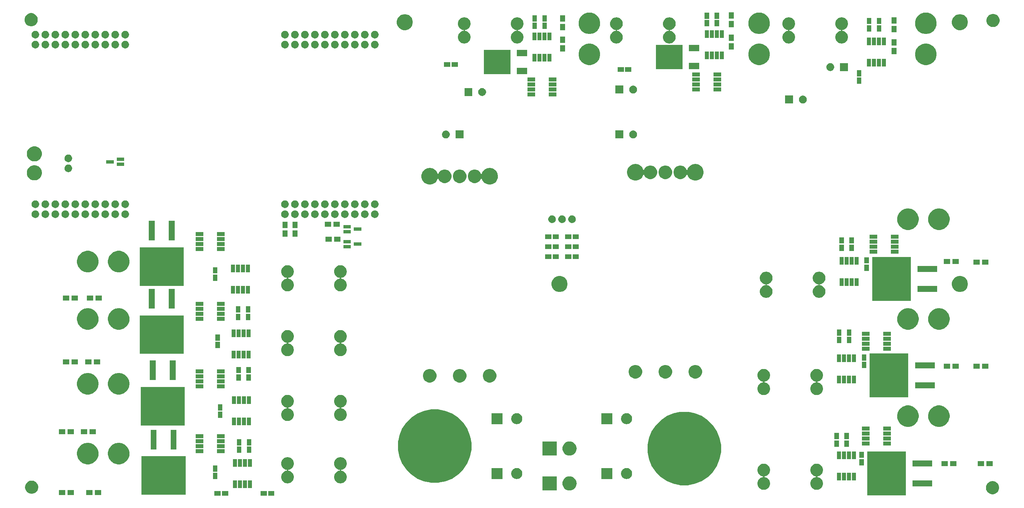
<source format=gbr>
G04 #@! TF.GenerationSoftware,KiCad,Pcbnew,(5.0.2)-1*
G04 #@! TF.CreationDate,2019-03-05T00:25:16-06:00*
G04 #@! TF.ProjectId,PowerBoard_Hardware,506f7765-7242-46f6-9172-645f48617264,rev?*
G04 #@! TF.SameCoordinates,Original*
G04 #@! TF.FileFunction,Soldermask,Top*
G04 #@! TF.FilePolarity,Negative*
%FSLAX46Y46*%
G04 Gerber Fmt 4.6, Leading zero omitted, Abs format (unit mm)*
G04 Created by KiCad (PCBNEW (5.0.2)-1) date 3/5/2019 12:25:16 AM*
%MOMM*%
%LPD*%
G01*
G04 APERTURE LIST*
%ADD10C,0.100000*%
G04 APERTURE END LIST*
D10*
G36*
X103355000Y-137735000D02*
X101755000Y-137735000D01*
X101755000Y-136585000D01*
X103355000Y-136585000D01*
X103355000Y-137735000D01*
X103355000Y-137735000D01*
G37*
G36*
X105255000Y-137735000D02*
X103655000Y-137735000D01*
X103655000Y-136585000D01*
X105255000Y-136585000D01*
X105255000Y-137735000D01*
X105255000Y-137735000D01*
G37*
G36*
X91610000Y-137735000D02*
X90010000Y-137735000D01*
X90010000Y-136585000D01*
X91610000Y-136585000D01*
X91610000Y-137735000D01*
X91610000Y-137735000D01*
G37*
G36*
X93510000Y-137735000D02*
X91910000Y-137735000D01*
X91910000Y-136585000D01*
X93510000Y-136585000D01*
X93510000Y-137735000D01*
X93510000Y-137735000D01*
G37*
G36*
X265885000Y-137680000D02*
X256085000Y-137680000D01*
X256085000Y-126480000D01*
X265885000Y-126480000D01*
X265885000Y-137680000D01*
X265885000Y-137680000D01*
G37*
G36*
X61166000Y-137556000D02*
X59566000Y-137556000D01*
X59566000Y-136256000D01*
X61166000Y-136256000D01*
X61166000Y-137556000D01*
X61166000Y-137556000D01*
G37*
G36*
X58966000Y-137556000D02*
X57366000Y-137556000D01*
X57366000Y-136256000D01*
X58966000Y-136256000D01*
X58966000Y-137556000D01*
X58966000Y-137556000D01*
G37*
G36*
X54224000Y-137556000D02*
X52624000Y-137556000D01*
X52624000Y-136256000D01*
X54224000Y-136256000D01*
X54224000Y-137556000D01*
X54224000Y-137556000D01*
G37*
G36*
X52024000Y-137556000D02*
X50424000Y-137556000D01*
X50424000Y-136256000D01*
X52024000Y-136256000D01*
X52024000Y-137556000D01*
X52024000Y-137556000D01*
G37*
G36*
X82670000Y-137500000D02*
X71470000Y-137500000D01*
X71470000Y-127700000D01*
X82670000Y-127700000D01*
X82670000Y-137500000D01*
X82670000Y-137500000D01*
G37*
G36*
X288437525Y-134079915D02*
X288452934Y-134082980D01*
X288757437Y-134209109D01*
X288841414Y-134265221D01*
X289031486Y-134392223D01*
X289264537Y-134625274D01*
X289264539Y-134625277D01*
X289447651Y-134899323D01*
X289526438Y-135089532D01*
X289573780Y-135203826D01*
X289638080Y-135527083D01*
X289638080Y-135856677D01*
X289635363Y-135870336D01*
X289573780Y-136179934D01*
X289447651Y-136484437D01*
X289349398Y-136631483D01*
X289264537Y-136758486D01*
X289031486Y-136991537D01*
X289031483Y-136991539D01*
X288757437Y-137174651D01*
X288452934Y-137300780D01*
X288129677Y-137365080D01*
X287800083Y-137365080D01*
X287476826Y-137300780D01*
X287172323Y-137174651D01*
X286898277Y-136991539D01*
X286898274Y-136991537D01*
X286665223Y-136758486D01*
X286580362Y-136631483D01*
X286482109Y-136484437D01*
X286355980Y-136179934D01*
X286294397Y-135870336D01*
X286291680Y-135856677D01*
X286291680Y-135527083D01*
X286355980Y-135203826D01*
X286403322Y-135089532D01*
X286482109Y-134899323D01*
X286665221Y-134625277D01*
X286665223Y-134625274D01*
X286898274Y-134392223D01*
X287088346Y-134265221D01*
X287172323Y-134209109D01*
X287476826Y-134082980D01*
X287492235Y-134079915D01*
X287800083Y-134018680D01*
X288129677Y-134018680D01*
X288437525Y-134079915D01*
X288437525Y-134079915D01*
G37*
G36*
X43851690Y-133927837D02*
X43993174Y-133955980D01*
X44297677Y-134082109D01*
X44503047Y-134219333D01*
X44571726Y-134265223D01*
X44804777Y-134498274D01*
X44804779Y-134498277D01*
X44987891Y-134772323D01*
X44987891Y-134772324D01*
X45114020Y-135076826D01*
X45160832Y-135312163D01*
X45178320Y-135400084D01*
X45178320Y-135729676D01*
X45114020Y-136052934D01*
X44987891Y-136357437D01*
X44903032Y-136484437D01*
X44804777Y-136631486D01*
X44571726Y-136864537D01*
X44571723Y-136864539D01*
X44297677Y-137047651D01*
X43993174Y-137173780D01*
X43669917Y-137238080D01*
X43340323Y-137238080D01*
X43017066Y-137173780D01*
X42712563Y-137047651D01*
X42438517Y-136864539D01*
X42438514Y-136864537D01*
X42205463Y-136631486D01*
X42107208Y-136484437D01*
X42022349Y-136357437D01*
X41896220Y-136052934D01*
X41831920Y-135729676D01*
X41831920Y-135400084D01*
X41849409Y-135312163D01*
X41896220Y-135076826D01*
X42022349Y-134772324D01*
X42022349Y-134772323D01*
X42205461Y-134498277D01*
X42205463Y-134498274D01*
X42438514Y-134265223D01*
X42507193Y-134219333D01*
X42712563Y-134082109D01*
X43017066Y-133955980D01*
X43158550Y-133927837D01*
X43340323Y-133891680D01*
X43669917Y-133891680D01*
X43851690Y-133927837D01*
X43851690Y-133927837D01*
G37*
G36*
X180692858Y-132846044D02*
X180692861Y-132846045D01*
X180692862Y-132846045D01*
X181032163Y-132948971D01*
X181344865Y-133116113D01*
X181439163Y-133193502D01*
X181618951Y-133341049D01*
X181698952Y-133438532D01*
X181843887Y-133615135D01*
X182011029Y-133927837D01*
X182057827Y-134082109D01*
X182113956Y-134267142D01*
X182148709Y-134620000D01*
X182113956Y-134972858D01*
X182113955Y-134972861D01*
X182113955Y-134972862D01*
X182011029Y-135312163D01*
X181843887Y-135624865D01*
X181737244Y-135754809D01*
X181618951Y-135898951D01*
X181474809Y-136017244D01*
X181344865Y-136123887D01*
X181032163Y-136291029D01*
X180692862Y-136393955D01*
X180692861Y-136393955D01*
X180692858Y-136393956D01*
X180428427Y-136420000D01*
X180251573Y-136420000D01*
X179987142Y-136393956D01*
X179987139Y-136393955D01*
X179987138Y-136393955D01*
X179647837Y-136291029D01*
X179335135Y-136123887D01*
X179205191Y-136017244D01*
X179061049Y-135898951D01*
X178942756Y-135754809D01*
X178836113Y-135624865D01*
X178668971Y-135312163D01*
X178566045Y-134972862D01*
X178566045Y-134972861D01*
X178566044Y-134972858D01*
X178531291Y-134620000D01*
X178566044Y-134267142D01*
X178622173Y-134082109D01*
X178668971Y-133927837D01*
X178836113Y-133615135D01*
X178981048Y-133438532D01*
X179061049Y-133341049D01*
X179240837Y-133193502D01*
X179335135Y-133116113D01*
X179647837Y-132948971D01*
X179987138Y-132846045D01*
X179987139Y-132846045D01*
X179987142Y-132846044D01*
X180251573Y-132820000D01*
X180428427Y-132820000D01*
X180692858Y-132846044D01*
X180692858Y-132846044D01*
G37*
G36*
X177060000Y-136420000D02*
X173460000Y-136420000D01*
X173460000Y-132820000D01*
X177060000Y-132820000D01*
X177060000Y-136420000D01*
X177060000Y-136420000D01*
G37*
G36*
X243519037Y-129612230D02*
X243674532Y-129643160D01*
X243967479Y-129764502D01*
X244231124Y-129940664D01*
X244455336Y-130164876D01*
X244631498Y-130428521D01*
X244752840Y-130721468D01*
X244814700Y-131032458D01*
X244814700Y-131349542D01*
X244752840Y-131660532D01*
X244631498Y-131953479D01*
X244455336Y-132217124D01*
X244231124Y-132441336D01*
X243967479Y-132617498D01*
X243674532Y-132738840D01*
X243453018Y-132782902D01*
X243429568Y-132790015D01*
X243407958Y-132801566D01*
X243389016Y-132817112D01*
X243373470Y-132836054D01*
X243361919Y-132857665D01*
X243354806Y-132881114D01*
X243352404Y-132905500D01*
X243354806Y-132929886D01*
X243361919Y-132953336D01*
X243373470Y-132974946D01*
X243389016Y-132993888D01*
X243407958Y-133009434D01*
X243429569Y-133020985D01*
X243453018Y-133028098D01*
X243674532Y-133072160D01*
X243967479Y-133193502D01*
X244231124Y-133369664D01*
X244455336Y-133593876D01*
X244631498Y-133857521D01*
X244752840Y-134150468D01*
X244814700Y-134461458D01*
X244814700Y-134778542D01*
X244752840Y-135089532D01*
X244631498Y-135382479D01*
X244455336Y-135646124D01*
X244231124Y-135870336D01*
X243967479Y-136046498D01*
X243674532Y-136167840D01*
X243519037Y-136198770D01*
X243363543Y-136229700D01*
X243046457Y-136229700D01*
X242890963Y-136198770D01*
X242735468Y-136167840D01*
X242442521Y-136046498D01*
X242178876Y-135870336D01*
X241954664Y-135646124D01*
X241778502Y-135382479D01*
X241657160Y-135089532D01*
X241595300Y-134778542D01*
X241595300Y-134461458D01*
X241657160Y-134150468D01*
X241778502Y-133857521D01*
X241954664Y-133593876D01*
X242178876Y-133369664D01*
X242442521Y-133193502D01*
X242735468Y-133072160D01*
X242956982Y-133028098D01*
X242980432Y-133020985D01*
X243002042Y-133009434D01*
X243020984Y-132993888D01*
X243036530Y-132974946D01*
X243048081Y-132953335D01*
X243055194Y-132929886D01*
X243057596Y-132905500D01*
X243055194Y-132881114D01*
X243048081Y-132857664D01*
X243036530Y-132836054D01*
X243020984Y-132817112D01*
X243002042Y-132801566D01*
X242980431Y-132790015D01*
X242956982Y-132782902D01*
X242735468Y-132738840D01*
X242442521Y-132617498D01*
X242178876Y-132441336D01*
X241954664Y-132217124D01*
X241778502Y-131953479D01*
X241657160Y-131660532D01*
X241595300Y-131349542D01*
X241595300Y-131032458D01*
X241657160Y-130721468D01*
X241778502Y-130428521D01*
X241954664Y-130164876D01*
X242178876Y-129940664D01*
X242442521Y-129764502D01*
X242735468Y-129643160D01*
X242890963Y-129612230D01*
X243046457Y-129581300D01*
X243363543Y-129581300D01*
X243519037Y-129612230D01*
X243519037Y-129612230D01*
G37*
G36*
X230057037Y-129612230D02*
X230212532Y-129643160D01*
X230505479Y-129764502D01*
X230769124Y-129940664D01*
X230993336Y-130164876D01*
X231169498Y-130428521D01*
X231290840Y-130721468D01*
X231352700Y-131032458D01*
X231352700Y-131349542D01*
X231290840Y-131660532D01*
X231169498Y-131953479D01*
X230993336Y-132217124D01*
X230769124Y-132441336D01*
X230505479Y-132617498D01*
X230212532Y-132738840D01*
X229991018Y-132782902D01*
X229967568Y-132790015D01*
X229945958Y-132801566D01*
X229927016Y-132817112D01*
X229911470Y-132836054D01*
X229899919Y-132857665D01*
X229892806Y-132881114D01*
X229890404Y-132905500D01*
X229892806Y-132929886D01*
X229899919Y-132953336D01*
X229911470Y-132974946D01*
X229927016Y-132993888D01*
X229945958Y-133009434D01*
X229967569Y-133020985D01*
X229991018Y-133028098D01*
X230212532Y-133072160D01*
X230505479Y-133193502D01*
X230769124Y-133369664D01*
X230993336Y-133593876D01*
X231169498Y-133857521D01*
X231290840Y-134150468D01*
X231352700Y-134461458D01*
X231352700Y-134778542D01*
X231290840Y-135089532D01*
X231169498Y-135382479D01*
X230993336Y-135646124D01*
X230769124Y-135870336D01*
X230505479Y-136046498D01*
X230212532Y-136167840D01*
X230057037Y-136198770D01*
X229901543Y-136229700D01*
X229584457Y-136229700D01*
X229428963Y-136198770D01*
X229273468Y-136167840D01*
X228980521Y-136046498D01*
X228716876Y-135870336D01*
X228492664Y-135646124D01*
X228316502Y-135382479D01*
X228195160Y-135089532D01*
X228133300Y-134778542D01*
X228133300Y-134461458D01*
X228195160Y-134150468D01*
X228316502Y-133857521D01*
X228492664Y-133593876D01*
X228716876Y-133369664D01*
X228980521Y-133193502D01*
X229273468Y-133072160D01*
X229494982Y-133028098D01*
X229518432Y-133020985D01*
X229540042Y-133009434D01*
X229558984Y-132993888D01*
X229574530Y-132974946D01*
X229586081Y-132953335D01*
X229593194Y-132929886D01*
X229595596Y-132905500D01*
X229593194Y-132881114D01*
X229586081Y-132857664D01*
X229574530Y-132836054D01*
X229558984Y-132817112D01*
X229540042Y-132801566D01*
X229518431Y-132790015D01*
X229494982Y-132782902D01*
X229273468Y-132738840D01*
X228980521Y-132617498D01*
X228716876Y-132441336D01*
X228492664Y-132217124D01*
X228316502Y-131953479D01*
X228195160Y-131660532D01*
X228133300Y-131349542D01*
X228133300Y-131032458D01*
X228195160Y-130721468D01*
X228316502Y-130428521D01*
X228492664Y-130164876D01*
X228716876Y-129940664D01*
X228980521Y-129764502D01*
X229273468Y-129643160D01*
X229428963Y-129612230D01*
X229584457Y-129581300D01*
X229901543Y-129581300D01*
X230057037Y-129612230D01*
X230057037Y-129612230D01*
G37*
G36*
X99560000Y-135755000D02*
X98560000Y-135755000D01*
X98560000Y-133805000D01*
X99560000Y-133805000D01*
X99560000Y-135755000D01*
X99560000Y-135755000D01*
G37*
G36*
X98290000Y-135755000D02*
X97290000Y-135755000D01*
X97290000Y-133805000D01*
X98290000Y-133805000D01*
X98290000Y-135755000D01*
X98290000Y-135755000D01*
G37*
G36*
X97020000Y-135755000D02*
X96020000Y-135755000D01*
X96020000Y-133805000D01*
X97020000Y-133805000D01*
X97020000Y-135755000D01*
X97020000Y-135755000D01*
G37*
G36*
X95750000Y-135755000D02*
X94750000Y-135755000D01*
X94750000Y-133805000D01*
X95750000Y-133805000D01*
X95750000Y-135755000D01*
X95750000Y-135755000D01*
G37*
G36*
X272635000Y-135370000D02*
X267635000Y-135370000D01*
X267635000Y-133870000D01*
X272635000Y-133870000D01*
X272635000Y-135370000D01*
X272635000Y-135370000D01*
G37*
G36*
X210727193Y-116437098D02*
X212275544Y-116745084D01*
X213976044Y-117449454D01*
X215506453Y-118472041D01*
X216807959Y-119773547D01*
X217830546Y-121303956D01*
X218534916Y-123004456D01*
X218894000Y-124809696D01*
X218894000Y-126650304D01*
X218534916Y-128455544D01*
X217830546Y-130156044D01*
X216807959Y-131686453D01*
X215506453Y-132987959D01*
X213976044Y-134010546D01*
X212275544Y-134714916D01*
X210727193Y-135022902D01*
X210470305Y-135074000D01*
X208629695Y-135074000D01*
X208372807Y-135022902D01*
X206824456Y-134714916D01*
X205123956Y-134010546D01*
X203593547Y-132987959D01*
X202292041Y-131686453D01*
X201269454Y-130156044D01*
X200565084Y-128455544D01*
X200206000Y-126650304D01*
X200206000Y-124809696D01*
X200565084Y-123004456D01*
X201269454Y-121303956D01*
X202292041Y-119773547D01*
X203593547Y-118472041D01*
X205123956Y-117449454D01*
X206824456Y-116745084D01*
X208372807Y-116437098D01*
X208629695Y-116386000D01*
X210470305Y-116386000D01*
X210727193Y-116437098D01*
X210727193Y-116437098D01*
G37*
G36*
X122361037Y-127961230D02*
X122516532Y-127992160D01*
X122809479Y-128113502D01*
X123073124Y-128289664D01*
X123297336Y-128513876D01*
X123473498Y-128777521D01*
X123594840Y-129070468D01*
X123606343Y-129128297D01*
X123656700Y-129381457D01*
X123656700Y-129698543D01*
X123643580Y-129764502D01*
X123594840Y-130009532D01*
X123473498Y-130302479D01*
X123297336Y-130566124D01*
X123073124Y-130790336D01*
X122809479Y-130966498D01*
X122516532Y-131087840D01*
X122295018Y-131131902D01*
X122271568Y-131139015D01*
X122249958Y-131150566D01*
X122231016Y-131166112D01*
X122215470Y-131185054D01*
X122203919Y-131206665D01*
X122196806Y-131230114D01*
X122194404Y-131254500D01*
X122196806Y-131278886D01*
X122203919Y-131302336D01*
X122215470Y-131323946D01*
X122231016Y-131342888D01*
X122249958Y-131358434D01*
X122271569Y-131369985D01*
X122295018Y-131377098D01*
X122516532Y-131421160D01*
X122809479Y-131542502D01*
X123073124Y-131718664D01*
X123297336Y-131942876D01*
X123473498Y-132206521D01*
X123594840Y-132499468D01*
X123656700Y-132810458D01*
X123656700Y-133127542D01*
X123594840Y-133438532D01*
X123473498Y-133731479D01*
X123297336Y-133995124D01*
X123073124Y-134219336D01*
X122809479Y-134395498D01*
X122516532Y-134516840D01*
X122361037Y-134547770D01*
X122205543Y-134578700D01*
X121888457Y-134578700D01*
X121732963Y-134547770D01*
X121577468Y-134516840D01*
X121284521Y-134395498D01*
X121020876Y-134219336D01*
X120796664Y-133995124D01*
X120620502Y-133731479D01*
X120499160Y-133438532D01*
X120437300Y-133127542D01*
X120437300Y-132810458D01*
X120499160Y-132499468D01*
X120620502Y-132206521D01*
X120796664Y-131942876D01*
X121020876Y-131718664D01*
X121284521Y-131542502D01*
X121577468Y-131421160D01*
X121798982Y-131377098D01*
X121822432Y-131369985D01*
X121844042Y-131358434D01*
X121862984Y-131342888D01*
X121878530Y-131323946D01*
X121890081Y-131302335D01*
X121897194Y-131278886D01*
X121899596Y-131254500D01*
X121897194Y-131230114D01*
X121890081Y-131206664D01*
X121878530Y-131185054D01*
X121862984Y-131166112D01*
X121844042Y-131150566D01*
X121822431Y-131139015D01*
X121798982Y-131131902D01*
X121577468Y-131087840D01*
X121284521Y-130966498D01*
X121020876Y-130790336D01*
X120796664Y-130566124D01*
X120620502Y-130302479D01*
X120499160Y-130009532D01*
X120450420Y-129764502D01*
X120437300Y-129698543D01*
X120437300Y-129381457D01*
X120487657Y-129128297D01*
X120499160Y-129070468D01*
X120620502Y-128777521D01*
X120796664Y-128513876D01*
X121020876Y-128289664D01*
X121284521Y-128113502D01*
X121577468Y-127992160D01*
X121732963Y-127961230D01*
X121888457Y-127930300D01*
X122205543Y-127930300D01*
X122361037Y-127961230D01*
X122361037Y-127961230D01*
G37*
G36*
X108899037Y-127961230D02*
X109054532Y-127992160D01*
X109347479Y-128113502D01*
X109611124Y-128289664D01*
X109835336Y-128513876D01*
X110011498Y-128777521D01*
X110132840Y-129070468D01*
X110144343Y-129128297D01*
X110194700Y-129381457D01*
X110194700Y-129698543D01*
X110181580Y-129764502D01*
X110132840Y-130009532D01*
X110011498Y-130302479D01*
X109835336Y-130566124D01*
X109611124Y-130790336D01*
X109347479Y-130966498D01*
X109054532Y-131087840D01*
X108833018Y-131131902D01*
X108809568Y-131139015D01*
X108787958Y-131150566D01*
X108769016Y-131166112D01*
X108753470Y-131185054D01*
X108741919Y-131206665D01*
X108734806Y-131230114D01*
X108732404Y-131254500D01*
X108734806Y-131278886D01*
X108741919Y-131302336D01*
X108753470Y-131323946D01*
X108769016Y-131342888D01*
X108787958Y-131358434D01*
X108809569Y-131369985D01*
X108833018Y-131377098D01*
X109054532Y-131421160D01*
X109347479Y-131542502D01*
X109611124Y-131718664D01*
X109835336Y-131942876D01*
X110011498Y-132206521D01*
X110132840Y-132499468D01*
X110194700Y-132810458D01*
X110194700Y-133127542D01*
X110132840Y-133438532D01*
X110011498Y-133731479D01*
X109835336Y-133995124D01*
X109611124Y-134219336D01*
X109347479Y-134395498D01*
X109054532Y-134516840D01*
X108899037Y-134547770D01*
X108743543Y-134578700D01*
X108426457Y-134578700D01*
X108270963Y-134547770D01*
X108115468Y-134516840D01*
X107822521Y-134395498D01*
X107558876Y-134219336D01*
X107334664Y-133995124D01*
X107158502Y-133731479D01*
X107037160Y-133438532D01*
X106975300Y-133127542D01*
X106975300Y-132810458D01*
X107037160Y-132499468D01*
X107158502Y-132206521D01*
X107334664Y-131942876D01*
X107558876Y-131718664D01*
X107822521Y-131542502D01*
X108115468Y-131421160D01*
X108336982Y-131377098D01*
X108360432Y-131369985D01*
X108382042Y-131358434D01*
X108400984Y-131342888D01*
X108416530Y-131323946D01*
X108428081Y-131302335D01*
X108435194Y-131278886D01*
X108437596Y-131254500D01*
X108435194Y-131230114D01*
X108428081Y-131206664D01*
X108416530Y-131185054D01*
X108400984Y-131166112D01*
X108382042Y-131150566D01*
X108360431Y-131139015D01*
X108336982Y-131131902D01*
X108115468Y-131087840D01*
X107822521Y-130966498D01*
X107558876Y-130790336D01*
X107334664Y-130566124D01*
X107158502Y-130302479D01*
X107037160Y-130009532D01*
X106988420Y-129764502D01*
X106975300Y-129698543D01*
X106975300Y-129381457D01*
X107025657Y-129128297D01*
X107037160Y-129070468D01*
X107158502Y-128777521D01*
X107334664Y-128513876D01*
X107558876Y-128289664D01*
X107822521Y-128113502D01*
X108115468Y-127992160D01*
X108270963Y-127961230D01*
X108426457Y-127930300D01*
X108743543Y-127930300D01*
X108899037Y-127961230D01*
X108899037Y-127961230D01*
G37*
G36*
X147227193Y-115802098D02*
X148775544Y-116110084D01*
X150476044Y-116814454D01*
X152006453Y-117837041D01*
X153307959Y-119138547D01*
X154330546Y-120668956D01*
X155034916Y-122369456D01*
X155231947Y-123360000D01*
X155350508Y-123956044D01*
X155394000Y-124174696D01*
X155394000Y-126015304D01*
X155034916Y-127820544D01*
X154330546Y-129521044D01*
X153307959Y-131051453D01*
X152006453Y-132352959D01*
X150476044Y-133375546D01*
X148775544Y-134079916D01*
X147227193Y-134387902D01*
X146970305Y-134439000D01*
X145129695Y-134439000D01*
X144872807Y-134387902D01*
X143324456Y-134079916D01*
X141623956Y-133375546D01*
X140093547Y-132352959D01*
X138792041Y-131051453D01*
X137769454Y-129521044D01*
X137065084Y-127820544D01*
X136706000Y-126015304D01*
X136706000Y-124174696D01*
X136749493Y-123956044D01*
X136868053Y-123360000D01*
X137065084Y-122369456D01*
X137769454Y-120668956D01*
X138792041Y-119138547D01*
X140093547Y-117837041D01*
X141623956Y-116814454D01*
X143324456Y-116110084D01*
X144872807Y-115802098D01*
X145129695Y-115751000D01*
X146970305Y-115751000D01*
X147227193Y-115802098D01*
X147227193Y-115802098D01*
G37*
G36*
X250690000Y-133850000D02*
X249690000Y-133850000D01*
X249690000Y-131900000D01*
X250690000Y-131900000D01*
X250690000Y-133850000D01*
X250690000Y-133850000D01*
G37*
G36*
X251960000Y-133850000D02*
X250960000Y-133850000D01*
X250960000Y-131900000D01*
X251960000Y-131900000D01*
X251960000Y-133850000D01*
X251960000Y-133850000D01*
G37*
G36*
X253230000Y-133850000D02*
X252230000Y-133850000D01*
X252230000Y-131900000D01*
X253230000Y-131900000D01*
X253230000Y-133850000D01*
X253230000Y-133850000D01*
G37*
G36*
X249420000Y-133850000D02*
X248420000Y-133850000D01*
X248420000Y-131900000D01*
X249420000Y-131900000D01*
X249420000Y-133850000D01*
X249420000Y-133850000D01*
G37*
G36*
X90745000Y-133510000D02*
X89595000Y-133510000D01*
X89595000Y-131910000D01*
X90745000Y-131910000D01*
X90745000Y-133510000D01*
X90745000Y-133510000D01*
G37*
G36*
X167198127Y-130706901D02*
X167333365Y-130733801D01*
X167588149Y-130839336D01*
X167778460Y-130966498D01*
X167817451Y-130992551D01*
X168012449Y-131187549D01*
X168012451Y-131187552D01*
X168165664Y-131416851D01*
X168271199Y-131671635D01*
X168280554Y-131718667D01*
X168316624Y-131900000D01*
X168325000Y-131942112D01*
X168325000Y-132217888D01*
X168271199Y-132488365D01*
X168165664Y-132743149D01*
X168057184Y-132905500D01*
X168012449Y-132972451D01*
X167817451Y-133167449D01*
X167817448Y-133167451D01*
X167588149Y-133320664D01*
X167333365Y-133426199D01*
X167198126Y-133453100D01*
X167062889Y-133480000D01*
X166787111Y-133480000D01*
X166651874Y-133453100D01*
X166516635Y-133426199D01*
X166261851Y-133320664D01*
X166032552Y-133167451D01*
X166032549Y-133167449D01*
X165837551Y-132972451D01*
X165792816Y-132905500D01*
X165684336Y-132743149D01*
X165578801Y-132488365D01*
X165525000Y-132217888D01*
X165525000Y-131942112D01*
X165533377Y-131900000D01*
X165569446Y-131718667D01*
X165578801Y-131671635D01*
X165684336Y-131416851D01*
X165837549Y-131187552D01*
X165837551Y-131187549D01*
X166032549Y-130992551D01*
X166071540Y-130966498D01*
X166261851Y-130839336D01*
X166516635Y-130733801D01*
X166651873Y-130706901D01*
X166787111Y-130680000D01*
X167062889Y-130680000D01*
X167198127Y-130706901D01*
X167198127Y-130706901D01*
G37*
G36*
X163325000Y-133480000D02*
X160525000Y-133480000D01*
X160525000Y-130680000D01*
X163325000Y-130680000D01*
X163325000Y-133480000D01*
X163325000Y-133480000D01*
G37*
G36*
X191265000Y-133480000D02*
X188465000Y-133480000D01*
X188465000Y-130680000D01*
X191265000Y-130680000D01*
X191265000Y-133480000D01*
X191265000Y-133480000D01*
G37*
G36*
X195138127Y-130706901D02*
X195273365Y-130733801D01*
X195528149Y-130839336D01*
X195718460Y-130966498D01*
X195757451Y-130992551D01*
X195952449Y-131187549D01*
X195952451Y-131187552D01*
X196105664Y-131416851D01*
X196211199Y-131671635D01*
X196220554Y-131718667D01*
X196256624Y-131900000D01*
X196265000Y-131942112D01*
X196265000Y-132217888D01*
X196211199Y-132488365D01*
X196105664Y-132743149D01*
X195997184Y-132905500D01*
X195952449Y-132972451D01*
X195757451Y-133167449D01*
X195757448Y-133167451D01*
X195528149Y-133320664D01*
X195273365Y-133426199D01*
X195138126Y-133453100D01*
X195002889Y-133480000D01*
X194727111Y-133480000D01*
X194591874Y-133453100D01*
X194456635Y-133426199D01*
X194201851Y-133320664D01*
X193972552Y-133167451D01*
X193972549Y-133167449D01*
X193777551Y-132972451D01*
X193732816Y-132905500D01*
X193624336Y-132743149D01*
X193518801Y-132488365D01*
X193465000Y-132217888D01*
X193465000Y-131942112D01*
X193473377Y-131900000D01*
X193509446Y-131718667D01*
X193518801Y-131671635D01*
X193624336Y-131416851D01*
X193777549Y-131187552D01*
X193777551Y-131187549D01*
X193972549Y-130992551D01*
X194011540Y-130966498D01*
X194201851Y-130839336D01*
X194456635Y-130733801D01*
X194591873Y-130706901D01*
X194727111Y-130680000D01*
X195002889Y-130680000D01*
X195138127Y-130706901D01*
X195138127Y-130706901D01*
G37*
G36*
X90745000Y-131610000D02*
X89595000Y-131610000D01*
X89595000Y-130010000D01*
X90745000Y-130010000D01*
X90745000Y-131610000D01*
X90745000Y-131610000D01*
G37*
G36*
X98290000Y-130355000D02*
X97290000Y-130355000D01*
X97290000Y-128405000D01*
X98290000Y-128405000D01*
X98290000Y-130355000D01*
X98290000Y-130355000D01*
G37*
G36*
X97020000Y-130355000D02*
X96020000Y-130355000D01*
X96020000Y-128405000D01*
X97020000Y-128405000D01*
X97020000Y-130355000D01*
X97020000Y-130355000D01*
G37*
G36*
X95750000Y-130355000D02*
X94750000Y-130355000D01*
X94750000Y-128405000D01*
X95750000Y-128405000D01*
X95750000Y-130355000D01*
X95750000Y-130355000D01*
G37*
G36*
X99560000Y-130355000D02*
X98560000Y-130355000D01*
X98560000Y-128405000D01*
X99560000Y-128405000D01*
X99560000Y-130355000D01*
X99560000Y-130355000D01*
G37*
G36*
X272635000Y-130290000D02*
X267635000Y-130290000D01*
X267635000Y-128790000D01*
X272635000Y-128790000D01*
X272635000Y-130290000D01*
X272635000Y-130290000D01*
G37*
G36*
X287988000Y-130190000D02*
X286388000Y-130190000D01*
X286388000Y-128890000D01*
X287988000Y-128890000D01*
X287988000Y-130190000D01*
X287988000Y-130190000D01*
G37*
G36*
X285788000Y-130190000D02*
X284188000Y-130190000D01*
X284188000Y-128890000D01*
X285788000Y-128890000D01*
X285788000Y-130190000D01*
X285788000Y-130190000D01*
G37*
G36*
X278760000Y-130190000D02*
X277160000Y-130190000D01*
X277160000Y-128890000D01*
X278760000Y-128890000D01*
X278760000Y-130190000D01*
X278760000Y-130190000D01*
G37*
G36*
X276560000Y-130190000D02*
X274960000Y-130190000D01*
X274960000Y-128890000D01*
X276560000Y-128890000D01*
X276560000Y-130190000D01*
X276560000Y-130190000D01*
G37*
G36*
X255210000Y-130020000D02*
X254060000Y-130020000D01*
X254060000Y-128420000D01*
X255210000Y-128420000D01*
X255210000Y-130020000D01*
X255210000Y-130020000D01*
G37*
G36*
X66255646Y-124325000D02*
X66458229Y-124365296D01*
X66956877Y-124571843D01*
X67186294Y-124725135D01*
X67405651Y-124871705D01*
X67787295Y-125253349D01*
X67787297Y-125253352D01*
X68087157Y-125702123D01*
X68244864Y-126082862D01*
X68293704Y-126200772D01*
X68399000Y-126730132D01*
X68399000Y-127269868D01*
X68352437Y-127503955D01*
X68293704Y-127799229D01*
X68087157Y-128297877D01*
X67789319Y-128743621D01*
X67787295Y-128746651D01*
X67405651Y-129128295D01*
X67405648Y-129128297D01*
X66956877Y-129428157D01*
X66458229Y-129634704D01*
X66415717Y-129643160D01*
X65928868Y-129740000D01*
X65389132Y-129740000D01*
X64902283Y-129643160D01*
X64859771Y-129634704D01*
X64361123Y-129428157D01*
X63912352Y-129128297D01*
X63912349Y-129128295D01*
X63530705Y-128746651D01*
X63528681Y-128743621D01*
X63230843Y-128297877D01*
X63024296Y-127799229D01*
X62965563Y-127503955D01*
X62919000Y-127269868D01*
X62919000Y-126730132D01*
X63024296Y-126200772D01*
X63073136Y-126082862D01*
X63230843Y-125702123D01*
X63530703Y-125253352D01*
X63530705Y-125253349D01*
X63912349Y-124871705D01*
X64131706Y-124725135D01*
X64361123Y-124571843D01*
X64859771Y-124365296D01*
X65062354Y-124325000D01*
X65389132Y-124260000D01*
X65928868Y-124260000D01*
X66255646Y-124325000D01*
X66255646Y-124325000D01*
G37*
G36*
X58381646Y-124325000D02*
X58584229Y-124365296D01*
X59082877Y-124571843D01*
X59312294Y-124725135D01*
X59531651Y-124871705D01*
X59913295Y-125253349D01*
X59913297Y-125253352D01*
X60213157Y-125702123D01*
X60370864Y-126082862D01*
X60419704Y-126200772D01*
X60525000Y-126730132D01*
X60525000Y-127269868D01*
X60478437Y-127503955D01*
X60419704Y-127799229D01*
X60213157Y-128297877D01*
X59915319Y-128743621D01*
X59913295Y-128746651D01*
X59531651Y-129128295D01*
X59531648Y-129128297D01*
X59082877Y-129428157D01*
X58584229Y-129634704D01*
X58541717Y-129643160D01*
X58054868Y-129740000D01*
X57515132Y-129740000D01*
X57028283Y-129643160D01*
X56985771Y-129634704D01*
X56487123Y-129428157D01*
X56038352Y-129128297D01*
X56038349Y-129128295D01*
X55656705Y-128746651D01*
X55654681Y-128743621D01*
X55356843Y-128297877D01*
X55150296Y-127799229D01*
X55091563Y-127503955D01*
X55045000Y-127269868D01*
X55045000Y-126730132D01*
X55150296Y-126200772D01*
X55199136Y-126082862D01*
X55356843Y-125702123D01*
X55656703Y-125253352D01*
X55656705Y-125253349D01*
X56038349Y-124871705D01*
X56257706Y-124725135D01*
X56487123Y-124571843D01*
X56985771Y-124365296D01*
X57188354Y-124325000D01*
X57515132Y-124260000D01*
X58054868Y-124260000D01*
X58381646Y-124325000D01*
X58381646Y-124325000D01*
G37*
G36*
X251960000Y-128450000D02*
X250960000Y-128450000D01*
X250960000Y-126500000D01*
X251960000Y-126500000D01*
X251960000Y-128450000D01*
X251960000Y-128450000D01*
G37*
G36*
X253230000Y-128450000D02*
X252230000Y-128450000D01*
X252230000Y-126500000D01*
X253230000Y-126500000D01*
X253230000Y-128450000D01*
X253230000Y-128450000D01*
G37*
G36*
X249420000Y-128450000D02*
X248420000Y-128450000D01*
X248420000Y-126500000D01*
X249420000Y-126500000D01*
X249420000Y-128450000D01*
X249420000Y-128450000D01*
G37*
G36*
X250690000Y-128450000D02*
X249690000Y-128450000D01*
X249690000Y-126500000D01*
X250690000Y-126500000D01*
X250690000Y-128450000D01*
X250690000Y-128450000D01*
G37*
G36*
X255210000Y-128120000D02*
X254060000Y-128120000D01*
X254060000Y-126520000D01*
X255210000Y-126520000D01*
X255210000Y-128120000D01*
X255210000Y-128120000D01*
G37*
G36*
X180692858Y-123956044D02*
X180692861Y-123956045D01*
X180692862Y-123956045D01*
X181032163Y-124058971D01*
X181344865Y-124226113D01*
X181465358Y-124325000D01*
X181618951Y-124451049D01*
X181718083Y-124571843D01*
X181843887Y-124725135D01*
X182011029Y-125037837D01*
X182113955Y-125377138D01*
X182113956Y-125377142D01*
X182148709Y-125730000D01*
X182113956Y-126082858D01*
X182113955Y-126082861D01*
X182113955Y-126082862D01*
X182011029Y-126422163D01*
X181843887Y-126734865D01*
X181753501Y-126845000D01*
X181618951Y-127008951D01*
X181474809Y-127127244D01*
X181344865Y-127233887D01*
X181032163Y-127401029D01*
X180692862Y-127503955D01*
X180692861Y-127503955D01*
X180692858Y-127503956D01*
X180428427Y-127530000D01*
X180251573Y-127530000D01*
X179987142Y-127503956D01*
X179987139Y-127503955D01*
X179987138Y-127503955D01*
X179647837Y-127401029D01*
X179335135Y-127233887D01*
X179205191Y-127127244D01*
X179061049Y-127008951D01*
X178926499Y-126845000D01*
X178836113Y-126734865D01*
X178668971Y-126422163D01*
X178566045Y-126082862D01*
X178566045Y-126082861D01*
X178566044Y-126082858D01*
X178531291Y-125730000D01*
X178566044Y-125377142D01*
X178566045Y-125377138D01*
X178668971Y-125037837D01*
X178836113Y-124725135D01*
X178961917Y-124571843D01*
X179061049Y-124451049D01*
X179214642Y-124325000D01*
X179335135Y-124226113D01*
X179647837Y-124058971D01*
X179987138Y-123956045D01*
X179987139Y-123956045D01*
X179987142Y-123956044D01*
X180251573Y-123930000D01*
X180428427Y-123930000D01*
X180692858Y-123956044D01*
X180692858Y-123956044D01*
G37*
G36*
X177060000Y-127530000D02*
X173460000Y-127530000D01*
X173460000Y-123930000D01*
X177060000Y-123930000D01*
X177060000Y-127530000D01*
X177060000Y-127530000D01*
G37*
G36*
X92575000Y-126865000D02*
X90625000Y-126865000D01*
X90625000Y-125865000D01*
X92575000Y-125865000D01*
X92575000Y-126865000D01*
X92575000Y-126865000D01*
G37*
G36*
X87175000Y-126865000D02*
X85225000Y-126865000D01*
X85225000Y-125865000D01*
X87175000Y-125865000D01*
X87175000Y-126865000D01*
X87175000Y-126865000D01*
G37*
G36*
X99381000Y-126845000D02*
X98231000Y-126845000D01*
X98231000Y-125245000D01*
X99381000Y-125245000D01*
X99381000Y-126845000D01*
X99381000Y-126845000D01*
G37*
G36*
X96841000Y-126845000D02*
X95691000Y-126845000D01*
X95691000Y-125245000D01*
X96841000Y-125245000D01*
X96841000Y-126845000D01*
X96841000Y-126845000D01*
G37*
G36*
X80360000Y-125950000D02*
X78860000Y-125950000D01*
X78860000Y-120950000D01*
X80360000Y-120950000D01*
X80360000Y-125950000D01*
X80360000Y-125950000D01*
G37*
G36*
X75280000Y-125950000D02*
X73780000Y-125950000D01*
X73780000Y-120950000D01*
X75280000Y-120950000D01*
X75280000Y-125950000D01*
X75280000Y-125950000D01*
G37*
G36*
X92575000Y-125595000D02*
X90625000Y-125595000D01*
X90625000Y-124595000D01*
X92575000Y-124595000D01*
X92575000Y-125595000D01*
X92575000Y-125595000D01*
G37*
G36*
X87175000Y-125595000D02*
X85225000Y-125595000D01*
X85225000Y-124595000D01*
X87175000Y-124595000D01*
X87175000Y-125595000D01*
X87175000Y-125595000D01*
G37*
G36*
X248860000Y-125260000D02*
X247710000Y-125260000D01*
X247710000Y-123660000D01*
X248860000Y-123660000D01*
X248860000Y-125260000D01*
X248860000Y-125260000D01*
G37*
G36*
X251400000Y-125255000D02*
X250250000Y-125255000D01*
X250250000Y-123655000D01*
X251400000Y-123655000D01*
X251400000Y-125255000D01*
X251400000Y-125255000D01*
G37*
G36*
X256720000Y-124960000D02*
X254770000Y-124960000D01*
X254770000Y-123960000D01*
X256720000Y-123960000D01*
X256720000Y-124960000D01*
X256720000Y-124960000D01*
G37*
G36*
X262120000Y-124960000D02*
X260170000Y-124960000D01*
X260170000Y-123960000D01*
X262120000Y-123960000D01*
X262120000Y-124960000D01*
X262120000Y-124960000D01*
G37*
G36*
X99381000Y-124945000D02*
X98231000Y-124945000D01*
X98231000Y-123345000D01*
X99381000Y-123345000D01*
X99381000Y-124945000D01*
X99381000Y-124945000D01*
G37*
G36*
X96841000Y-124945000D02*
X95691000Y-124945000D01*
X95691000Y-123345000D01*
X96841000Y-123345000D01*
X96841000Y-124945000D01*
X96841000Y-124945000D01*
G37*
G36*
X87175000Y-124325000D02*
X85225000Y-124325000D01*
X85225000Y-123325000D01*
X87175000Y-123325000D01*
X87175000Y-124325000D01*
X87175000Y-124325000D01*
G37*
G36*
X92575000Y-124325000D02*
X90625000Y-124325000D01*
X90625000Y-123325000D01*
X92575000Y-123325000D01*
X92575000Y-124325000D01*
X92575000Y-124325000D01*
G37*
G36*
X256720000Y-123690000D02*
X254770000Y-123690000D01*
X254770000Y-122690000D01*
X256720000Y-122690000D01*
X256720000Y-123690000D01*
X256720000Y-123690000D01*
G37*
G36*
X262120000Y-123690000D02*
X260170000Y-123690000D01*
X260170000Y-122690000D01*
X262120000Y-122690000D01*
X262120000Y-123690000D01*
X262120000Y-123690000D01*
G37*
G36*
X248860000Y-123360000D02*
X247710000Y-123360000D01*
X247710000Y-121760000D01*
X248860000Y-121760000D01*
X248860000Y-123360000D01*
X248860000Y-123360000D01*
G37*
G36*
X251400000Y-123355000D02*
X250250000Y-123355000D01*
X250250000Y-121755000D01*
X251400000Y-121755000D01*
X251400000Y-123355000D01*
X251400000Y-123355000D01*
G37*
G36*
X92575000Y-123055000D02*
X90625000Y-123055000D01*
X90625000Y-122055000D01*
X92575000Y-122055000D01*
X92575000Y-123055000D01*
X92575000Y-123055000D01*
G37*
G36*
X87175000Y-123055000D02*
X85225000Y-123055000D01*
X85225000Y-122055000D01*
X87175000Y-122055000D01*
X87175000Y-123055000D01*
X87175000Y-123055000D01*
G37*
G36*
X262120000Y-122420000D02*
X260170000Y-122420000D01*
X260170000Y-121420000D01*
X262120000Y-121420000D01*
X262120000Y-122420000D01*
X262120000Y-122420000D01*
G37*
G36*
X256720000Y-122420000D02*
X254770000Y-122420000D01*
X254770000Y-121420000D01*
X256720000Y-121420000D01*
X256720000Y-122420000D01*
X256720000Y-122420000D01*
G37*
G36*
X54224000Y-122062000D02*
X52624000Y-122062000D01*
X52624000Y-120762000D01*
X54224000Y-120762000D01*
X54224000Y-122062000D01*
X54224000Y-122062000D01*
G37*
G36*
X57612000Y-122062000D02*
X56012000Y-122062000D01*
X56012000Y-120762000D01*
X57612000Y-120762000D01*
X57612000Y-122062000D01*
X57612000Y-122062000D01*
G37*
G36*
X59812000Y-122062000D02*
X58212000Y-122062000D01*
X58212000Y-120762000D01*
X59812000Y-120762000D01*
X59812000Y-122062000D01*
X59812000Y-122062000D01*
G37*
G36*
X52024000Y-122062000D02*
X50424000Y-122062000D01*
X50424000Y-120762000D01*
X52024000Y-120762000D01*
X52024000Y-122062000D01*
X52024000Y-122062000D01*
G37*
G36*
X256720000Y-121150000D02*
X254770000Y-121150000D01*
X254770000Y-120150000D01*
X256720000Y-120150000D01*
X256720000Y-121150000D01*
X256720000Y-121150000D01*
G37*
G36*
X262120000Y-121150000D02*
X260170000Y-121150000D01*
X260170000Y-120150000D01*
X262120000Y-120150000D01*
X262120000Y-121150000D01*
X262120000Y-121150000D01*
G37*
G36*
X267068775Y-114805197D02*
X267245229Y-114840296D01*
X267743877Y-115046843D01*
X268068897Y-115264015D01*
X268192651Y-115346705D01*
X268574295Y-115728349D01*
X268574297Y-115728352D01*
X268874157Y-116177123D01*
X269080704Y-116675771D01*
X269115803Y-116852225D01*
X269186000Y-117205132D01*
X269186000Y-117744868D01*
X269163799Y-117856479D01*
X269080704Y-118274229D01*
X268874157Y-118772877D01*
X268873975Y-118773149D01*
X268574295Y-119221651D01*
X268192651Y-119603295D01*
X268192648Y-119603297D01*
X267743877Y-119903157D01*
X267245229Y-120109704D01*
X267068775Y-120144803D01*
X266715868Y-120215000D01*
X266176132Y-120215000D01*
X265823225Y-120144803D01*
X265646771Y-120109704D01*
X265148123Y-119903157D01*
X264699352Y-119603297D01*
X264699349Y-119603295D01*
X264317705Y-119221651D01*
X264018025Y-118773149D01*
X264017843Y-118772877D01*
X263811296Y-118274229D01*
X263728201Y-117856479D01*
X263706000Y-117744868D01*
X263706000Y-117205132D01*
X263776197Y-116852225D01*
X263811296Y-116675771D01*
X264017843Y-116177123D01*
X264317703Y-115728352D01*
X264317705Y-115728349D01*
X264699349Y-115346705D01*
X264823103Y-115264015D01*
X265148123Y-115046843D01*
X265646771Y-114840296D01*
X265823225Y-114805197D01*
X266176132Y-114735000D01*
X266715868Y-114735000D01*
X267068775Y-114805197D01*
X267068775Y-114805197D01*
G37*
G36*
X274942775Y-114805197D02*
X275119229Y-114840296D01*
X275617877Y-115046843D01*
X275942897Y-115264015D01*
X276066651Y-115346705D01*
X276448295Y-115728349D01*
X276448297Y-115728352D01*
X276748157Y-116177123D01*
X276954704Y-116675771D01*
X276989803Y-116852225D01*
X277060000Y-117205132D01*
X277060000Y-117744868D01*
X277037799Y-117856479D01*
X276954704Y-118274229D01*
X276748157Y-118772877D01*
X276747975Y-118773149D01*
X276448295Y-119221651D01*
X276066651Y-119603295D01*
X276066648Y-119603297D01*
X275617877Y-119903157D01*
X275119229Y-120109704D01*
X274942775Y-120144803D01*
X274589868Y-120215000D01*
X274050132Y-120215000D01*
X273697225Y-120144803D01*
X273520771Y-120109704D01*
X273022123Y-119903157D01*
X272573352Y-119603297D01*
X272573349Y-119603295D01*
X272191705Y-119221651D01*
X271892025Y-118773149D01*
X271891843Y-118772877D01*
X271685296Y-118274229D01*
X271602201Y-117856479D01*
X271580000Y-117744868D01*
X271580000Y-117205132D01*
X271650197Y-116852225D01*
X271685296Y-116675771D01*
X271891843Y-116177123D01*
X272191703Y-115728352D01*
X272191705Y-115728349D01*
X272573349Y-115346705D01*
X272697103Y-115264015D01*
X273022123Y-115046843D01*
X273520771Y-114840296D01*
X273697225Y-114805197D01*
X274050132Y-114735000D01*
X274589868Y-114735000D01*
X274942775Y-114805197D01*
X274942775Y-114805197D01*
G37*
G36*
X82435000Y-119835000D02*
X71235000Y-119835000D01*
X71235000Y-110035000D01*
X82435000Y-110035000D01*
X82435000Y-119835000D01*
X82435000Y-119835000D01*
G37*
G36*
X99306000Y-119753000D02*
X98306000Y-119753000D01*
X98306000Y-117803000D01*
X99306000Y-117803000D01*
X99306000Y-119753000D01*
X99306000Y-119753000D01*
G37*
G36*
X98036000Y-119753000D02*
X97036000Y-119753000D01*
X97036000Y-117803000D01*
X98036000Y-117803000D01*
X98036000Y-119753000D01*
X98036000Y-119753000D01*
G37*
G36*
X95496000Y-119753000D02*
X94496000Y-119753000D01*
X94496000Y-117803000D01*
X95496000Y-117803000D01*
X95496000Y-119753000D01*
X95496000Y-119753000D01*
G37*
G36*
X96766000Y-119753000D02*
X95766000Y-119753000D01*
X95766000Y-117803000D01*
X96766000Y-117803000D01*
X96766000Y-119753000D01*
X96766000Y-119753000D01*
G37*
G36*
X167198126Y-116736900D02*
X167333365Y-116763801D01*
X167588149Y-116869336D01*
X167687106Y-116935457D01*
X167817451Y-117022551D01*
X168012449Y-117217549D01*
X168012451Y-117217552D01*
X168165664Y-117446851D01*
X168271199Y-117701635D01*
X168291362Y-117803000D01*
X168325000Y-117972111D01*
X168325000Y-118247889D01*
X168271199Y-118518364D01*
X168165665Y-118773147D01*
X168012449Y-119002451D01*
X167817451Y-119197449D01*
X167817448Y-119197451D01*
X167588149Y-119350664D01*
X167333365Y-119456199D01*
X167198126Y-119483100D01*
X167062889Y-119510000D01*
X166787111Y-119510000D01*
X166651874Y-119483100D01*
X166516635Y-119456199D01*
X166261851Y-119350664D01*
X166032552Y-119197451D01*
X166032549Y-119197449D01*
X165837551Y-119002451D01*
X165684335Y-118773147D01*
X165578801Y-118518364D01*
X165525000Y-118247889D01*
X165525000Y-117972111D01*
X165558638Y-117803000D01*
X165578801Y-117701635D01*
X165684336Y-117446851D01*
X165837549Y-117217552D01*
X165837551Y-117217549D01*
X166032549Y-117022551D01*
X166162894Y-116935457D01*
X166261851Y-116869336D01*
X166516635Y-116763801D01*
X166651874Y-116736900D01*
X166787111Y-116710000D01*
X167062889Y-116710000D01*
X167198126Y-116736900D01*
X167198126Y-116736900D01*
G37*
G36*
X191265000Y-119510000D02*
X188465000Y-119510000D01*
X188465000Y-116710000D01*
X191265000Y-116710000D01*
X191265000Y-119510000D01*
X191265000Y-119510000D01*
G37*
G36*
X195138126Y-116736900D02*
X195273365Y-116763801D01*
X195528149Y-116869336D01*
X195627106Y-116935457D01*
X195757451Y-117022551D01*
X195952449Y-117217549D01*
X195952451Y-117217552D01*
X196105664Y-117446851D01*
X196211199Y-117701635D01*
X196231362Y-117803000D01*
X196265000Y-117972111D01*
X196265000Y-118247889D01*
X196211199Y-118518364D01*
X196105665Y-118773147D01*
X195952449Y-119002451D01*
X195757451Y-119197449D01*
X195757448Y-119197451D01*
X195528149Y-119350664D01*
X195273365Y-119456199D01*
X195138126Y-119483100D01*
X195002889Y-119510000D01*
X194727111Y-119510000D01*
X194591874Y-119483100D01*
X194456635Y-119456199D01*
X194201851Y-119350664D01*
X193972552Y-119197451D01*
X193972549Y-119197449D01*
X193777551Y-119002451D01*
X193624335Y-118773147D01*
X193518801Y-118518364D01*
X193465000Y-118247889D01*
X193465000Y-117972111D01*
X193498638Y-117803000D01*
X193518801Y-117701635D01*
X193624336Y-117446851D01*
X193777549Y-117217552D01*
X193777551Y-117217549D01*
X193972549Y-117022551D01*
X194102894Y-116935457D01*
X194201851Y-116869336D01*
X194456635Y-116763801D01*
X194591874Y-116736900D01*
X194727111Y-116710000D01*
X195002889Y-116710000D01*
X195138126Y-116736900D01*
X195138126Y-116736900D01*
G37*
G36*
X163325000Y-119510000D02*
X160525000Y-119510000D01*
X160525000Y-116710000D01*
X163325000Y-116710000D01*
X163325000Y-119510000D01*
X163325000Y-119510000D01*
G37*
G36*
X122361037Y-112086230D02*
X122516532Y-112117160D01*
X122809479Y-112238502D01*
X123073124Y-112414664D01*
X123297336Y-112638876D01*
X123473498Y-112902521D01*
X123594840Y-113195468D01*
X123656700Y-113506458D01*
X123656700Y-113823542D01*
X123594840Y-114134532D01*
X123473498Y-114427479D01*
X123297336Y-114691124D01*
X123073124Y-114915336D01*
X122809479Y-115091498D01*
X122516532Y-115212840D01*
X122295018Y-115256902D01*
X122271568Y-115264015D01*
X122249958Y-115275566D01*
X122231016Y-115291112D01*
X122215470Y-115310054D01*
X122203919Y-115331665D01*
X122196806Y-115355114D01*
X122194404Y-115379500D01*
X122196806Y-115403886D01*
X122203919Y-115427336D01*
X122215470Y-115448946D01*
X122231016Y-115467888D01*
X122249958Y-115483434D01*
X122271569Y-115494985D01*
X122295018Y-115502098D01*
X122516532Y-115546160D01*
X122809479Y-115667502D01*
X123073124Y-115843664D01*
X123297336Y-116067876D01*
X123473498Y-116331521D01*
X123594840Y-116624468D01*
X123594840Y-116624469D01*
X123643548Y-116869336D01*
X123656700Y-116935458D01*
X123656700Y-117252542D01*
X123594840Y-117563532D01*
X123473498Y-117856479D01*
X123297336Y-118120124D01*
X123073124Y-118344336D01*
X122809479Y-118520498D01*
X122516532Y-118641840D01*
X122361037Y-118672770D01*
X122205543Y-118703700D01*
X121888457Y-118703700D01*
X121732963Y-118672770D01*
X121577468Y-118641840D01*
X121284521Y-118520498D01*
X121020876Y-118344336D01*
X120796664Y-118120124D01*
X120620502Y-117856479D01*
X120499160Y-117563532D01*
X120437300Y-117252542D01*
X120437300Y-116935458D01*
X120450453Y-116869336D01*
X120499160Y-116624469D01*
X120499160Y-116624468D01*
X120620502Y-116331521D01*
X120796664Y-116067876D01*
X121020876Y-115843664D01*
X121284521Y-115667502D01*
X121577468Y-115546160D01*
X121798982Y-115502098D01*
X121822432Y-115494985D01*
X121844042Y-115483434D01*
X121862984Y-115467888D01*
X121878530Y-115448946D01*
X121890081Y-115427335D01*
X121897194Y-115403886D01*
X121899596Y-115379500D01*
X121897194Y-115355114D01*
X121890081Y-115331664D01*
X121878530Y-115310054D01*
X121862984Y-115291112D01*
X121844042Y-115275566D01*
X121822431Y-115264015D01*
X121798982Y-115256902D01*
X121577468Y-115212840D01*
X121284521Y-115091498D01*
X121020876Y-114915336D01*
X120796664Y-114691124D01*
X120620502Y-114427479D01*
X120499160Y-114134532D01*
X120437300Y-113823542D01*
X120437300Y-113506458D01*
X120499160Y-113195468D01*
X120620502Y-112902521D01*
X120796664Y-112638876D01*
X121020876Y-112414664D01*
X121284521Y-112238502D01*
X121577468Y-112117160D01*
X121732963Y-112086230D01*
X121888457Y-112055300D01*
X122205543Y-112055300D01*
X122361037Y-112086230D01*
X122361037Y-112086230D01*
G37*
G36*
X108899037Y-112086230D02*
X109054532Y-112117160D01*
X109347479Y-112238502D01*
X109611124Y-112414664D01*
X109835336Y-112638876D01*
X110011498Y-112902521D01*
X110132840Y-113195468D01*
X110194700Y-113506458D01*
X110194700Y-113823542D01*
X110132840Y-114134532D01*
X110011498Y-114427479D01*
X109835336Y-114691124D01*
X109611124Y-114915336D01*
X109347479Y-115091498D01*
X109054532Y-115212840D01*
X108833018Y-115256902D01*
X108809568Y-115264015D01*
X108787958Y-115275566D01*
X108769016Y-115291112D01*
X108753470Y-115310054D01*
X108741919Y-115331665D01*
X108734806Y-115355114D01*
X108732404Y-115379500D01*
X108734806Y-115403886D01*
X108741919Y-115427336D01*
X108753470Y-115448946D01*
X108769016Y-115467888D01*
X108787958Y-115483434D01*
X108809569Y-115494985D01*
X108833018Y-115502098D01*
X109054532Y-115546160D01*
X109347479Y-115667502D01*
X109611124Y-115843664D01*
X109835336Y-116067876D01*
X110011498Y-116331521D01*
X110132840Y-116624468D01*
X110132840Y-116624469D01*
X110181548Y-116869336D01*
X110194700Y-116935458D01*
X110194700Y-117252542D01*
X110132840Y-117563532D01*
X110011498Y-117856479D01*
X109835336Y-118120124D01*
X109611124Y-118344336D01*
X109347479Y-118520498D01*
X109054532Y-118641840D01*
X108899037Y-118672770D01*
X108743543Y-118703700D01*
X108426457Y-118703700D01*
X108270963Y-118672770D01*
X108115468Y-118641840D01*
X107822521Y-118520498D01*
X107558876Y-118344336D01*
X107334664Y-118120124D01*
X107158502Y-117856479D01*
X107037160Y-117563532D01*
X106975300Y-117252542D01*
X106975300Y-116935458D01*
X106988453Y-116869336D01*
X107037160Y-116624469D01*
X107037160Y-116624468D01*
X107158502Y-116331521D01*
X107334664Y-116067876D01*
X107558876Y-115843664D01*
X107822521Y-115667502D01*
X108115468Y-115546160D01*
X108336982Y-115502098D01*
X108360432Y-115494985D01*
X108382042Y-115483434D01*
X108400984Y-115467888D01*
X108416530Y-115448946D01*
X108428081Y-115427335D01*
X108435194Y-115403886D01*
X108437596Y-115379500D01*
X108435194Y-115355114D01*
X108428081Y-115331664D01*
X108416530Y-115310054D01*
X108400984Y-115291112D01*
X108382042Y-115275566D01*
X108360431Y-115264015D01*
X108336982Y-115256902D01*
X108115468Y-115212840D01*
X107822521Y-115091498D01*
X107558876Y-114915336D01*
X107334664Y-114691124D01*
X107158502Y-114427479D01*
X107037160Y-114134532D01*
X106975300Y-113823542D01*
X106975300Y-113506458D01*
X107037160Y-113195468D01*
X107158502Y-112902521D01*
X107334664Y-112638876D01*
X107558876Y-112414664D01*
X107822521Y-112238502D01*
X108115468Y-112117160D01*
X108270963Y-112086230D01*
X108426457Y-112055300D01*
X108743543Y-112055300D01*
X108899037Y-112086230D01*
X108899037Y-112086230D01*
G37*
G36*
X92015000Y-117955000D02*
X90865000Y-117955000D01*
X90865000Y-116355000D01*
X92015000Y-116355000D01*
X92015000Y-117955000D01*
X92015000Y-117955000D01*
G37*
G36*
X92015000Y-116055000D02*
X90865000Y-116055000D01*
X90865000Y-114455000D01*
X92015000Y-114455000D01*
X92015000Y-116055000D01*
X92015000Y-116055000D01*
G37*
G36*
X98036000Y-114353000D02*
X97036000Y-114353000D01*
X97036000Y-112403000D01*
X98036000Y-112403000D01*
X98036000Y-114353000D01*
X98036000Y-114353000D01*
G37*
G36*
X96766000Y-114353000D02*
X95766000Y-114353000D01*
X95766000Y-112403000D01*
X96766000Y-112403000D01*
X96766000Y-114353000D01*
X96766000Y-114353000D01*
G37*
G36*
X95496000Y-114353000D02*
X94496000Y-114353000D01*
X94496000Y-112403000D01*
X95496000Y-112403000D01*
X95496000Y-114353000D01*
X95496000Y-114353000D01*
G37*
G36*
X99306000Y-114353000D02*
X98306000Y-114353000D01*
X98306000Y-112403000D01*
X99306000Y-112403000D01*
X99306000Y-114353000D01*
X99306000Y-114353000D01*
G37*
G36*
X266520000Y-112680000D02*
X256720000Y-112680000D01*
X256720000Y-101480000D01*
X266520000Y-101480000D01*
X266520000Y-112680000D01*
X266520000Y-112680000D01*
G37*
G36*
X230057037Y-105482230D02*
X230212532Y-105513160D01*
X230505479Y-105634502D01*
X230769124Y-105810664D01*
X230993336Y-106034876D01*
X231169498Y-106298521D01*
X231265379Y-106530000D01*
X231290840Y-106591469D01*
X231335304Y-106815000D01*
X231352700Y-106902458D01*
X231352700Y-107219542D01*
X231290840Y-107530532D01*
X231169498Y-107823479D01*
X230993336Y-108087124D01*
X230769124Y-108311336D01*
X230505479Y-108487498D01*
X230212532Y-108608840D01*
X229991018Y-108652902D01*
X229967568Y-108660015D01*
X229945958Y-108671566D01*
X229927016Y-108687112D01*
X229911470Y-108706054D01*
X229899919Y-108727665D01*
X229892806Y-108751114D01*
X229890404Y-108775500D01*
X229892806Y-108799886D01*
X229899919Y-108823336D01*
X229911470Y-108844946D01*
X229927016Y-108863888D01*
X229945958Y-108879434D01*
X229967569Y-108890985D01*
X229991018Y-108898098D01*
X230212532Y-108942160D01*
X230505479Y-109063502D01*
X230769124Y-109239664D01*
X230993336Y-109463876D01*
X231169498Y-109727521D01*
X231290840Y-110020468D01*
X231352700Y-110331458D01*
X231352700Y-110648542D01*
X231290840Y-110959532D01*
X231169498Y-111252479D01*
X230993336Y-111516124D01*
X230769124Y-111740336D01*
X230505479Y-111916498D01*
X230212532Y-112037840D01*
X230124755Y-112055300D01*
X229901543Y-112099700D01*
X229584457Y-112099700D01*
X229361245Y-112055300D01*
X229273468Y-112037840D01*
X228980521Y-111916498D01*
X228716876Y-111740336D01*
X228492664Y-111516124D01*
X228316502Y-111252479D01*
X228195160Y-110959532D01*
X228133300Y-110648542D01*
X228133300Y-110331458D01*
X228195160Y-110020468D01*
X228316502Y-109727521D01*
X228492664Y-109463876D01*
X228716876Y-109239664D01*
X228980521Y-109063502D01*
X229273468Y-108942160D01*
X229494982Y-108898098D01*
X229518432Y-108890985D01*
X229540042Y-108879434D01*
X229558984Y-108863888D01*
X229574530Y-108844946D01*
X229586081Y-108823335D01*
X229593194Y-108799886D01*
X229595596Y-108775500D01*
X229593194Y-108751114D01*
X229586081Y-108727664D01*
X229574530Y-108706054D01*
X229558984Y-108687112D01*
X229540042Y-108671566D01*
X229518431Y-108660015D01*
X229494982Y-108652902D01*
X229273468Y-108608840D01*
X228980521Y-108487498D01*
X228716876Y-108311336D01*
X228492664Y-108087124D01*
X228316502Y-107823479D01*
X228195160Y-107530532D01*
X228133300Y-107219542D01*
X228133300Y-106902458D01*
X228150697Y-106815000D01*
X228195160Y-106591469D01*
X228220621Y-106530000D01*
X228316502Y-106298521D01*
X228492664Y-106034876D01*
X228716876Y-105810664D01*
X228980521Y-105634502D01*
X229273468Y-105513160D01*
X229428963Y-105482230D01*
X229584457Y-105451300D01*
X229901543Y-105451300D01*
X230057037Y-105482230D01*
X230057037Y-105482230D01*
G37*
G36*
X243519037Y-105482230D02*
X243674532Y-105513160D01*
X243967479Y-105634502D01*
X244231124Y-105810664D01*
X244455336Y-106034876D01*
X244631498Y-106298521D01*
X244727379Y-106530000D01*
X244752840Y-106591469D01*
X244797304Y-106815000D01*
X244814700Y-106902458D01*
X244814700Y-107219542D01*
X244752840Y-107530532D01*
X244631498Y-107823479D01*
X244455336Y-108087124D01*
X244231124Y-108311336D01*
X243967479Y-108487498D01*
X243674532Y-108608840D01*
X243453018Y-108652902D01*
X243429568Y-108660015D01*
X243407958Y-108671566D01*
X243389016Y-108687112D01*
X243373470Y-108706054D01*
X243361919Y-108727665D01*
X243354806Y-108751114D01*
X243352404Y-108775500D01*
X243354806Y-108799886D01*
X243361919Y-108823336D01*
X243373470Y-108844946D01*
X243389016Y-108863888D01*
X243407958Y-108879434D01*
X243429569Y-108890985D01*
X243453018Y-108898098D01*
X243674532Y-108942160D01*
X243967479Y-109063502D01*
X244231124Y-109239664D01*
X244455336Y-109463876D01*
X244631498Y-109727521D01*
X244752840Y-110020468D01*
X244814700Y-110331458D01*
X244814700Y-110648542D01*
X244752840Y-110959532D01*
X244631498Y-111252479D01*
X244455336Y-111516124D01*
X244231124Y-111740336D01*
X243967479Y-111916498D01*
X243674532Y-112037840D01*
X243586755Y-112055300D01*
X243363543Y-112099700D01*
X243046457Y-112099700D01*
X242823245Y-112055300D01*
X242735468Y-112037840D01*
X242442521Y-111916498D01*
X242178876Y-111740336D01*
X241954664Y-111516124D01*
X241778502Y-111252479D01*
X241657160Y-110959532D01*
X241595300Y-110648542D01*
X241595300Y-110331458D01*
X241657160Y-110020468D01*
X241778502Y-109727521D01*
X241954664Y-109463876D01*
X242178876Y-109239664D01*
X242442521Y-109063502D01*
X242735468Y-108942160D01*
X242956982Y-108898098D01*
X242980432Y-108890985D01*
X243002042Y-108879434D01*
X243020984Y-108863888D01*
X243036530Y-108844946D01*
X243048081Y-108823335D01*
X243055194Y-108799886D01*
X243057596Y-108775500D01*
X243055194Y-108751114D01*
X243048081Y-108727664D01*
X243036530Y-108706054D01*
X243020984Y-108687112D01*
X243002042Y-108671566D01*
X242980431Y-108660015D01*
X242956982Y-108652902D01*
X242735468Y-108608840D01*
X242442521Y-108487498D01*
X242178876Y-108311336D01*
X241954664Y-108087124D01*
X241778502Y-107823479D01*
X241657160Y-107530532D01*
X241595300Y-107219542D01*
X241595300Y-106902458D01*
X241612697Y-106815000D01*
X241657160Y-106591469D01*
X241682621Y-106530000D01*
X241778502Y-106298521D01*
X241954664Y-106034876D01*
X242178876Y-105810664D01*
X242442521Y-105634502D01*
X242735468Y-105513160D01*
X242890963Y-105482230D01*
X243046457Y-105451300D01*
X243363543Y-105451300D01*
X243519037Y-105482230D01*
X243519037Y-105482230D01*
G37*
G36*
X66255646Y-106545000D02*
X66458229Y-106585296D01*
X66956877Y-106791843D01*
X67295642Y-107018199D01*
X67405651Y-107091705D01*
X67787295Y-107473349D01*
X67787297Y-107473352D01*
X68087157Y-107922123D01*
X68293704Y-108420771D01*
X68328803Y-108597225D01*
X68399000Y-108950132D01*
X68399000Y-109489868D01*
X68328803Y-109842775D01*
X68293704Y-110019229D01*
X68087157Y-110517877D01*
X67792052Y-110959531D01*
X67787295Y-110966651D01*
X67405651Y-111348295D01*
X67405648Y-111348297D01*
X66956877Y-111648157D01*
X66458229Y-111854704D01*
X66281775Y-111889803D01*
X65928868Y-111960000D01*
X65389132Y-111960000D01*
X65036225Y-111889803D01*
X64859771Y-111854704D01*
X64361123Y-111648157D01*
X63912352Y-111348297D01*
X63912349Y-111348295D01*
X63530705Y-110966651D01*
X63525948Y-110959531D01*
X63230843Y-110517877D01*
X63024296Y-110019229D01*
X62989197Y-109842775D01*
X62919000Y-109489868D01*
X62919000Y-108950132D01*
X62989197Y-108597225D01*
X63024296Y-108420771D01*
X63230843Y-107922123D01*
X63530703Y-107473352D01*
X63530705Y-107473349D01*
X63912349Y-107091705D01*
X64022358Y-107018199D01*
X64361123Y-106791843D01*
X64859771Y-106585296D01*
X65062354Y-106545000D01*
X65389132Y-106480000D01*
X65928868Y-106480000D01*
X66255646Y-106545000D01*
X66255646Y-106545000D01*
G37*
G36*
X58381646Y-106545000D02*
X58584229Y-106585296D01*
X59082877Y-106791843D01*
X59421642Y-107018199D01*
X59531651Y-107091705D01*
X59913295Y-107473349D01*
X59913297Y-107473352D01*
X60213157Y-107922123D01*
X60419704Y-108420771D01*
X60454803Y-108597225D01*
X60525000Y-108950132D01*
X60525000Y-109489868D01*
X60454803Y-109842775D01*
X60419704Y-110019229D01*
X60213157Y-110517877D01*
X59918052Y-110959531D01*
X59913295Y-110966651D01*
X59531651Y-111348295D01*
X59531648Y-111348297D01*
X59082877Y-111648157D01*
X58584229Y-111854704D01*
X58407775Y-111889803D01*
X58054868Y-111960000D01*
X57515132Y-111960000D01*
X57162225Y-111889803D01*
X56985771Y-111854704D01*
X56487123Y-111648157D01*
X56038352Y-111348297D01*
X56038349Y-111348295D01*
X55656705Y-110966651D01*
X55651948Y-110959531D01*
X55356843Y-110517877D01*
X55150296Y-110019229D01*
X55115197Y-109842775D01*
X55045000Y-109489868D01*
X55045000Y-108950132D01*
X55115197Y-108597225D01*
X55150296Y-108420771D01*
X55356843Y-107922123D01*
X55656703Y-107473352D01*
X55656705Y-107473349D01*
X56038349Y-107091705D01*
X56148358Y-107018199D01*
X56487123Y-106791843D01*
X56985771Y-106585296D01*
X57188354Y-106545000D01*
X57515132Y-106480000D01*
X58054868Y-106480000D01*
X58381646Y-106545000D01*
X58381646Y-106545000D01*
G37*
G36*
X273270000Y-110370000D02*
X268270000Y-110370000D01*
X268270000Y-108870000D01*
X273270000Y-108870000D01*
X273270000Y-110370000D01*
X273270000Y-110370000D01*
G37*
G36*
X92575000Y-110355000D02*
X90625000Y-110355000D01*
X90625000Y-109355000D01*
X92575000Y-109355000D01*
X92575000Y-110355000D01*
X92575000Y-110355000D01*
G37*
G36*
X87175000Y-110355000D02*
X85225000Y-110355000D01*
X85225000Y-109355000D01*
X87175000Y-109355000D01*
X87175000Y-110355000D01*
X87175000Y-110355000D01*
G37*
G36*
X251960000Y-109085000D02*
X250960000Y-109085000D01*
X250960000Y-107135000D01*
X251960000Y-107135000D01*
X251960000Y-109085000D01*
X251960000Y-109085000D01*
G37*
G36*
X87175000Y-109085000D02*
X85225000Y-109085000D01*
X85225000Y-108085000D01*
X87175000Y-108085000D01*
X87175000Y-109085000D01*
X87175000Y-109085000D01*
G37*
G36*
X92575000Y-109085000D02*
X90625000Y-109085000D01*
X90625000Y-108085000D01*
X92575000Y-108085000D01*
X92575000Y-109085000D01*
X92575000Y-109085000D01*
G37*
G36*
X253230000Y-109085000D02*
X252230000Y-109085000D01*
X252230000Y-107135000D01*
X253230000Y-107135000D01*
X253230000Y-109085000D01*
X253230000Y-109085000D01*
G37*
G36*
X250690000Y-109085000D02*
X249690000Y-109085000D01*
X249690000Y-107135000D01*
X250690000Y-107135000D01*
X250690000Y-109085000D01*
X250690000Y-109085000D01*
G37*
G36*
X249420000Y-109085000D02*
X248420000Y-109085000D01*
X248420000Y-107135000D01*
X249420000Y-107135000D01*
X249420000Y-109085000D01*
X249420000Y-109085000D01*
G37*
G36*
X152902872Y-105530252D02*
X153216619Y-105660210D01*
X153498989Y-105848884D01*
X153739116Y-106089011D01*
X153927790Y-106371381D01*
X154057748Y-106685128D01*
X154124000Y-107018199D01*
X154124000Y-107357801D01*
X154057748Y-107690872D01*
X153927790Y-108004619D01*
X153739116Y-108286989D01*
X153498989Y-108527116D01*
X153216619Y-108715790D01*
X152902872Y-108845748D01*
X152569801Y-108912000D01*
X152230199Y-108912000D01*
X151897128Y-108845748D01*
X151583381Y-108715790D01*
X151301011Y-108527116D01*
X151060884Y-108286989D01*
X150872210Y-108004619D01*
X150742252Y-107690872D01*
X150676000Y-107357801D01*
X150676000Y-107018199D01*
X150742252Y-106685128D01*
X150872210Y-106371381D01*
X151060884Y-106089011D01*
X151301011Y-105848884D01*
X151583381Y-105660210D01*
X151897128Y-105530252D01*
X152230199Y-105464000D01*
X152569801Y-105464000D01*
X152902872Y-105530252D01*
X152902872Y-105530252D01*
G37*
G36*
X160522872Y-105530252D02*
X160836619Y-105660210D01*
X161118989Y-105848884D01*
X161359116Y-106089011D01*
X161547790Y-106371381D01*
X161677748Y-106685128D01*
X161744000Y-107018199D01*
X161744000Y-107357801D01*
X161677748Y-107690872D01*
X161547790Y-108004619D01*
X161359116Y-108286989D01*
X161118989Y-108527116D01*
X160836619Y-108715790D01*
X160522872Y-108845748D01*
X160189801Y-108912000D01*
X159850199Y-108912000D01*
X159517128Y-108845748D01*
X159203381Y-108715790D01*
X158921011Y-108527116D01*
X158680884Y-108286989D01*
X158492210Y-108004619D01*
X158362252Y-107690872D01*
X158296000Y-107357801D01*
X158296000Y-107018199D01*
X158362252Y-106685128D01*
X158492210Y-106371381D01*
X158680884Y-106089011D01*
X158921011Y-105848884D01*
X159203381Y-105660210D01*
X159517128Y-105530252D01*
X159850199Y-105464000D01*
X160189801Y-105464000D01*
X160522872Y-105530252D01*
X160522872Y-105530252D01*
G37*
G36*
X145282872Y-105530252D02*
X145596619Y-105660210D01*
X145878989Y-105848884D01*
X146119116Y-106089011D01*
X146307790Y-106371381D01*
X146437748Y-106685128D01*
X146504000Y-107018199D01*
X146504000Y-107357801D01*
X146437748Y-107690872D01*
X146307790Y-108004619D01*
X146119116Y-108286989D01*
X145878989Y-108527116D01*
X145596619Y-108715790D01*
X145282872Y-108845748D01*
X144949801Y-108912000D01*
X144610199Y-108912000D01*
X144277128Y-108845748D01*
X143963381Y-108715790D01*
X143681011Y-108527116D01*
X143440884Y-108286989D01*
X143252210Y-108004619D01*
X143122252Y-107690872D01*
X143056000Y-107357801D01*
X143056000Y-107018199D01*
X143122252Y-106685128D01*
X143252210Y-106371381D01*
X143440884Y-106089011D01*
X143681011Y-105848884D01*
X143963381Y-105660210D01*
X144277128Y-105530252D01*
X144610199Y-105464000D01*
X144949801Y-105464000D01*
X145282872Y-105530252D01*
X145282872Y-105530252D01*
G37*
G36*
X96714000Y-108430000D02*
X95564000Y-108430000D01*
X95564000Y-106830000D01*
X96714000Y-106830000D01*
X96714000Y-108430000D01*
X96714000Y-108430000D01*
G37*
G36*
X99254000Y-108430000D02*
X98104000Y-108430000D01*
X98104000Y-106830000D01*
X99254000Y-106830000D01*
X99254000Y-108430000D01*
X99254000Y-108430000D01*
G37*
G36*
X75045000Y-108285000D02*
X73545000Y-108285000D01*
X73545000Y-103285000D01*
X75045000Y-103285000D01*
X75045000Y-108285000D01*
X75045000Y-108285000D01*
G37*
G36*
X80125000Y-108285000D02*
X78625000Y-108285000D01*
X78625000Y-103285000D01*
X80125000Y-103285000D01*
X80125000Y-108285000D01*
X80125000Y-108285000D01*
G37*
G36*
X205226872Y-104514252D02*
X205540619Y-104644210D01*
X205822989Y-104832884D01*
X206063116Y-105073011D01*
X206251790Y-105355381D01*
X206381748Y-105669128D01*
X206448000Y-106002199D01*
X206448000Y-106341801D01*
X206381748Y-106674872D01*
X206251790Y-106988619D01*
X206063116Y-107270989D01*
X205822989Y-107511116D01*
X205540619Y-107699790D01*
X205226872Y-107829748D01*
X204893801Y-107896000D01*
X204554199Y-107896000D01*
X204221128Y-107829748D01*
X203907381Y-107699790D01*
X203625011Y-107511116D01*
X203384884Y-107270989D01*
X203196210Y-106988619D01*
X203066252Y-106674872D01*
X203000000Y-106341801D01*
X203000000Y-106002199D01*
X203066252Y-105669128D01*
X203196210Y-105355381D01*
X203384884Y-105073011D01*
X203625011Y-104832884D01*
X203907381Y-104644210D01*
X204221128Y-104514252D01*
X204554199Y-104448000D01*
X204893801Y-104448000D01*
X205226872Y-104514252D01*
X205226872Y-104514252D01*
G37*
G36*
X212846872Y-104514252D02*
X213160619Y-104644210D01*
X213442989Y-104832884D01*
X213683116Y-105073011D01*
X213871790Y-105355381D01*
X214001748Y-105669128D01*
X214068000Y-106002199D01*
X214068000Y-106341801D01*
X214001748Y-106674872D01*
X213871790Y-106988619D01*
X213683116Y-107270989D01*
X213442989Y-107511116D01*
X213160619Y-107699790D01*
X212846872Y-107829748D01*
X212513801Y-107896000D01*
X212174199Y-107896000D01*
X211841128Y-107829748D01*
X211527381Y-107699790D01*
X211245011Y-107511116D01*
X211004884Y-107270989D01*
X210816210Y-106988619D01*
X210686252Y-106674872D01*
X210620000Y-106341801D01*
X210620000Y-106002199D01*
X210686252Y-105669128D01*
X210816210Y-105355381D01*
X211004884Y-105073011D01*
X211245011Y-104832884D01*
X211527381Y-104644210D01*
X211841128Y-104514252D01*
X212174199Y-104448000D01*
X212513801Y-104448000D01*
X212846872Y-104514252D01*
X212846872Y-104514252D01*
G37*
G36*
X197606872Y-104514252D02*
X197920619Y-104644210D01*
X198202989Y-104832884D01*
X198443116Y-105073011D01*
X198631790Y-105355381D01*
X198761748Y-105669128D01*
X198828000Y-106002199D01*
X198828000Y-106341801D01*
X198761748Y-106674872D01*
X198631790Y-106988619D01*
X198443116Y-107270989D01*
X198202989Y-107511116D01*
X197920619Y-107699790D01*
X197606872Y-107829748D01*
X197273801Y-107896000D01*
X196934199Y-107896000D01*
X196601128Y-107829748D01*
X196287381Y-107699790D01*
X196005011Y-107511116D01*
X195764884Y-107270989D01*
X195576210Y-106988619D01*
X195446252Y-106674872D01*
X195380000Y-106341801D01*
X195380000Y-106002199D01*
X195446252Y-105669128D01*
X195576210Y-105355381D01*
X195764884Y-105073011D01*
X196005011Y-104832884D01*
X196287381Y-104644210D01*
X196601128Y-104514252D01*
X196934199Y-104448000D01*
X197273801Y-104448000D01*
X197606872Y-104514252D01*
X197606872Y-104514252D01*
G37*
G36*
X92575000Y-107815000D02*
X90625000Y-107815000D01*
X90625000Y-106815000D01*
X92575000Y-106815000D01*
X92575000Y-107815000D01*
X92575000Y-107815000D01*
G37*
G36*
X87175000Y-107815000D02*
X85225000Y-107815000D01*
X85225000Y-106815000D01*
X87175000Y-106815000D01*
X87175000Y-107815000D01*
X87175000Y-107815000D01*
G37*
G36*
X92575000Y-106545000D02*
X90625000Y-106545000D01*
X90625000Y-105545000D01*
X92575000Y-105545000D01*
X92575000Y-106545000D01*
X92575000Y-106545000D01*
G37*
G36*
X87175000Y-106545000D02*
X85225000Y-106545000D01*
X85225000Y-105545000D01*
X87175000Y-105545000D01*
X87175000Y-106545000D01*
X87175000Y-106545000D01*
G37*
G36*
X96714000Y-106530000D02*
X95564000Y-106530000D01*
X95564000Y-104930000D01*
X96714000Y-104930000D01*
X96714000Y-106530000D01*
X96714000Y-106530000D01*
G37*
G36*
X99254000Y-106530000D02*
X98104000Y-106530000D01*
X98104000Y-104930000D01*
X99254000Y-104930000D01*
X99254000Y-106530000D01*
X99254000Y-106530000D01*
G37*
G36*
X286888000Y-105425000D02*
X285288000Y-105425000D01*
X285288000Y-104125000D01*
X286888000Y-104125000D01*
X286888000Y-105425000D01*
X286888000Y-105425000D01*
G37*
G36*
X277195000Y-105425000D02*
X275595000Y-105425000D01*
X275595000Y-104125000D01*
X277195000Y-104125000D01*
X277195000Y-105425000D01*
X277195000Y-105425000D01*
G37*
G36*
X279395000Y-105425000D02*
X277795000Y-105425000D01*
X277795000Y-104125000D01*
X279395000Y-104125000D01*
X279395000Y-105425000D01*
X279395000Y-105425000D01*
G37*
G36*
X284688000Y-105425000D02*
X283088000Y-105425000D01*
X283088000Y-104125000D01*
X284688000Y-104125000D01*
X284688000Y-105425000D01*
X284688000Y-105425000D01*
G37*
G36*
X273270000Y-105290000D02*
X268270000Y-105290000D01*
X268270000Y-103790000D01*
X273270000Y-103790000D01*
X273270000Y-105290000D01*
X273270000Y-105290000D01*
G37*
G36*
X255845000Y-105255000D02*
X254695000Y-105255000D01*
X254695000Y-103655000D01*
X255845000Y-103655000D01*
X255845000Y-105255000D01*
X255845000Y-105255000D01*
G37*
G36*
X58712000Y-104282000D02*
X57112000Y-104282000D01*
X57112000Y-102982000D01*
X58712000Y-102982000D01*
X58712000Y-104282000D01*
X58712000Y-104282000D01*
G37*
G36*
X53040000Y-104282000D02*
X51440000Y-104282000D01*
X51440000Y-102982000D01*
X53040000Y-102982000D01*
X53040000Y-104282000D01*
X53040000Y-104282000D01*
G37*
G36*
X55240000Y-104282000D02*
X53640000Y-104282000D01*
X53640000Y-102982000D01*
X55240000Y-102982000D01*
X55240000Y-104282000D01*
X55240000Y-104282000D01*
G37*
G36*
X60912000Y-104282000D02*
X59312000Y-104282000D01*
X59312000Y-102982000D01*
X60912000Y-102982000D01*
X60912000Y-104282000D01*
X60912000Y-104282000D01*
G37*
G36*
X249420000Y-103685000D02*
X248420000Y-103685000D01*
X248420000Y-101735000D01*
X249420000Y-101735000D01*
X249420000Y-103685000D01*
X249420000Y-103685000D01*
G37*
G36*
X250690000Y-103685000D02*
X249690000Y-103685000D01*
X249690000Y-101735000D01*
X250690000Y-101735000D01*
X250690000Y-103685000D01*
X250690000Y-103685000D01*
G37*
G36*
X251960000Y-103685000D02*
X250960000Y-103685000D01*
X250960000Y-101735000D01*
X251960000Y-101735000D01*
X251960000Y-103685000D01*
X251960000Y-103685000D01*
G37*
G36*
X253230000Y-103685000D02*
X252230000Y-103685000D01*
X252230000Y-101735000D01*
X253230000Y-101735000D01*
X253230000Y-103685000D01*
X253230000Y-103685000D01*
G37*
G36*
X255845000Y-103355000D02*
X254695000Y-103355000D01*
X254695000Y-101755000D01*
X255845000Y-101755000D01*
X255845000Y-103355000D01*
X255845000Y-103355000D01*
G37*
G36*
X95369000Y-102735000D02*
X94369000Y-102735000D01*
X94369000Y-100785000D01*
X95369000Y-100785000D01*
X95369000Y-102735000D01*
X95369000Y-102735000D01*
G37*
G36*
X96639000Y-102735000D02*
X95639000Y-102735000D01*
X95639000Y-100785000D01*
X96639000Y-100785000D01*
X96639000Y-102735000D01*
X96639000Y-102735000D01*
G37*
G36*
X97909000Y-102735000D02*
X96909000Y-102735000D01*
X96909000Y-100785000D01*
X97909000Y-100785000D01*
X97909000Y-102735000D01*
X97909000Y-102735000D01*
G37*
G36*
X99179000Y-102735000D02*
X98179000Y-102735000D01*
X98179000Y-100785000D01*
X99179000Y-100785000D01*
X99179000Y-102735000D01*
X99179000Y-102735000D01*
G37*
G36*
X108899037Y-95576230D02*
X109054532Y-95607160D01*
X109347479Y-95728502D01*
X109611124Y-95904664D01*
X109835336Y-96128876D01*
X110011498Y-96392521D01*
X110132840Y-96685468D01*
X110194700Y-96996458D01*
X110194700Y-97313542D01*
X110132840Y-97624532D01*
X110011498Y-97917479D01*
X109835336Y-98181124D01*
X109611124Y-98405336D01*
X109347479Y-98581498D01*
X109054532Y-98702840D01*
X108833018Y-98746902D01*
X108809568Y-98754015D01*
X108787958Y-98765566D01*
X108769016Y-98781112D01*
X108753470Y-98800054D01*
X108741919Y-98821665D01*
X108734806Y-98845114D01*
X108732404Y-98869500D01*
X108734806Y-98893886D01*
X108741919Y-98917336D01*
X108753470Y-98938946D01*
X108769016Y-98957888D01*
X108787958Y-98973434D01*
X108809569Y-98984985D01*
X108833018Y-98992098D01*
X109054532Y-99036160D01*
X109347479Y-99157502D01*
X109611124Y-99333664D01*
X109835336Y-99557876D01*
X110011498Y-99821521D01*
X110132840Y-100114468D01*
X110163770Y-100269963D01*
X110194700Y-100425457D01*
X110194700Y-100742543D01*
X110163770Y-100898037D01*
X110132840Y-101053532D01*
X110011498Y-101346479D01*
X109835336Y-101610124D01*
X109611124Y-101834336D01*
X109347479Y-102010498D01*
X109054532Y-102131840D01*
X108899037Y-102162770D01*
X108743543Y-102193700D01*
X108426457Y-102193700D01*
X108270963Y-102162770D01*
X108115468Y-102131840D01*
X107822521Y-102010498D01*
X107558876Y-101834336D01*
X107334664Y-101610124D01*
X107158502Y-101346479D01*
X107037160Y-101053532D01*
X107006230Y-100898037D01*
X106975300Y-100742543D01*
X106975300Y-100425457D01*
X107006230Y-100269963D01*
X107037160Y-100114468D01*
X107158502Y-99821521D01*
X107334664Y-99557876D01*
X107558876Y-99333664D01*
X107822521Y-99157502D01*
X108115468Y-99036160D01*
X108336982Y-98992098D01*
X108360432Y-98984985D01*
X108382042Y-98973434D01*
X108400984Y-98957888D01*
X108416530Y-98938946D01*
X108428081Y-98917335D01*
X108435194Y-98893886D01*
X108437596Y-98869500D01*
X108435194Y-98845114D01*
X108428081Y-98821664D01*
X108416530Y-98800054D01*
X108400984Y-98781112D01*
X108382042Y-98765566D01*
X108360431Y-98754015D01*
X108336982Y-98746902D01*
X108115468Y-98702840D01*
X107822521Y-98581498D01*
X107558876Y-98405336D01*
X107334664Y-98181124D01*
X107158502Y-97917479D01*
X107037160Y-97624532D01*
X106975300Y-97313542D01*
X106975300Y-96996458D01*
X107037160Y-96685468D01*
X107158502Y-96392521D01*
X107334664Y-96128876D01*
X107558876Y-95904664D01*
X107822521Y-95728502D01*
X108115468Y-95607160D01*
X108270963Y-95576230D01*
X108426457Y-95545300D01*
X108743543Y-95545300D01*
X108899037Y-95576230D01*
X108899037Y-95576230D01*
G37*
G36*
X122361037Y-95576230D02*
X122516532Y-95607160D01*
X122809479Y-95728502D01*
X123073124Y-95904664D01*
X123297336Y-96128876D01*
X123473498Y-96392521D01*
X123594840Y-96685468D01*
X123656700Y-96996458D01*
X123656700Y-97313542D01*
X123594840Y-97624532D01*
X123473498Y-97917479D01*
X123297336Y-98181124D01*
X123073124Y-98405336D01*
X122809479Y-98581498D01*
X122516532Y-98702840D01*
X122295018Y-98746902D01*
X122271568Y-98754015D01*
X122249958Y-98765566D01*
X122231016Y-98781112D01*
X122215470Y-98800054D01*
X122203919Y-98821665D01*
X122196806Y-98845114D01*
X122194404Y-98869500D01*
X122196806Y-98893886D01*
X122203919Y-98917336D01*
X122215470Y-98938946D01*
X122231016Y-98957888D01*
X122249958Y-98973434D01*
X122271569Y-98984985D01*
X122295018Y-98992098D01*
X122516532Y-99036160D01*
X122809479Y-99157502D01*
X123073124Y-99333664D01*
X123297336Y-99557876D01*
X123473498Y-99821521D01*
X123594840Y-100114468D01*
X123625770Y-100269963D01*
X123656700Y-100425457D01*
X123656700Y-100742543D01*
X123625770Y-100898037D01*
X123594840Y-101053532D01*
X123473498Y-101346479D01*
X123297336Y-101610124D01*
X123073124Y-101834336D01*
X122809479Y-102010498D01*
X122516532Y-102131840D01*
X122361037Y-102162770D01*
X122205543Y-102193700D01*
X121888457Y-102193700D01*
X121732963Y-102162770D01*
X121577468Y-102131840D01*
X121284521Y-102010498D01*
X121020876Y-101834336D01*
X120796664Y-101610124D01*
X120620502Y-101346479D01*
X120499160Y-101053532D01*
X120468230Y-100898037D01*
X120437300Y-100742543D01*
X120437300Y-100425457D01*
X120468230Y-100269963D01*
X120499160Y-100114468D01*
X120620502Y-99821521D01*
X120796664Y-99557876D01*
X121020876Y-99333664D01*
X121284521Y-99157502D01*
X121577468Y-99036160D01*
X121798982Y-98992098D01*
X121822432Y-98984985D01*
X121844042Y-98973434D01*
X121862984Y-98957888D01*
X121878530Y-98938946D01*
X121890081Y-98917335D01*
X121897194Y-98893886D01*
X121899596Y-98869500D01*
X121897194Y-98845114D01*
X121890081Y-98821664D01*
X121878530Y-98800054D01*
X121862984Y-98781112D01*
X121844042Y-98765566D01*
X121822431Y-98754015D01*
X121798982Y-98746902D01*
X121577468Y-98702840D01*
X121284521Y-98581498D01*
X121020876Y-98405336D01*
X120796664Y-98181124D01*
X120620502Y-97917479D01*
X120499160Y-97624532D01*
X120437300Y-97313542D01*
X120437300Y-96996458D01*
X120499160Y-96685468D01*
X120620502Y-96392521D01*
X120796664Y-96128876D01*
X121020876Y-95904664D01*
X121284521Y-95728502D01*
X121577468Y-95607160D01*
X121732963Y-95576230D01*
X121888457Y-95545300D01*
X122205543Y-95545300D01*
X122361037Y-95576230D01*
X122361037Y-95576230D01*
G37*
G36*
X82200000Y-101620000D02*
X71000000Y-101620000D01*
X71000000Y-91820000D01*
X82200000Y-91820000D01*
X82200000Y-101620000D01*
X82200000Y-101620000D01*
G37*
G36*
X262120000Y-100830000D02*
X260170000Y-100830000D01*
X260170000Y-99830000D01*
X262120000Y-99830000D01*
X262120000Y-100830000D01*
X262120000Y-100830000D01*
G37*
G36*
X256720000Y-100830000D02*
X254770000Y-100830000D01*
X254770000Y-99830000D01*
X256720000Y-99830000D01*
X256720000Y-100830000D01*
X256720000Y-100830000D01*
G37*
G36*
X91380000Y-100175000D02*
X90230000Y-100175000D01*
X90230000Y-98575000D01*
X91380000Y-98575000D01*
X91380000Y-100175000D01*
X91380000Y-100175000D01*
G37*
G36*
X262120000Y-99560000D02*
X260170000Y-99560000D01*
X260170000Y-98560000D01*
X262120000Y-98560000D01*
X262120000Y-99560000D01*
X262120000Y-99560000D01*
G37*
G36*
X256720000Y-99560000D02*
X254770000Y-99560000D01*
X254770000Y-98560000D01*
X256720000Y-98560000D01*
X256720000Y-99560000D01*
X256720000Y-99560000D01*
G37*
G36*
X252035000Y-98905000D02*
X250885000Y-98905000D01*
X250885000Y-97305000D01*
X252035000Y-97305000D01*
X252035000Y-98905000D01*
X252035000Y-98905000D01*
G37*
G36*
X249495000Y-98905000D02*
X248345000Y-98905000D01*
X248345000Y-97305000D01*
X249495000Y-97305000D01*
X249495000Y-98905000D01*
X249495000Y-98905000D01*
G37*
G36*
X256720000Y-98290000D02*
X254770000Y-98290000D01*
X254770000Y-97290000D01*
X256720000Y-97290000D01*
X256720000Y-98290000D01*
X256720000Y-98290000D01*
G37*
G36*
X262120000Y-98290000D02*
X260170000Y-98290000D01*
X260170000Y-97290000D01*
X262120000Y-97290000D01*
X262120000Y-98290000D01*
X262120000Y-98290000D01*
G37*
G36*
X91380000Y-98275000D02*
X90230000Y-98275000D01*
X90230000Y-96675000D01*
X91380000Y-96675000D01*
X91380000Y-98275000D01*
X91380000Y-98275000D01*
G37*
G36*
X96639000Y-97335000D02*
X95639000Y-97335000D01*
X95639000Y-95385000D01*
X96639000Y-95385000D01*
X96639000Y-97335000D01*
X96639000Y-97335000D01*
G37*
G36*
X99179000Y-97335000D02*
X98179000Y-97335000D01*
X98179000Y-95385000D01*
X99179000Y-95385000D01*
X99179000Y-97335000D01*
X99179000Y-97335000D01*
G37*
G36*
X95369000Y-97335000D02*
X94369000Y-97335000D01*
X94369000Y-95385000D01*
X95369000Y-95385000D01*
X95369000Y-97335000D01*
X95369000Y-97335000D01*
G37*
G36*
X97909000Y-97335000D02*
X96909000Y-97335000D01*
X96909000Y-95385000D01*
X97909000Y-95385000D01*
X97909000Y-97335000D01*
X97909000Y-97335000D01*
G37*
G36*
X256720000Y-97020000D02*
X254770000Y-97020000D01*
X254770000Y-96020000D01*
X256720000Y-96020000D01*
X256720000Y-97020000D01*
X256720000Y-97020000D01*
G37*
G36*
X262120000Y-97020000D02*
X260170000Y-97020000D01*
X260170000Y-96020000D01*
X262120000Y-96020000D01*
X262120000Y-97020000D01*
X262120000Y-97020000D01*
G37*
G36*
X249495000Y-97005000D02*
X248345000Y-97005000D01*
X248345000Y-95405000D01*
X249495000Y-95405000D01*
X249495000Y-97005000D01*
X249495000Y-97005000D01*
G37*
G36*
X252035000Y-97005000D02*
X250885000Y-97005000D01*
X250885000Y-95405000D01*
X252035000Y-95405000D01*
X252035000Y-97005000D01*
X252035000Y-97005000D01*
G37*
G36*
X267068775Y-90040197D02*
X267245229Y-90075296D01*
X267743877Y-90281843D01*
X268189621Y-90579681D01*
X268192651Y-90581705D01*
X268574295Y-90963349D01*
X268574297Y-90963352D01*
X268874157Y-91412123D01*
X269043105Y-91820000D01*
X269080704Y-91910772D01*
X269186000Y-92440132D01*
X269186000Y-92979868D01*
X269140224Y-93210000D01*
X269080704Y-93509229D01*
X268874157Y-94007877D01*
X268576319Y-94453621D01*
X268574295Y-94456651D01*
X268192651Y-94838295D01*
X268192648Y-94838297D01*
X267743877Y-95138157D01*
X267245229Y-95344704D01*
X267068775Y-95379803D01*
X266715868Y-95450000D01*
X266176132Y-95450000D01*
X265823225Y-95379803D01*
X265646771Y-95344704D01*
X265148123Y-95138157D01*
X264699352Y-94838297D01*
X264699349Y-94838295D01*
X264317705Y-94456651D01*
X264315681Y-94453621D01*
X264017843Y-94007877D01*
X263811296Y-93509229D01*
X263751776Y-93210000D01*
X263706000Y-92979868D01*
X263706000Y-92440132D01*
X263811296Y-91910772D01*
X263848895Y-91820000D01*
X264017843Y-91412123D01*
X264317703Y-90963352D01*
X264317705Y-90963349D01*
X264699349Y-90581705D01*
X264702378Y-90579681D01*
X265148123Y-90281843D01*
X265646771Y-90075296D01*
X265823225Y-90040197D01*
X266176132Y-89970000D01*
X266715868Y-89970000D01*
X267068775Y-90040197D01*
X267068775Y-90040197D01*
G37*
G36*
X274942775Y-90040197D02*
X275119229Y-90075296D01*
X275617877Y-90281843D01*
X276063621Y-90579681D01*
X276066651Y-90581705D01*
X276448295Y-90963349D01*
X276448297Y-90963352D01*
X276748157Y-91412123D01*
X276917105Y-91820000D01*
X276954704Y-91910772D01*
X277060000Y-92440132D01*
X277060000Y-92979868D01*
X277014224Y-93210000D01*
X276954704Y-93509229D01*
X276748157Y-94007877D01*
X276450319Y-94453621D01*
X276448295Y-94456651D01*
X276066651Y-94838295D01*
X276066648Y-94838297D01*
X275617877Y-95138157D01*
X275119229Y-95344704D01*
X274942775Y-95379803D01*
X274589868Y-95450000D01*
X274050132Y-95450000D01*
X273697225Y-95379803D01*
X273520771Y-95344704D01*
X273022123Y-95138157D01*
X272573352Y-94838297D01*
X272573349Y-94838295D01*
X272191705Y-94456651D01*
X272189681Y-94453621D01*
X271891843Y-94007877D01*
X271685296Y-93509229D01*
X271625776Y-93210000D01*
X271580000Y-92979868D01*
X271580000Y-92440132D01*
X271685296Y-91910772D01*
X271722895Y-91820000D01*
X271891843Y-91412123D01*
X272191703Y-90963352D01*
X272191705Y-90963349D01*
X272573349Y-90581705D01*
X272576378Y-90579681D01*
X273022123Y-90281843D01*
X273520771Y-90075296D01*
X273697225Y-90040197D01*
X274050132Y-89970000D01*
X274589868Y-89970000D01*
X274942775Y-90040197D01*
X274942775Y-90040197D01*
G37*
G36*
X66281775Y-90040197D02*
X66458229Y-90075296D01*
X66956877Y-90281843D01*
X67402621Y-90579681D01*
X67405651Y-90581705D01*
X67787295Y-90963349D01*
X67787297Y-90963352D01*
X68087157Y-91412123D01*
X68256105Y-91820000D01*
X68293704Y-91910772D01*
X68399000Y-92440132D01*
X68399000Y-92979868D01*
X68353224Y-93210000D01*
X68293704Y-93509229D01*
X68087157Y-94007877D01*
X67789319Y-94453621D01*
X67787295Y-94456651D01*
X67405651Y-94838295D01*
X67405648Y-94838297D01*
X66956877Y-95138157D01*
X66458229Y-95344704D01*
X66281775Y-95379803D01*
X65928868Y-95450000D01*
X65389132Y-95450000D01*
X65036225Y-95379803D01*
X64859771Y-95344704D01*
X64361123Y-95138157D01*
X63912352Y-94838297D01*
X63912349Y-94838295D01*
X63530705Y-94456651D01*
X63528681Y-94453621D01*
X63230843Y-94007877D01*
X63024296Y-93509229D01*
X62964776Y-93210000D01*
X62919000Y-92979868D01*
X62919000Y-92440132D01*
X63024296Y-91910772D01*
X63061895Y-91820000D01*
X63230843Y-91412123D01*
X63530703Y-90963352D01*
X63530705Y-90963349D01*
X63912349Y-90581705D01*
X63915379Y-90579681D01*
X64361123Y-90281843D01*
X64859771Y-90075296D01*
X65036225Y-90040197D01*
X65389132Y-89970000D01*
X65928868Y-89970000D01*
X66281775Y-90040197D01*
X66281775Y-90040197D01*
G37*
G36*
X58407775Y-90040197D02*
X58584229Y-90075296D01*
X59082877Y-90281843D01*
X59528621Y-90579681D01*
X59531651Y-90581705D01*
X59913295Y-90963349D01*
X59913297Y-90963352D01*
X60213157Y-91412123D01*
X60382105Y-91820000D01*
X60419704Y-91910772D01*
X60525000Y-92440132D01*
X60525000Y-92979868D01*
X60479224Y-93210000D01*
X60419704Y-93509229D01*
X60213157Y-94007877D01*
X59915319Y-94453621D01*
X59913295Y-94456651D01*
X59531651Y-94838295D01*
X59531648Y-94838297D01*
X59082877Y-95138157D01*
X58584229Y-95344704D01*
X58407775Y-95379803D01*
X58054868Y-95450000D01*
X57515132Y-95450000D01*
X57162225Y-95379803D01*
X56985771Y-95344704D01*
X56487123Y-95138157D01*
X56038352Y-94838297D01*
X56038349Y-94838295D01*
X55656705Y-94456651D01*
X55654681Y-94453621D01*
X55356843Y-94007877D01*
X55150296Y-93509229D01*
X55090776Y-93210000D01*
X55045000Y-92979868D01*
X55045000Y-92440132D01*
X55150296Y-91910772D01*
X55187895Y-91820000D01*
X55356843Y-91412123D01*
X55656703Y-90963352D01*
X55656705Y-90963349D01*
X56038349Y-90581705D01*
X56041379Y-90579681D01*
X56487123Y-90281843D01*
X56985771Y-90075296D01*
X57162225Y-90040197D01*
X57515132Y-89970000D01*
X58054868Y-89970000D01*
X58407775Y-90040197D01*
X58407775Y-90040197D01*
G37*
G36*
X92575000Y-93210000D02*
X90625000Y-93210000D01*
X90625000Y-92210000D01*
X92575000Y-92210000D01*
X92575000Y-93210000D01*
X92575000Y-93210000D01*
G37*
G36*
X87175000Y-93210000D02*
X85225000Y-93210000D01*
X85225000Y-92210000D01*
X87175000Y-92210000D01*
X87175000Y-93210000D01*
X87175000Y-93210000D01*
G37*
G36*
X99127000Y-93012200D02*
X97977000Y-93012200D01*
X97977000Y-91412200D01*
X99127000Y-91412200D01*
X99127000Y-93012200D01*
X99127000Y-93012200D01*
G37*
G36*
X96587000Y-92997000D02*
X95437000Y-92997000D01*
X95437000Y-91397000D01*
X96587000Y-91397000D01*
X96587000Y-92997000D01*
X96587000Y-92997000D01*
G37*
G36*
X92575000Y-91940000D02*
X90625000Y-91940000D01*
X90625000Y-90940000D01*
X92575000Y-90940000D01*
X92575000Y-91940000D01*
X92575000Y-91940000D01*
G37*
G36*
X87175000Y-91940000D02*
X85225000Y-91940000D01*
X85225000Y-90940000D01*
X87175000Y-90940000D01*
X87175000Y-91940000D01*
X87175000Y-91940000D01*
G37*
G36*
X99127000Y-91112200D02*
X97977000Y-91112200D01*
X97977000Y-89512200D01*
X99127000Y-89512200D01*
X99127000Y-91112200D01*
X99127000Y-91112200D01*
G37*
G36*
X96587000Y-91097000D02*
X95437000Y-91097000D01*
X95437000Y-89497000D01*
X96587000Y-89497000D01*
X96587000Y-91097000D01*
X96587000Y-91097000D01*
G37*
G36*
X92575000Y-90670000D02*
X90625000Y-90670000D01*
X90625000Y-89670000D01*
X92575000Y-89670000D01*
X92575000Y-90670000D01*
X92575000Y-90670000D01*
G37*
G36*
X87175000Y-90670000D02*
X85225000Y-90670000D01*
X85225000Y-89670000D01*
X87175000Y-89670000D01*
X87175000Y-90670000D01*
X87175000Y-90670000D01*
G37*
G36*
X79890000Y-90070000D02*
X78390000Y-90070000D01*
X78390000Y-85070000D01*
X79890000Y-85070000D01*
X79890000Y-90070000D01*
X79890000Y-90070000D01*
G37*
G36*
X74810000Y-90070000D02*
X73310000Y-90070000D01*
X73310000Y-85070000D01*
X74810000Y-85070000D01*
X74810000Y-90070000D01*
X74810000Y-90070000D01*
G37*
G36*
X87175000Y-89400000D02*
X85225000Y-89400000D01*
X85225000Y-88400000D01*
X87175000Y-88400000D01*
X87175000Y-89400000D01*
X87175000Y-89400000D01*
G37*
G36*
X92575000Y-89400000D02*
X90625000Y-89400000D01*
X90625000Y-88400000D01*
X92575000Y-88400000D01*
X92575000Y-89400000D01*
X92575000Y-89400000D01*
G37*
G36*
X267155000Y-88150000D02*
X257355000Y-88150000D01*
X257355000Y-76950000D01*
X267155000Y-76950000D01*
X267155000Y-88150000D01*
X267155000Y-88150000D01*
G37*
G36*
X59136000Y-88026000D02*
X57536000Y-88026000D01*
X57536000Y-86726000D01*
X59136000Y-86726000D01*
X59136000Y-88026000D01*
X59136000Y-88026000D01*
G37*
G36*
X55240000Y-88026000D02*
X53640000Y-88026000D01*
X53640000Y-86726000D01*
X55240000Y-86726000D01*
X55240000Y-88026000D01*
X55240000Y-88026000D01*
G37*
G36*
X61336000Y-88026000D02*
X59736000Y-88026000D01*
X59736000Y-86726000D01*
X61336000Y-86726000D01*
X61336000Y-88026000D01*
X61336000Y-88026000D01*
G37*
G36*
X53040000Y-88026000D02*
X51440000Y-88026000D01*
X51440000Y-86726000D01*
X53040000Y-86726000D01*
X53040000Y-88026000D01*
X53040000Y-88026000D01*
G37*
G36*
X244154037Y-80717230D02*
X244309532Y-80748160D01*
X244602479Y-80869502D01*
X244866124Y-81045664D01*
X245090336Y-81269876D01*
X245266498Y-81533521D01*
X245387840Y-81826468D01*
X245449700Y-82137458D01*
X245449700Y-82454542D01*
X245387840Y-82765532D01*
X245266498Y-83058479D01*
X245090336Y-83322124D01*
X244866124Y-83546336D01*
X244602479Y-83722498D01*
X244309532Y-83843840D01*
X244088018Y-83887902D01*
X244064568Y-83895015D01*
X244042958Y-83906566D01*
X244024016Y-83922112D01*
X244008470Y-83941054D01*
X243996919Y-83962665D01*
X243989806Y-83986114D01*
X243987404Y-84010500D01*
X243989806Y-84034886D01*
X243996919Y-84058336D01*
X244008470Y-84079946D01*
X244024016Y-84098888D01*
X244042958Y-84114434D01*
X244064569Y-84125985D01*
X244088018Y-84133098D01*
X244309532Y-84177160D01*
X244602479Y-84298502D01*
X244866124Y-84474664D01*
X245090336Y-84698876D01*
X245266498Y-84962521D01*
X245387840Y-85255468D01*
X245449700Y-85566458D01*
X245449700Y-85883542D01*
X245387840Y-86194532D01*
X245266498Y-86487479D01*
X245090336Y-86751124D01*
X244866124Y-86975336D01*
X244602479Y-87151498D01*
X244309532Y-87272840D01*
X244154037Y-87303770D01*
X243998543Y-87334700D01*
X243681457Y-87334700D01*
X243525963Y-87303770D01*
X243370468Y-87272840D01*
X243077521Y-87151498D01*
X242813876Y-86975336D01*
X242589664Y-86751124D01*
X242413502Y-86487479D01*
X242292160Y-86194532D01*
X242230300Y-85883542D01*
X242230300Y-85566458D01*
X242292160Y-85255468D01*
X242413502Y-84962521D01*
X242589664Y-84698876D01*
X242813876Y-84474664D01*
X243077521Y-84298502D01*
X243370468Y-84177160D01*
X243591982Y-84133098D01*
X243615432Y-84125985D01*
X243637042Y-84114434D01*
X243655984Y-84098888D01*
X243671530Y-84079946D01*
X243683081Y-84058335D01*
X243690194Y-84034886D01*
X243692596Y-84010500D01*
X243690194Y-83986114D01*
X243683081Y-83962664D01*
X243671530Y-83941054D01*
X243655984Y-83922112D01*
X243637042Y-83906566D01*
X243615431Y-83895015D01*
X243591982Y-83887902D01*
X243370468Y-83843840D01*
X243077521Y-83722498D01*
X242813876Y-83546336D01*
X242589664Y-83322124D01*
X242413502Y-83058479D01*
X242292160Y-82765532D01*
X242230300Y-82454542D01*
X242230300Y-82137458D01*
X242292160Y-81826468D01*
X242413502Y-81533521D01*
X242589664Y-81269876D01*
X242813876Y-81045664D01*
X243077521Y-80869502D01*
X243370468Y-80748160D01*
X243525963Y-80717230D01*
X243681457Y-80686300D01*
X243998543Y-80686300D01*
X244154037Y-80717230D01*
X244154037Y-80717230D01*
G37*
G36*
X230692037Y-80717230D02*
X230847532Y-80748160D01*
X231140479Y-80869502D01*
X231404124Y-81045664D01*
X231628336Y-81269876D01*
X231804498Y-81533521D01*
X231925840Y-81826468D01*
X231987700Y-82137458D01*
X231987700Y-82454542D01*
X231925840Y-82765532D01*
X231804498Y-83058479D01*
X231628336Y-83322124D01*
X231404124Y-83546336D01*
X231140479Y-83722498D01*
X230847532Y-83843840D01*
X230626018Y-83887902D01*
X230602568Y-83895015D01*
X230580958Y-83906566D01*
X230562016Y-83922112D01*
X230546470Y-83941054D01*
X230534919Y-83962665D01*
X230527806Y-83986114D01*
X230525404Y-84010500D01*
X230527806Y-84034886D01*
X230534919Y-84058336D01*
X230546470Y-84079946D01*
X230562016Y-84098888D01*
X230580958Y-84114434D01*
X230602569Y-84125985D01*
X230626018Y-84133098D01*
X230847532Y-84177160D01*
X231140479Y-84298502D01*
X231404124Y-84474664D01*
X231628336Y-84698876D01*
X231804498Y-84962521D01*
X231925840Y-85255468D01*
X231987700Y-85566458D01*
X231987700Y-85883542D01*
X231925840Y-86194532D01*
X231804498Y-86487479D01*
X231628336Y-86751124D01*
X231404124Y-86975336D01*
X231140479Y-87151498D01*
X230847532Y-87272840D01*
X230692037Y-87303770D01*
X230536543Y-87334700D01*
X230219457Y-87334700D01*
X230063963Y-87303770D01*
X229908468Y-87272840D01*
X229615521Y-87151498D01*
X229351876Y-86975336D01*
X229127664Y-86751124D01*
X228951502Y-86487479D01*
X228830160Y-86194532D01*
X228768300Y-85883542D01*
X228768300Y-85566458D01*
X228830160Y-85255468D01*
X228951502Y-84962521D01*
X229127664Y-84698876D01*
X229351876Y-84474664D01*
X229615521Y-84298502D01*
X229908468Y-84177160D01*
X230129982Y-84133098D01*
X230153432Y-84125985D01*
X230175042Y-84114434D01*
X230193984Y-84098888D01*
X230209530Y-84079946D01*
X230221081Y-84058335D01*
X230228194Y-84034886D01*
X230230596Y-84010500D01*
X230228194Y-83986114D01*
X230221081Y-83962664D01*
X230209530Y-83941054D01*
X230193984Y-83922112D01*
X230175042Y-83906566D01*
X230153431Y-83895015D01*
X230129982Y-83887902D01*
X229908468Y-83843840D01*
X229615521Y-83722498D01*
X229351876Y-83546336D01*
X229127664Y-83322124D01*
X228951502Y-83058479D01*
X228830160Y-82765532D01*
X228768300Y-82454542D01*
X228768300Y-82137458D01*
X228830160Y-81826468D01*
X228951502Y-81533521D01*
X229127664Y-81269876D01*
X229351876Y-81045664D01*
X229615521Y-80869502D01*
X229908468Y-80748160D01*
X230063963Y-80717230D01*
X230219457Y-80686300D01*
X230536543Y-80686300D01*
X230692037Y-80717230D01*
X230692037Y-80717230D01*
G37*
G36*
X96512000Y-86225000D02*
X95512000Y-86225000D01*
X95512000Y-84275000D01*
X96512000Y-84275000D01*
X96512000Y-86225000D01*
X96512000Y-86225000D01*
G37*
G36*
X97782000Y-86225000D02*
X96782000Y-86225000D01*
X96782000Y-84275000D01*
X97782000Y-84275000D01*
X97782000Y-86225000D01*
X97782000Y-86225000D01*
G37*
G36*
X99052000Y-86225000D02*
X98052000Y-86225000D01*
X98052000Y-84275000D01*
X99052000Y-84275000D01*
X99052000Y-86225000D01*
X99052000Y-86225000D01*
G37*
G36*
X95242000Y-86225000D02*
X94242000Y-86225000D01*
X94242000Y-84275000D01*
X95242000Y-84275000D01*
X95242000Y-86225000D01*
X95242000Y-86225000D01*
G37*
G36*
X178395483Y-81856953D02*
X178767012Y-82010845D01*
X179101383Y-82234265D01*
X179385735Y-82518617D01*
X179609155Y-82852988D01*
X179763047Y-83224517D01*
X179841500Y-83618928D01*
X179841500Y-84021072D01*
X179763047Y-84415483D01*
X179609155Y-84787012D01*
X179385735Y-85121383D01*
X179101383Y-85405735D01*
X178767012Y-85629155D01*
X178395483Y-85783047D01*
X178001072Y-85861500D01*
X177598928Y-85861500D01*
X177204517Y-85783047D01*
X176832988Y-85629155D01*
X176498617Y-85405735D01*
X176214265Y-85121383D01*
X175990845Y-84787012D01*
X175836953Y-84415483D01*
X175758500Y-84021072D01*
X175758500Y-83618928D01*
X175836953Y-83224517D01*
X175990845Y-82852988D01*
X176214265Y-82518617D01*
X176498617Y-82234265D01*
X176832988Y-82010845D01*
X177204517Y-81856953D01*
X177598928Y-81778500D01*
X178001072Y-81778500D01*
X178395483Y-81856953D01*
X178395483Y-81856953D01*
G37*
G36*
X280249483Y-81856953D02*
X280621012Y-82010845D01*
X280955383Y-82234265D01*
X281239735Y-82518617D01*
X281463155Y-82852988D01*
X281617047Y-83224517D01*
X281695500Y-83618928D01*
X281695500Y-84021072D01*
X281617047Y-84415483D01*
X281463155Y-84787012D01*
X281239735Y-85121383D01*
X280955383Y-85405735D01*
X280621012Y-85629155D01*
X280249483Y-85783047D01*
X279855072Y-85861500D01*
X279452928Y-85861500D01*
X279058517Y-85783047D01*
X278686988Y-85629155D01*
X278352617Y-85405735D01*
X278068265Y-85121383D01*
X277844845Y-84787012D01*
X277690953Y-84415483D01*
X277612500Y-84021072D01*
X277612500Y-83618928D01*
X277690953Y-83224517D01*
X277844845Y-82852988D01*
X278068265Y-82518617D01*
X278352617Y-82234265D01*
X278686988Y-82010845D01*
X279058517Y-81856953D01*
X279452928Y-81778500D01*
X279855072Y-81778500D01*
X280249483Y-81856953D01*
X280249483Y-81856953D01*
G37*
G36*
X273905000Y-85840000D02*
X268905000Y-85840000D01*
X268905000Y-84340000D01*
X273905000Y-84340000D01*
X273905000Y-85840000D01*
X273905000Y-85840000D01*
G37*
G36*
X122361037Y-79066230D02*
X122516532Y-79097160D01*
X122809479Y-79218502D01*
X123073124Y-79394664D01*
X123297336Y-79618876D01*
X123473498Y-79882521D01*
X123594840Y-80175468D01*
X123606343Y-80233297D01*
X123656700Y-80486457D01*
X123656700Y-80803543D01*
X123643580Y-80869502D01*
X123594840Y-81114532D01*
X123473498Y-81407479D01*
X123297336Y-81671124D01*
X123073124Y-81895336D01*
X122809479Y-82071498D01*
X122516532Y-82192840D01*
X122308285Y-82234263D01*
X122295018Y-82236902D01*
X122271568Y-82244015D01*
X122249958Y-82255566D01*
X122231016Y-82271112D01*
X122215470Y-82290054D01*
X122203919Y-82311665D01*
X122196806Y-82335114D01*
X122194404Y-82359500D01*
X122196806Y-82383886D01*
X122203919Y-82407336D01*
X122215470Y-82428946D01*
X122231016Y-82447888D01*
X122249958Y-82463434D01*
X122271569Y-82474985D01*
X122295018Y-82482098D01*
X122516532Y-82526160D01*
X122809479Y-82647502D01*
X123073124Y-82823664D01*
X123297336Y-83047876D01*
X123473498Y-83311521D01*
X123570761Y-83546336D01*
X123594840Y-83604469D01*
X123656700Y-83915457D01*
X123656700Y-84232543D01*
X123635325Y-84340000D01*
X123594840Y-84543532D01*
X123473498Y-84836479D01*
X123297336Y-85100124D01*
X123073124Y-85324336D01*
X122809479Y-85500498D01*
X122516532Y-85621840D01*
X122361037Y-85652770D01*
X122205543Y-85683700D01*
X121888457Y-85683700D01*
X121732963Y-85652770D01*
X121577468Y-85621840D01*
X121284521Y-85500498D01*
X121020876Y-85324336D01*
X120796664Y-85100124D01*
X120620502Y-84836479D01*
X120499160Y-84543532D01*
X120458675Y-84340000D01*
X120437300Y-84232543D01*
X120437300Y-83915457D01*
X120499160Y-83604469D01*
X120523239Y-83546336D01*
X120620502Y-83311521D01*
X120796664Y-83047876D01*
X121020876Y-82823664D01*
X121284521Y-82647502D01*
X121577468Y-82526160D01*
X121798982Y-82482098D01*
X121822432Y-82474985D01*
X121844042Y-82463434D01*
X121862984Y-82447888D01*
X121878530Y-82428946D01*
X121890081Y-82407335D01*
X121897194Y-82383886D01*
X121899596Y-82359500D01*
X121897194Y-82335114D01*
X121890081Y-82311664D01*
X121878530Y-82290054D01*
X121862984Y-82271112D01*
X121844042Y-82255566D01*
X121822431Y-82244015D01*
X121798982Y-82236902D01*
X121785715Y-82234263D01*
X121577468Y-82192840D01*
X121284521Y-82071498D01*
X121020876Y-81895336D01*
X120796664Y-81671124D01*
X120620502Y-81407479D01*
X120499160Y-81114532D01*
X120450420Y-80869502D01*
X120437300Y-80803543D01*
X120437300Y-80486457D01*
X120487657Y-80233297D01*
X120499160Y-80175468D01*
X120620502Y-79882521D01*
X120796664Y-79618876D01*
X121020876Y-79394664D01*
X121284521Y-79218502D01*
X121577468Y-79097160D01*
X121732963Y-79066230D01*
X121888457Y-79035300D01*
X122205543Y-79035300D01*
X122361037Y-79066230D01*
X122361037Y-79066230D01*
G37*
G36*
X108899037Y-79066230D02*
X109054532Y-79097160D01*
X109347479Y-79218502D01*
X109611124Y-79394664D01*
X109835336Y-79618876D01*
X110011498Y-79882521D01*
X110132840Y-80175468D01*
X110144343Y-80233297D01*
X110194700Y-80486457D01*
X110194700Y-80803543D01*
X110181580Y-80869502D01*
X110132840Y-81114532D01*
X110011498Y-81407479D01*
X109835336Y-81671124D01*
X109611124Y-81895336D01*
X109347479Y-82071498D01*
X109054532Y-82192840D01*
X108846285Y-82234263D01*
X108833018Y-82236902D01*
X108809568Y-82244015D01*
X108787958Y-82255566D01*
X108769016Y-82271112D01*
X108753470Y-82290054D01*
X108741919Y-82311665D01*
X108734806Y-82335114D01*
X108732404Y-82359500D01*
X108734806Y-82383886D01*
X108741919Y-82407336D01*
X108753470Y-82428946D01*
X108769016Y-82447888D01*
X108787958Y-82463434D01*
X108809569Y-82474985D01*
X108833018Y-82482098D01*
X109054532Y-82526160D01*
X109347479Y-82647502D01*
X109611124Y-82823664D01*
X109835336Y-83047876D01*
X110011498Y-83311521D01*
X110108761Y-83546336D01*
X110132840Y-83604469D01*
X110194700Y-83915457D01*
X110194700Y-84232543D01*
X110173325Y-84340000D01*
X110132840Y-84543532D01*
X110011498Y-84836479D01*
X109835336Y-85100124D01*
X109611124Y-85324336D01*
X109347479Y-85500498D01*
X109054532Y-85621840D01*
X108899037Y-85652770D01*
X108743543Y-85683700D01*
X108426457Y-85683700D01*
X108270963Y-85652770D01*
X108115468Y-85621840D01*
X107822521Y-85500498D01*
X107558876Y-85324336D01*
X107334664Y-85100124D01*
X107158502Y-84836479D01*
X107037160Y-84543532D01*
X106996675Y-84340000D01*
X106975300Y-84232543D01*
X106975300Y-83915457D01*
X107037160Y-83604469D01*
X107061239Y-83546336D01*
X107158502Y-83311521D01*
X107334664Y-83047876D01*
X107558876Y-82823664D01*
X107822521Y-82647502D01*
X108115468Y-82526160D01*
X108336982Y-82482098D01*
X108360432Y-82474985D01*
X108382042Y-82463434D01*
X108400984Y-82447888D01*
X108416530Y-82428946D01*
X108428081Y-82407335D01*
X108435194Y-82383886D01*
X108437596Y-82359500D01*
X108435194Y-82335114D01*
X108428081Y-82311664D01*
X108416530Y-82290054D01*
X108400984Y-82271112D01*
X108382042Y-82255566D01*
X108360431Y-82244015D01*
X108336982Y-82236902D01*
X108323715Y-82234263D01*
X108115468Y-82192840D01*
X107822521Y-82071498D01*
X107558876Y-81895336D01*
X107334664Y-81671124D01*
X107158502Y-81407479D01*
X107037160Y-81114532D01*
X106988420Y-80869502D01*
X106975300Y-80803543D01*
X106975300Y-80486457D01*
X107025657Y-80233297D01*
X107037160Y-80175468D01*
X107158502Y-79882521D01*
X107334664Y-79618876D01*
X107558876Y-79394664D01*
X107822521Y-79218502D01*
X108115468Y-79097160D01*
X108270963Y-79066230D01*
X108426457Y-79035300D01*
X108743543Y-79035300D01*
X108899037Y-79066230D01*
X108899037Y-79066230D01*
G37*
G36*
X253865000Y-84320000D02*
X252865000Y-84320000D01*
X252865000Y-82370000D01*
X253865000Y-82370000D01*
X253865000Y-84320000D01*
X253865000Y-84320000D01*
G37*
G36*
X252595000Y-84320000D02*
X251595000Y-84320000D01*
X251595000Y-82370000D01*
X252595000Y-82370000D01*
X252595000Y-84320000D01*
X252595000Y-84320000D01*
G37*
G36*
X251325000Y-84320000D02*
X250325000Y-84320000D01*
X250325000Y-82370000D01*
X251325000Y-82370000D01*
X251325000Y-84320000D01*
X251325000Y-84320000D01*
G37*
G36*
X250055000Y-84320000D02*
X249055000Y-84320000D01*
X249055000Y-82370000D01*
X250055000Y-82370000D01*
X250055000Y-84320000D01*
X250055000Y-84320000D01*
G37*
G36*
X82200000Y-84275000D02*
X71000000Y-84275000D01*
X71000000Y-74475000D01*
X82200000Y-74475000D01*
X82200000Y-84275000D01*
X82200000Y-84275000D01*
G37*
G36*
X90745000Y-83030000D02*
X89595000Y-83030000D01*
X89595000Y-81430000D01*
X90745000Y-81430000D01*
X90745000Y-83030000D01*
X90745000Y-83030000D01*
G37*
G36*
X90745000Y-81130000D02*
X89595000Y-81130000D01*
X89595000Y-79530000D01*
X90745000Y-79530000D01*
X90745000Y-81130000D01*
X90745000Y-81130000D01*
G37*
G36*
X66255646Y-75430000D02*
X66458229Y-75470296D01*
X66956877Y-75676843D01*
X67402621Y-75974681D01*
X67405651Y-75976705D01*
X67787295Y-76358349D01*
X67787297Y-76358352D01*
X68087157Y-76807123D01*
X68293704Y-77305771D01*
X68399000Y-77835134D01*
X68399000Y-78374866D01*
X68293704Y-78904229D01*
X68087157Y-79402877D01*
X67789319Y-79848621D01*
X67787295Y-79851651D01*
X67405651Y-80233295D01*
X67405648Y-80233297D01*
X66956877Y-80533157D01*
X66458229Y-80739704D01*
X66415717Y-80748160D01*
X65928868Y-80845000D01*
X65389132Y-80845000D01*
X64902283Y-80748160D01*
X64859771Y-80739704D01*
X64361123Y-80533157D01*
X63912352Y-80233297D01*
X63912349Y-80233295D01*
X63530705Y-79851651D01*
X63528681Y-79848621D01*
X63230843Y-79402877D01*
X63024296Y-78904229D01*
X62919000Y-78374866D01*
X62919000Y-77835134D01*
X63024296Y-77305771D01*
X63230843Y-76807123D01*
X63530703Y-76358352D01*
X63530705Y-76358349D01*
X63912349Y-75976705D01*
X63915379Y-75974681D01*
X64361123Y-75676843D01*
X64859771Y-75470296D01*
X65062354Y-75430000D01*
X65389132Y-75365000D01*
X65928868Y-75365000D01*
X66255646Y-75430000D01*
X66255646Y-75430000D01*
G37*
G36*
X58381646Y-75430000D02*
X58584229Y-75470296D01*
X59082877Y-75676843D01*
X59528621Y-75974681D01*
X59531651Y-75976705D01*
X59913295Y-76358349D01*
X59913297Y-76358352D01*
X60213157Y-76807123D01*
X60419704Y-77305771D01*
X60525000Y-77835134D01*
X60525000Y-78374866D01*
X60419704Y-78904229D01*
X60213157Y-79402877D01*
X59915319Y-79848621D01*
X59913295Y-79851651D01*
X59531651Y-80233295D01*
X59531648Y-80233297D01*
X59082877Y-80533157D01*
X58584229Y-80739704D01*
X58541717Y-80748160D01*
X58054868Y-80845000D01*
X57515132Y-80845000D01*
X57028283Y-80748160D01*
X56985771Y-80739704D01*
X56487123Y-80533157D01*
X56038352Y-80233297D01*
X56038349Y-80233295D01*
X55656705Y-79851651D01*
X55654681Y-79848621D01*
X55356843Y-79402877D01*
X55150296Y-78904229D01*
X55045000Y-78374866D01*
X55045000Y-77835134D01*
X55150296Y-77305771D01*
X55356843Y-76807123D01*
X55656703Y-76358352D01*
X55656705Y-76358349D01*
X56038349Y-75976705D01*
X56041379Y-75974681D01*
X56487123Y-75676843D01*
X56985771Y-75470296D01*
X57188354Y-75430000D01*
X57515132Y-75365000D01*
X58054868Y-75365000D01*
X58381646Y-75430000D01*
X58381646Y-75430000D01*
G37*
G36*
X95242000Y-80825000D02*
X94242000Y-80825000D01*
X94242000Y-78875000D01*
X95242000Y-78875000D01*
X95242000Y-80825000D01*
X95242000Y-80825000D01*
G37*
G36*
X99052000Y-80825000D02*
X98052000Y-80825000D01*
X98052000Y-78875000D01*
X99052000Y-78875000D01*
X99052000Y-80825000D01*
X99052000Y-80825000D01*
G37*
G36*
X97782000Y-80825000D02*
X96782000Y-80825000D01*
X96782000Y-78875000D01*
X97782000Y-78875000D01*
X97782000Y-80825000D01*
X97782000Y-80825000D01*
G37*
G36*
X96512000Y-80825000D02*
X95512000Y-80825000D01*
X95512000Y-78875000D01*
X96512000Y-78875000D01*
X96512000Y-80825000D01*
X96512000Y-80825000D01*
G37*
G36*
X273905000Y-80760000D02*
X268905000Y-80760000D01*
X268905000Y-79260000D01*
X273905000Y-79260000D01*
X273905000Y-80760000D01*
X273905000Y-80760000D01*
G37*
G36*
X256480000Y-80490000D02*
X255330000Y-80490000D01*
X255330000Y-78890000D01*
X256480000Y-78890000D01*
X256480000Y-80490000D01*
X256480000Y-80490000D01*
G37*
G36*
X253865000Y-78920000D02*
X252865000Y-78920000D01*
X252865000Y-76970000D01*
X253865000Y-76970000D01*
X253865000Y-78920000D01*
X253865000Y-78920000D01*
G37*
G36*
X252595000Y-78920000D02*
X251595000Y-78920000D01*
X251595000Y-76970000D01*
X252595000Y-76970000D01*
X252595000Y-78920000D01*
X252595000Y-78920000D01*
G37*
G36*
X251325000Y-78920000D02*
X250325000Y-78920000D01*
X250325000Y-76970000D01*
X251325000Y-76970000D01*
X251325000Y-78920000D01*
X251325000Y-78920000D01*
G37*
G36*
X250055000Y-78920000D02*
X249055000Y-78920000D01*
X249055000Y-76970000D01*
X250055000Y-76970000D01*
X250055000Y-78920000D01*
X250055000Y-78920000D01*
G37*
G36*
X284688000Y-78882000D02*
X283088000Y-78882000D01*
X283088000Y-77582000D01*
X284688000Y-77582000D01*
X284688000Y-78882000D01*
X284688000Y-78882000D01*
G37*
G36*
X286888000Y-78882000D02*
X285288000Y-78882000D01*
X285288000Y-77582000D01*
X286888000Y-77582000D01*
X286888000Y-78882000D01*
X286888000Y-78882000D01*
G37*
G36*
X279395000Y-78755000D02*
X277795000Y-78755000D01*
X277795000Y-77455000D01*
X279395000Y-77455000D01*
X279395000Y-78755000D01*
X279395000Y-78755000D01*
G37*
G36*
X277195000Y-78755000D02*
X275595000Y-78755000D01*
X275595000Y-77455000D01*
X277195000Y-77455000D01*
X277195000Y-78755000D01*
X277195000Y-78755000D01*
G37*
G36*
X256480000Y-78590000D02*
X255330000Y-78590000D01*
X255330000Y-76990000D01*
X256480000Y-76990000D01*
X256480000Y-78590000D01*
X256480000Y-78590000D01*
G37*
G36*
X180825000Y-77410000D02*
X179225000Y-77410000D01*
X179225000Y-76260000D01*
X180825000Y-76260000D01*
X180825000Y-77410000D01*
X180825000Y-77410000D01*
G37*
G36*
X182725000Y-77410000D02*
X181125000Y-77410000D01*
X181125000Y-76260000D01*
X182725000Y-76260000D01*
X182725000Y-77410000D01*
X182725000Y-77410000D01*
G37*
G36*
X175745000Y-77410000D02*
X174145000Y-77410000D01*
X174145000Y-76260000D01*
X175745000Y-76260000D01*
X175745000Y-77410000D01*
X175745000Y-77410000D01*
G37*
G36*
X177645000Y-77410000D02*
X176045000Y-77410000D01*
X176045000Y-76260000D01*
X177645000Y-76260000D01*
X177645000Y-77410000D01*
X177645000Y-77410000D01*
G37*
G36*
X264025000Y-76065000D02*
X262075000Y-76065000D01*
X262075000Y-75065000D01*
X264025000Y-75065000D01*
X264025000Y-76065000D01*
X264025000Y-76065000D01*
G37*
G36*
X258625000Y-76065000D02*
X256675000Y-76065000D01*
X256675000Y-75065000D01*
X258625000Y-75065000D01*
X258625000Y-76065000D01*
X258625000Y-76065000D01*
G37*
G36*
X87175000Y-75430000D02*
X85225000Y-75430000D01*
X85225000Y-74430000D01*
X87175000Y-74430000D01*
X87175000Y-75430000D01*
X87175000Y-75430000D01*
G37*
G36*
X92575000Y-75430000D02*
X90625000Y-75430000D01*
X90625000Y-74430000D01*
X92575000Y-74430000D01*
X92575000Y-75430000D01*
X92575000Y-75430000D01*
G37*
G36*
X252670000Y-75410000D02*
X251520000Y-75410000D01*
X251520000Y-73810000D01*
X252670000Y-73810000D01*
X252670000Y-75410000D01*
X252670000Y-75410000D01*
G37*
G36*
X250130000Y-75410000D02*
X248980000Y-75410000D01*
X248980000Y-73810000D01*
X250130000Y-73810000D01*
X250130000Y-75410000D01*
X250130000Y-75410000D01*
G37*
G36*
X175745000Y-74870000D02*
X174145000Y-74870000D01*
X174145000Y-73720000D01*
X175745000Y-73720000D01*
X175745000Y-74870000D01*
X175745000Y-74870000D01*
G37*
G36*
X177645000Y-74870000D02*
X176045000Y-74870000D01*
X176045000Y-73720000D01*
X177645000Y-73720000D01*
X177645000Y-74870000D01*
X177645000Y-74870000D01*
G37*
G36*
X180825000Y-74870000D02*
X179225000Y-74870000D01*
X179225000Y-73720000D01*
X180825000Y-73720000D01*
X180825000Y-74870000D01*
X180825000Y-74870000D01*
G37*
G36*
X182725000Y-74870000D02*
X181125000Y-74870000D01*
X181125000Y-73720000D01*
X182725000Y-73720000D01*
X182725000Y-74870000D01*
X182725000Y-74870000D01*
G37*
G36*
X258625000Y-74795000D02*
X256675000Y-74795000D01*
X256675000Y-73795000D01*
X258625000Y-73795000D01*
X258625000Y-74795000D01*
X258625000Y-74795000D01*
G37*
G36*
X264025000Y-74795000D02*
X262075000Y-74795000D01*
X262075000Y-73795000D01*
X264025000Y-73795000D01*
X264025000Y-74795000D01*
X264025000Y-74795000D01*
G37*
G36*
X124715000Y-74735000D02*
X122815000Y-74735000D01*
X122815000Y-73885000D01*
X124715000Y-73885000D01*
X124715000Y-74735000D01*
X124715000Y-74735000D01*
G37*
G36*
X92575000Y-74160000D02*
X90625000Y-74160000D01*
X90625000Y-73160000D01*
X92575000Y-73160000D01*
X92575000Y-74160000D01*
X92575000Y-74160000D01*
G37*
G36*
X87175000Y-74160000D02*
X85225000Y-74160000D01*
X85225000Y-73160000D01*
X87175000Y-73160000D01*
X87175000Y-74160000D01*
X87175000Y-74160000D01*
G37*
G36*
X127375000Y-74085000D02*
X125475000Y-74085000D01*
X125475000Y-73235000D01*
X127375000Y-73235000D01*
X127375000Y-74085000D01*
X127375000Y-74085000D01*
G37*
G36*
X264025000Y-73525000D02*
X262075000Y-73525000D01*
X262075000Y-72525000D01*
X264025000Y-72525000D01*
X264025000Y-73525000D01*
X264025000Y-73525000D01*
G37*
G36*
X258625000Y-73525000D02*
X256675000Y-73525000D01*
X256675000Y-72525000D01*
X258625000Y-72525000D01*
X258625000Y-73525000D01*
X258625000Y-73525000D01*
G37*
G36*
X250130000Y-73510000D02*
X248980000Y-73510000D01*
X248980000Y-71910000D01*
X250130000Y-71910000D01*
X250130000Y-73510000D01*
X250130000Y-73510000D01*
G37*
G36*
X252670000Y-73510000D02*
X251520000Y-73510000D01*
X251520000Y-71910000D01*
X252670000Y-71910000D01*
X252670000Y-73510000D01*
X252670000Y-73510000D01*
G37*
G36*
X124715000Y-73435000D02*
X122815000Y-73435000D01*
X122815000Y-72585000D01*
X124715000Y-72585000D01*
X124715000Y-73435000D01*
X124715000Y-73435000D01*
G37*
G36*
X122085000Y-73040000D02*
X120485000Y-73040000D01*
X120485000Y-71740000D01*
X122085000Y-71740000D01*
X122085000Y-73040000D01*
X122085000Y-73040000D01*
G37*
G36*
X119885000Y-73040000D02*
X118285000Y-73040000D01*
X118285000Y-71740000D01*
X119885000Y-71740000D01*
X119885000Y-73040000D01*
X119885000Y-73040000D01*
G37*
G36*
X92575000Y-72890000D02*
X90625000Y-72890000D01*
X90625000Y-71890000D01*
X92575000Y-71890000D01*
X92575000Y-72890000D01*
X92575000Y-72890000D01*
G37*
G36*
X87175000Y-72890000D02*
X85225000Y-72890000D01*
X85225000Y-71890000D01*
X87175000Y-71890000D01*
X87175000Y-72890000D01*
X87175000Y-72890000D01*
G37*
G36*
X79890000Y-72725000D02*
X78390000Y-72725000D01*
X78390000Y-67725000D01*
X79890000Y-67725000D01*
X79890000Y-72725000D01*
X79890000Y-72725000D01*
G37*
G36*
X74810000Y-72725000D02*
X73310000Y-72725000D01*
X73310000Y-67725000D01*
X74810000Y-67725000D01*
X74810000Y-72725000D01*
X74810000Y-72725000D01*
G37*
G36*
X182725000Y-72330000D02*
X181125000Y-72330000D01*
X181125000Y-71180000D01*
X182725000Y-71180000D01*
X182725000Y-72330000D01*
X182725000Y-72330000D01*
G37*
G36*
X180825000Y-72330000D02*
X179225000Y-72330000D01*
X179225000Y-71180000D01*
X180825000Y-71180000D01*
X180825000Y-72330000D01*
X180825000Y-72330000D01*
G37*
G36*
X177645000Y-72330000D02*
X176045000Y-72330000D01*
X176045000Y-71180000D01*
X177645000Y-71180000D01*
X177645000Y-72330000D01*
X177645000Y-72330000D01*
G37*
G36*
X175745000Y-72330000D02*
X174145000Y-72330000D01*
X174145000Y-71180000D01*
X175745000Y-71180000D01*
X175745000Y-72330000D01*
X175745000Y-72330000D01*
G37*
G36*
X258625000Y-72255000D02*
X256675000Y-72255000D01*
X256675000Y-71255000D01*
X258625000Y-71255000D01*
X258625000Y-72255000D01*
X258625000Y-72255000D01*
G37*
G36*
X264025000Y-72255000D02*
X262075000Y-72255000D01*
X262075000Y-71255000D01*
X264025000Y-71255000D01*
X264025000Y-72255000D01*
X264025000Y-72255000D01*
G37*
G36*
X108600000Y-71750000D02*
X107300000Y-71750000D01*
X107300000Y-70150000D01*
X108600000Y-70150000D01*
X108600000Y-71750000D01*
X108600000Y-71750000D01*
G37*
G36*
X111140000Y-71750000D02*
X109840000Y-71750000D01*
X109840000Y-70150000D01*
X111140000Y-70150000D01*
X111140000Y-71750000D01*
X111140000Y-71750000D01*
G37*
G36*
X87175000Y-71620000D02*
X85225000Y-71620000D01*
X85225000Y-70620000D01*
X87175000Y-70620000D01*
X87175000Y-71620000D01*
X87175000Y-71620000D01*
G37*
G36*
X92575000Y-71620000D02*
X90625000Y-71620000D01*
X90625000Y-70620000D01*
X92575000Y-70620000D01*
X92575000Y-71620000D01*
X92575000Y-71620000D01*
G37*
G36*
X124715000Y-70925000D02*
X122815000Y-70925000D01*
X122815000Y-70075000D01*
X124715000Y-70075000D01*
X124715000Y-70925000D01*
X124715000Y-70925000D01*
G37*
G36*
X127375000Y-70275000D02*
X125475000Y-70275000D01*
X125475000Y-69425000D01*
X127375000Y-69425000D01*
X127375000Y-70275000D01*
X127375000Y-70275000D01*
G37*
G36*
X274942775Y-64640197D02*
X275119229Y-64675296D01*
X275617877Y-64881843D01*
X275914439Y-65080000D01*
X276066651Y-65181705D01*
X276448295Y-65563349D01*
X276448297Y-65563352D01*
X276748157Y-66012123D01*
X276954704Y-66510771D01*
X276982789Y-66651964D01*
X277060000Y-67040132D01*
X277060000Y-67579868D01*
X277023040Y-67765678D01*
X276954704Y-68109229D01*
X276748157Y-68607877D01*
X276450319Y-69053622D01*
X276448295Y-69056651D01*
X276066651Y-69438295D01*
X276066648Y-69438297D01*
X275617877Y-69738157D01*
X275119229Y-69944704D01*
X274942775Y-69979803D01*
X274589868Y-70050000D01*
X274050132Y-70050000D01*
X273697225Y-69979803D01*
X273520771Y-69944704D01*
X273022123Y-69738157D01*
X272573352Y-69438297D01*
X272573349Y-69438295D01*
X272191705Y-69056651D01*
X272189681Y-69053621D01*
X271891843Y-68607877D01*
X271685296Y-68109229D01*
X271616960Y-67765678D01*
X271580000Y-67579868D01*
X271580000Y-67040132D01*
X271657211Y-66651964D01*
X271685296Y-66510771D01*
X271891843Y-66012123D01*
X272191703Y-65563352D01*
X272191705Y-65563349D01*
X272573349Y-65181705D01*
X272725561Y-65080000D01*
X273022123Y-64881843D01*
X273520771Y-64675296D01*
X273697225Y-64640197D01*
X274050132Y-64570000D01*
X274589868Y-64570000D01*
X274942775Y-64640197D01*
X274942775Y-64640197D01*
G37*
G36*
X267068775Y-64640197D02*
X267245229Y-64675296D01*
X267743877Y-64881843D01*
X268040439Y-65080000D01*
X268192651Y-65181705D01*
X268574295Y-65563349D01*
X268574297Y-65563352D01*
X268874157Y-66012123D01*
X269080704Y-66510771D01*
X269108789Y-66651964D01*
X269186000Y-67040132D01*
X269186000Y-67579868D01*
X269149040Y-67765678D01*
X269080704Y-68109229D01*
X268874157Y-68607877D01*
X268576319Y-69053622D01*
X268574295Y-69056651D01*
X268192651Y-69438295D01*
X268192648Y-69438297D01*
X267743877Y-69738157D01*
X267245229Y-69944704D01*
X267068775Y-69979803D01*
X266715868Y-70050000D01*
X266176132Y-70050000D01*
X265823225Y-69979803D01*
X265646771Y-69944704D01*
X265148123Y-69738157D01*
X264699352Y-69438297D01*
X264699349Y-69438295D01*
X264317705Y-69056651D01*
X264315681Y-69053621D01*
X264017843Y-68607877D01*
X263811296Y-68109229D01*
X263742960Y-67765678D01*
X263706000Y-67579868D01*
X263706000Y-67040132D01*
X263783211Y-66651964D01*
X263811296Y-66510771D01*
X264017843Y-66012123D01*
X264317703Y-65563352D01*
X264317705Y-65563349D01*
X264699349Y-65181705D01*
X264851561Y-65080000D01*
X265148123Y-64881843D01*
X265646771Y-64675296D01*
X265823225Y-64640197D01*
X266176132Y-64570000D01*
X266715868Y-64570000D01*
X267068775Y-64640197D01*
X267068775Y-64640197D01*
G37*
G36*
X124715000Y-69625000D02*
X122815000Y-69625000D01*
X122815000Y-68775000D01*
X124715000Y-68775000D01*
X124715000Y-69625000D01*
X124715000Y-69625000D01*
G37*
G36*
X108600000Y-69550000D02*
X107300000Y-69550000D01*
X107300000Y-67950000D01*
X108600000Y-67950000D01*
X108600000Y-69550000D01*
X108600000Y-69550000D01*
G37*
G36*
X111140000Y-69550000D02*
X109840000Y-69550000D01*
X109840000Y-67950000D01*
X111140000Y-67950000D01*
X111140000Y-69550000D01*
X111140000Y-69550000D01*
G37*
G36*
X119715000Y-69230000D02*
X118115000Y-69230000D01*
X118115000Y-67930000D01*
X119715000Y-67930000D01*
X119715000Y-69230000D01*
X119715000Y-69230000D01*
G37*
G36*
X121915000Y-69230000D02*
X120315000Y-69230000D01*
X120315000Y-67930000D01*
X121915000Y-67930000D01*
X121915000Y-69230000D01*
X121915000Y-69230000D01*
G37*
G36*
X178715603Y-66384968D02*
X178715606Y-66384969D01*
X178715605Y-66384969D01*
X178890678Y-66457486D01*
X178946418Y-66494731D01*
X179048241Y-66562767D01*
X179182233Y-66696759D01*
X179182234Y-66696761D01*
X179287514Y-66854322D01*
X179332574Y-66963108D01*
X179360032Y-67029397D01*
X179397000Y-67215250D01*
X179397000Y-67404750D01*
X179360032Y-67590603D01*
X179360031Y-67590605D01*
X179287514Y-67765678D01*
X179287513Y-67765679D01*
X179182233Y-67923241D01*
X179048241Y-68057233D01*
X178970425Y-68109228D01*
X178890678Y-68162514D01*
X178755266Y-68218603D01*
X178715603Y-68235032D01*
X178529750Y-68272000D01*
X178340250Y-68272000D01*
X178154397Y-68235032D01*
X178114734Y-68218603D01*
X177979322Y-68162514D01*
X177899575Y-68109228D01*
X177821759Y-68057233D01*
X177687767Y-67923241D01*
X177582487Y-67765679D01*
X177582486Y-67765678D01*
X177509969Y-67590605D01*
X177509968Y-67590603D01*
X177473000Y-67404750D01*
X177473000Y-67215250D01*
X177509968Y-67029397D01*
X177537426Y-66963108D01*
X177582486Y-66854322D01*
X177687766Y-66696761D01*
X177687767Y-66696759D01*
X177821759Y-66562767D01*
X177923582Y-66494731D01*
X177979322Y-66457486D01*
X178154395Y-66384969D01*
X178154394Y-66384969D01*
X178154397Y-66384968D01*
X178340250Y-66348000D01*
X178529750Y-66348000D01*
X178715603Y-66384968D01*
X178715603Y-66384968D01*
G37*
G36*
X176175603Y-66384968D02*
X176175606Y-66384969D01*
X176175605Y-66384969D01*
X176350678Y-66457486D01*
X176406418Y-66494731D01*
X176508241Y-66562767D01*
X176642233Y-66696759D01*
X176642234Y-66696761D01*
X176747514Y-66854322D01*
X176792574Y-66963108D01*
X176820032Y-67029397D01*
X176857000Y-67215250D01*
X176857000Y-67404750D01*
X176820032Y-67590603D01*
X176820031Y-67590605D01*
X176747514Y-67765678D01*
X176747513Y-67765679D01*
X176642233Y-67923241D01*
X176508241Y-68057233D01*
X176430425Y-68109228D01*
X176350678Y-68162514D01*
X176215266Y-68218603D01*
X176175603Y-68235032D01*
X175989750Y-68272000D01*
X175800250Y-68272000D01*
X175614397Y-68235032D01*
X175574734Y-68218603D01*
X175439322Y-68162514D01*
X175359575Y-68109228D01*
X175281759Y-68057233D01*
X175147767Y-67923241D01*
X175042487Y-67765679D01*
X175042486Y-67765678D01*
X174969969Y-67590605D01*
X174969968Y-67590603D01*
X174933000Y-67404750D01*
X174933000Y-67215250D01*
X174969968Y-67029397D01*
X174997426Y-66963108D01*
X175042486Y-66854322D01*
X175147766Y-66696761D01*
X175147767Y-66696759D01*
X175281759Y-66562767D01*
X175383582Y-66494731D01*
X175439322Y-66457486D01*
X175614395Y-66384969D01*
X175614394Y-66384969D01*
X175614397Y-66384968D01*
X175800250Y-66348000D01*
X175989750Y-66348000D01*
X176175603Y-66384968D01*
X176175603Y-66384968D01*
G37*
G36*
X181255603Y-66384968D02*
X181255606Y-66384969D01*
X181255605Y-66384969D01*
X181430678Y-66457486D01*
X181486418Y-66494731D01*
X181588241Y-66562767D01*
X181722233Y-66696759D01*
X181722234Y-66696761D01*
X181827514Y-66854322D01*
X181872574Y-66963108D01*
X181900032Y-67029397D01*
X181937000Y-67215250D01*
X181937000Y-67404750D01*
X181900032Y-67590603D01*
X181900031Y-67590605D01*
X181827514Y-67765678D01*
X181827513Y-67765679D01*
X181722233Y-67923241D01*
X181588241Y-68057233D01*
X181510425Y-68109228D01*
X181430678Y-68162514D01*
X181295266Y-68218603D01*
X181255603Y-68235032D01*
X181069750Y-68272000D01*
X180880250Y-68272000D01*
X180694397Y-68235032D01*
X180654734Y-68218603D01*
X180519322Y-68162514D01*
X180439575Y-68109228D01*
X180361759Y-68057233D01*
X180227767Y-67923241D01*
X180122487Y-67765679D01*
X180122486Y-67765678D01*
X180049969Y-67590605D01*
X180049968Y-67590603D01*
X180013000Y-67404750D01*
X180013000Y-67215250D01*
X180049968Y-67029397D01*
X180077426Y-66963108D01*
X180122486Y-66854322D01*
X180227766Y-66696761D01*
X180227767Y-66696759D01*
X180361759Y-66562767D01*
X180463582Y-66494731D01*
X180519322Y-66457486D01*
X180694395Y-66384969D01*
X180694394Y-66384969D01*
X180694397Y-66384968D01*
X180880250Y-66348000D01*
X181069750Y-66348000D01*
X181255603Y-66384968D01*
X181255603Y-66384968D01*
G37*
G36*
X130997287Y-65098446D02*
X131090022Y-65116892D01*
X131213559Y-65168063D01*
X131246490Y-65181703D01*
X131264731Y-65189259D01*
X131419872Y-65292921D01*
X131421967Y-65294321D01*
X131555679Y-65428033D01*
X131555681Y-65428036D01*
X131660741Y-65585269D01*
X131733108Y-65759978D01*
X131770000Y-65945448D01*
X131770000Y-66134552D01*
X131733108Y-66320022D01*
X131660741Y-66494731D01*
X131557079Y-66649872D01*
X131555679Y-66651967D01*
X131421967Y-66785679D01*
X131421964Y-66785681D01*
X131264731Y-66890741D01*
X131090022Y-66963108D01*
X130997287Y-66981554D01*
X130904553Y-67000000D01*
X130715447Y-67000000D01*
X130622713Y-66981554D01*
X130529978Y-66963108D01*
X130355269Y-66890741D01*
X130198036Y-66785681D01*
X130198033Y-66785679D01*
X130064321Y-66651967D01*
X130062921Y-66649872D01*
X129959259Y-66494731D01*
X129886892Y-66320022D01*
X129850000Y-66134552D01*
X129850000Y-65945448D01*
X129886892Y-65759978D01*
X129959259Y-65585269D01*
X130064319Y-65428036D01*
X130064321Y-65428033D01*
X130198033Y-65294321D01*
X130200128Y-65292921D01*
X130355269Y-65189259D01*
X130373511Y-65181703D01*
X130406441Y-65168063D01*
X130529978Y-65116892D01*
X130622713Y-65098446D01*
X130715447Y-65080000D01*
X130904553Y-65080000D01*
X130997287Y-65098446D01*
X130997287Y-65098446D01*
G37*
G36*
X62417287Y-65098446D02*
X62510022Y-65116892D01*
X62633559Y-65168063D01*
X62666490Y-65181703D01*
X62684731Y-65189259D01*
X62839872Y-65292921D01*
X62841967Y-65294321D01*
X62975679Y-65428033D01*
X62975681Y-65428036D01*
X63080741Y-65585269D01*
X63153108Y-65759978D01*
X63190000Y-65945448D01*
X63190000Y-66134552D01*
X63153108Y-66320022D01*
X63080741Y-66494731D01*
X62977079Y-66649872D01*
X62975679Y-66651967D01*
X62841967Y-66785679D01*
X62841964Y-66785681D01*
X62684731Y-66890741D01*
X62510022Y-66963108D01*
X62417287Y-66981554D01*
X62324553Y-67000000D01*
X62135447Y-67000000D01*
X62042713Y-66981554D01*
X61949978Y-66963108D01*
X61775269Y-66890741D01*
X61618036Y-66785681D01*
X61618033Y-66785679D01*
X61484321Y-66651967D01*
X61482921Y-66649872D01*
X61379259Y-66494731D01*
X61306892Y-66320022D01*
X61270000Y-66134552D01*
X61270000Y-65945448D01*
X61306892Y-65759978D01*
X61379259Y-65585269D01*
X61484319Y-65428036D01*
X61484321Y-65428033D01*
X61618033Y-65294321D01*
X61620128Y-65292921D01*
X61775269Y-65189259D01*
X61793511Y-65181703D01*
X61826441Y-65168063D01*
X61949978Y-65116892D01*
X62042713Y-65098446D01*
X62135447Y-65080000D01*
X62324553Y-65080000D01*
X62417287Y-65098446D01*
X62417287Y-65098446D01*
G37*
G36*
X64957287Y-65098446D02*
X65050022Y-65116892D01*
X65173559Y-65168063D01*
X65206490Y-65181703D01*
X65224731Y-65189259D01*
X65379872Y-65292921D01*
X65381967Y-65294321D01*
X65515679Y-65428033D01*
X65515681Y-65428036D01*
X65620741Y-65585269D01*
X65693108Y-65759978D01*
X65730000Y-65945448D01*
X65730000Y-66134552D01*
X65693108Y-66320022D01*
X65620741Y-66494731D01*
X65517079Y-66649872D01*
X65515679Y-66651967D01*
X65381967Y-66785679D01*
X65381964Y-66785681D01*
X65224731Y-66890741D01*
X65050022Y-66963108D01*
X64957287Y-66981554D01*
X64864553Y-67000000D01*
X64675447Y-67000000D01*
X64582713Y-66981554D01*
X64489978Y-66963108D01*
X64315269Y-66890741D01*
X64158036Y-66785681D01*
X64158033Y-66785679D01*
X64024321Y-66651967D01*
X64022921Y-66649872D01*
X63919259Y-66494731D01*
X63846892Y-66320022D01*
X63810000Y-66134552D01*
X63810000Y-65945448D01*
X63846892Y-65759978D01*
X63919259Y-65585269D01*
X64024319Y-65428036D01*
X64024321Y-65428033D01*
X64158033Y-65294321D01*
X64160128Y-65292921D01*
X64315269Y-65189259D01*
X64333511Y-65181703D01*
X64366441Y-65168063D01*
X64489978Y-65116892D01*
X64582713Y-65098446D01*
X64675447Y-65080000D01*
X64864553Y-65080000D01*
X64957287Y-65098446D01*
X64957287Y-65098446D01*
G37*
G36*
X67497287Y-65098446D02*
X67590022Y-65116892D01*
X67713559Y-65168063D01*
X67746490Y-65181703D01*
X67764731Y-65189259D01*
X67919872Y-65292921D01*
X67921967Y-65294321D01*
X68055679Y-65428033D01*
X68055681Y-65428036D01*
X68160741Y-65585269D01*
X68233108Y-65759978D01*
X68270000Y-65945448D01*
X68270000Y-66134552D01*
X68233108Y-66320022D01*
X68160741Y-66494731D01*
X68057079Y-66649872D01*
X68055679Y-66651967D01*
X67921967Y-66785679D01*
X67921964Y-66785681D01*
X67764731Y-66890741D01*
X67590022Y-66963108D01*
X67497287Y-66981554D01*
X67404553Y-67000000D01*
X67215447Y-67000000D01*
X67122713Y-66981554D01*
X67029978Y-66963108D01*
X66855269Y-66890741D01*
X66698036Y-66785681D01*
X66698033Y-66785679D01*
X66564321Y-66651967D01*
X66562921Y-66649872D01*
X66459259Y-66494731D01*
X66386892Y-66320022D01*
X66350000Y-66134552D01*
X66350000Y-65945448D01*
X66386892Y-65759978D01*
X66459259Y-65585269D01*
X66564319Y-65428036D01*
X66564321Y-65428033D01*
X66698033Y-65294321D01*
X66700128Y-65292921D01*
X66855269Y-65189259D01*
X66873511Y-65181703D01*
X66906441Y-65168063D01*
X67029978Y-65116892D01*
X67122713Y-65098446D01*
X67215447Y-65080000D01*
X67404553Y-65080000D01*
X67497287Y-65098446D01*
X67497287Y-65098446D01*
G37*
G36*
X47177287Y-65098446D02*
X47270022Y-65116892D01*
X47393559Y-65168063D01*
X47426490Y-65181703D01*
X47444731Y-65189259D01*
X47599872Y-65292921D01*
X47601967Y-65294321D01*
X47735679Y-65428033D01*
X47735681Y-65428036D01*
X47840741Y-65585269D01*
X47913108Y-65759978D01*
X47950000Y-65945448D01*
X47950000Y-66134552D01*
X47913108Y-66320022D01*
X47840741Y-66494731D01*
X47737079Y-66649872D01*
X47735679Y-66651967D01*
X47601967Y-66785679D01*
X47601964Y-66785681D01*
X47444731Y-66890741D01*
X47270022Y-66963108D01*
X47177287Y-66981554D01*
X47084553Y-67000000D01*
X46895447Y-67000000D01*
X46802713Y-66981554D01*
X46709978Y-66963108D01*
X46535269Y-66890741D01*
X46378036Y-66785681D01*
X46378033Y-66785679D01*
X46244321Y-66651967D01*
X46242921Y-66649872D01*
X46139259Y-66494731D01*
X46066892Y-66320022D01*
X46030000Y-66134552D01*
X46030000Y-65945448D01*
X46066892Y-65759978D01*
X46139259Y-65585269D01*
X46244319Y-65428036D01*
X46244321Y-65428033D01*
X46378033Y-65294321D01*
X46380128Y-65292921D01*
X46535269Y-65189259D01*
X46553511Y-65181703D01*
X46586441Y-65168063D01*
X46709978Y-65116892D01*
X46802713Y-65098446D01*
X46895447Y-65080000D01*
X47084553Y-65080000D01*
X47177287Y-65098446D01*
X47177287Y-65098446D01*
G37*
G36*
X44637287Y-65098446D02*
X44730022Y-65116892D01*
X44853559Y-65168063D01*
X44886490Y-65181703D01*
X44904731Y-65189259D01*
X45059872Y-65292921D01*
X45061967Y-65294321D01*
X45195679Y-65428033D01*
X45195681Y-65428036D01*
X45300741Y-65585269D01*
X45373108Y-65759978D01*
X45410000Y-65945448D01*
X45410000Y-66134552D01*
X45373108Y-66320022D01*
X45300741Y-66494731D01*
X45197079Y-66649872D01*
X45195679Y-66651967D01*
X45061967Y-66785679D01*
X45061964Y-66785681D01*
X44904731Y-66890741D01*
X44730022Y-66963108D01*
X44637287Y-66981554D01*
X44544553Y-67000000D01*
X44355447Y-67000000D01*
X44262713Y-66981554D01*
X44169978Y-66963108D01*
X43995269Y-66890741D01*
X43838036Y-66785681D01*
X43838033Y-66785679D01*
X43704321Y-66651967D01*
X43702921Y-66649872D01*
X43599259Y-66494731D01*
X43526892Y-66320022D01*
X43490000Y-66134552D01*
X43490000Y-65945448D01*
X43526892Y-65759978D01*
X43599259Y-65585269D01*
X43704319Y-65428036D01*
X43704321Y-65428033D01*
X43838033Y-65294321D01*
X43840128Y-65292921D01*
X43995269Y-65189259D01*
X44013511Y-65181703D01*
X44046441Y-65168063D01*
X44169978Y-65116892D01*
X44262713Y-65098446D01*
X44355447Y-65080000D01*
X44544553Y-65080000D01*
X44637287Y-65098446D01*
X44637287Y-65098446D01*
G37*
G36*
X52257287Y-65098446D02*
X52350022Y-65116892D01*
X52473559Y-65168063D01*
X52506490Y-65181703D01*
X52524731Y-65189259D01*
X52679872Y-65292921D01*
X52681967Y-65294321D01*
X52815679Y-65428033D01*
X52815681Y-65428036D01*
X52920741Y-65585269D01*
X52993108Y-65759978D01*
X53030000Y-65945448D01*
X53030000Y-66134552D01*
X52993108Y-66320022D01*
X52920741Y-66494731D01*
X52817079Y-66649872D01*
X52815679Y-66651967D01*
X52681967Y-66785679D01*
X52681964Y-66785681D01*
X52524731Y-66890741D01*
X52350022Y-66963108D01*
X52257287Y-66981554D01*
X52164553Y-67000000D01*
X51975447Y-67000000D01*
X51882713Y-66981554D01*
X51789978Y-66963108D01*
X51615269Y-66890741D01*
X51458036Y-66785681D01*
X51458033Y-66785679D01*
X51324321Y-66651967D01*
X51322921Y-66649872D01*
X51219259Y-66494731D01*
X51146892Y-66320022D01*
X51110000Y-66134552D01*
X51110000Y-65945448D01*
X51146892Y-65759978D01*
X51219259Y-65585269D01*
X51324319Y-65428036D01*
X51324321Y-65428033D01*
X51458033Y-65294321D01*
X51460128Y-65292921D01*
X51615269Y-65189259D01*
X51633511Y-65181703D01*
X51666441Y-65168063D01*
X51789978Y-65116892D01*
X51882713Y-65098446D01*
X51975447Y-65080000D01*
X52164553Y-65080000D01*
X52257287Y-65098446D01*
X52257287Y-65098446D01*
G37*
G36*
X49717287Y-65098446D02*
X49810022Y-65116892D01*
X49933559Y-65168063D01*
X49966490Y-65181703D01*
X49984731Y-65189259D01*
X50139872Y-65292921D01*
X50141967Y-65294321D01*
X50275679Y-65428033D01*
X50275681Y-65428036D01*
X50380741Y-65585269D01*
X50453108Y-65759978D01*
X50490000Y-65945448D01*
X50490000Y-66134552D01*
X50453108Y-66320022D01*
X50380741Y-66494731D01*
X50277079Y-66649872D01*
X50275679Y-66651967D01*
X50141967Y-66785679D01*
X50141964Y-66785681D01*
X49984731Y-66890741D01*
X49810022Y-66963108D01*
X49717287Y-66981554D01*
X49624553Y-67000000D01*
X49435447Y-67000000D01*
X49342713Y-66981554D01*
X49249978Y-66963108D01*
X49075269Y-66890741D01*
X48918036Y-66785681D01*
X48918033Y-66785679D01*
X48784321Y-66651967D01*
X48782921Y-66649872D01*
X48679259Y-66494731D01*
X48606892Y-66320022D01*
X48570000Y-66134552D01*
X48570000Y-65945448D01*
X48606892Y-65759978D01*
X48679259Y-65585269D01*
X48784319Y-65428036D01*
X48784321Y-65428033D01*
X48918033Y-65294321D01*
X48920128Y-65292921D01*
X49075269Y-65189259D01*
X49093511Y-65181703D01*
X49126441Y-65168063D01*
X49249978Y-65116892D01*
X49342713Y-65098446D01*
X49435447Y-65080000D01*
X49624553Y-65080000D01*
X49717287Y-65098446D01*
X49717287Y-65098446D01*
G37*
G36*
X128457287Y-65098446D02*
X128550022Y-65116892D01*
X128673559Y-65168063D01*
X128706490Y-65181703D01*
X128724731Y-65189259D01*
X128879872Y-65292921D01*
X128881967Y-65294321D01*
X129015679Y-65428033D01*
X129015681Y-65428036D01*
X129120741Y-65585269D01*
X129193108Y-65759978D01*
X129230000Y-65945448D01*
X129230000Y-66134552D01*
X129193108Y-66320022D01*
X129120741Y-66494731D01*
X129017079Y-66649872D01*
X129015679Y-66651967D01*
X128881967Y-66785679D01*
X128881964Y-66785681D01*
X128724731Y-66890741D01*
X128550022Y-66963108D01*
X128457287Y-66981554D01*
X128364553Y-67000000D01*
X128175447Y-67000000D01*
X128082713Y-66981554D01*
X127989978Y-66963108D01*
X127815269Y-66890741D01*
X127658036Y-66785681D01*
X127658033Y-66785679D01*
X127524321Y-66651967D01*
X127522921Y-66649872D01*
X127419259Y-66494731D01*
X127346892Y-66320022D01*
X127310000Y-66134552D01*
X127310000Y-65945448D01*
X127346892Y-65759978D01*
X127419259Y-65585269D01*
X127524319Y-65428036D01*
X127524321Y-65428033D01*
X127658033Y-65294321D01*
X127660128Y-65292921D01*
X127815269Y-65189259D01*
X127833511Y-65181703D01*
X127866441Y-65168063D01*
X127989978Y-65116892D01*
X128082713Y-65098446D01*
X128175447Y-65080000D01*
X128364553Y-65080000D01*
X128457287Y-65098446D01*
X128457287Y-65098446D01*
G37*
G36*
X59877287Y-65098446D02*
X59970022Y-65116892D01*
X60093559Y-65168063D01*
X60126490Y-65181703D01*
X60144731Y-65189259D01*
X60299872Y-65292921D01*
X60301967Y-65294321D01*
X60435679Y-65428033D01*
X60435681Y-65428036D01*
X60540741Y-65585269D01*
X60613108Y-65759978D01*
X60650000Y-65945448D01*
X60650000Y-66134552D01*
X60613108Y-66320022D01*
X60540741Y-66494731D01*
X60437079Y-66649872D01*
X60435679Y-66651967D01*
X60301967Y-66785679D01*
X60301964Y-66785681D01*
X60144731Y-66890741D01*
X59970022Y-66963108D01*
X59877287Y-66981554D01*
X59784553Y-67000000D01*
X59595447Y-67000000D01*
X59502713Y-66981554D01*
X59409978Y-66963108D01*
X59235269Y-66890741D01*
X59078036Y-66785681D01*
X59078033Y-66785679D01*
X58944321Y-66651967D01*
X58942921Y-66649872D01*
X58839259Y-66494731D01*
X58766892Y-66320022D01*
X58730000Y-66134552D01*
X58730000Y-65945448D01*
X58766892Y-65759978D01*
X58839259Y-65585269D01*
X58944319Y-65428036D01*
X58944321Y-65428033D01*
X59078033Y-65294321D01*
X59080128Y-65292921D01*
X59235269Y-65189259D01*
X59253511Y-65181703D01*
X59286441Y-65168063D01*
X59409978Y-65116892D01*
X59502713Y-65098446D01*
X59595447Y-65080000D01*
X59784553Y-65080000D01*
X59877287Y-65098446D01*
X59877287Y-65098446D01*
G37*
G36*
X120837287Y-65098446D02*
X120930022Y-65116892D01*
X121053559Y-65168063D01*
X121086490Y-65181703D01*
X121104731Y-65189259D01*
X121259872Y-65292921D01*
X121261967Y-65294321D01*
X121395679Y-65428033D01*
X121395681Y-65428036D01*
X121500741Y-65585269D01*
X121573108Y-65759978D01*
X121610000Y-65945448D01*
X121610000Y-66134552D01*
X121573108Y-66320022D01*
X121500741Y-66494731D01*
X121397079Y-66649872D01*
X121395679Y-66651967D01*
X121261967Y-66785679D01*
X121261964Y-66785681D01*
X121104731Y-66890741D01*
X120930022Y-66963108D01*
X120837287Y-66981554D01*
X120744553Y-67000000D01*
X120555447Y-67000000D01*
X120462713Y-66981554D01*
X120369978Y-66963108D01*
X120195269Y-66890741D01*
X120038036Y-66785681D01*
X120038033Y-66785679D01*
X119904321Y-66651967D01*
X119902921Y-66649872D01*
X119799259Y-66494731D01*
X119726892Y-66320022D01*
X119690000Y-66134552D01*
X119690000Y-65945448D01*
X119726892Y-65759978D01*
X119799259Y-65585269D01*
X119904319Y-65428036D01*
X119904321Y-65428033D01*
X120038033Y-65294321D01*
X120040128Y-65292921D01*
X120195269Y-65189259D01*
X120213511Y-65181703D01*
X120246441Y-65168063D01*
X120369978Y-65116892D01*
X120462713Y-65098446D01*
X120555447Y-65080000D01*
X120744553Y-65080000D01*
X120837287Y-65098446D01*
X120837287Y-65098446D01*
G37*
G36*
X125917287Y-65098446D02*
X126010022Y-65116892D01*
X126133559Y-65168063D01*
X126166490Y-65181703D01*
X126184731Y-65189259D01*
X126339872Y-65292921D01*
X126341967Y-65294321D01*
X126475679Y-65428033D01*
X126475681Y-65428036D01*
X126580741Y-65585269D01*
X126653108Y-65759978D01*
X126690000Y-65945448D01*
X126690000Y-66134552D01*
X126653108Y-66320022D01*
X126580741Y-66494731D01*
X126477079Y-66649872D01*
X126475679Y-66651967D01*
X126341967Y-66785679D01*
X126341964Y-66785681D01*
X126184731Y-66890741D01*
X126010022Y-66963108D01*
X125917287Y-66981554D01*
X125824553Y-67000000D01*
X125635447Y-67000000D01*
X125542713Y-66981554D01*
X125449978Y-66963108D01*
X125275269Y-66890741D01*
X125118036Y-66785681D01*
X125118033Y-66785679D01*
X124984321Y-66651967D01*
X124982921Y-66649872D01*
X124879259Y-66494731D01*
X124806892Y-66320022D01*
X124770000Y-66134552D01*
X124770000Y-65945448D01*
X124806892Y-65759978D01*
X124879259Y-65585269D01*
X124984319Y-65428036D01*
X124984321Y-65428033D01*
X125118033Y-65294321D01*
X125120128Y-65292921D01*
X125275269Y-65189259D01*
X125293511Y-65181703D01*
X125326441Y-65168063D01*
X125449978Y-65116892D01*
X125542713Y-65098446D01*
X125635447Y-65080000D01*
X125824553Y-65080000D01*
X125917287Y-65098446D01*
X125917287Y-65098446D01*
G37*
G36*
X113217287Y-65098446D02*
X113310022Y-65116892D01*
X113433559Y-65168063D01*
X113466490Y-65181703D01*
X113484731Y-65189259D01*
X113639872Y-65292921D01*
X113641967Y-65294321D01*
X113775679Y-65428033D01*
X113775681Y-65428036D01*
X113880741Y-65585269D01*
X113953108Y-65759978D01*
X113990000Y-65945448D01*
X113990000Y-66134552D01*
X113953108Y-66320022D01*
X113880741Y-66494731D01*
X113777079Y-66649872D01*
X113775679Y-66651967D01*
X113641967Y-66785679D01*
X113641964Y-66785681D01*
X113484731Y-66890741D01*
X113310022Y-66963108D01*
X113217287Y-66981554D01*
X113124553Y-67000000D01*
X112935447Y-67000000D01*
X112842713Y-66981554D01*
X112749978Y-66963108D01*
X112575269Y-66890741D01*
X112418036Y-66785681D01*
X112418033Y-66785679D01*
X112284321Y-66651967D01*
X112282921Y-66649872D01*
X112179259Y-66494731D01*
X112106892Y-66320022D01*
X112070000Y-66134552D01*
X112070000Y-65945448D01*
X112106892Y-65759978D01*
X112179259Y-65585269D01*
X112284319Y-65428036D01*
X112284321Y-65428033D01*
X112418033Y-65294321D01*
X112420128Y-65292921D01*
X112575269Y-65189259D01*
X112593511Y-65181703D01*
X112626441Y-65168063D01*
X112749978Y-65116892D01*
X112842713Y-65098446D01*
X112935447Y-65080000D01*
X113124553Y-65080000D01*
X113217287Y-65098446D01*
X113217287Y-65098446D01*
G37*
G36*
X110677287Y-65098446D02*
X110770022Y-65116892D01*
X110893559Y-65168063D01*
X110926490Y-65181703D01*
X110944731Y-65189259D01*
X111099872Y-65292921D01*
X111101967Y-65294321D01*
X111235679Y-65428033D01*
X111235681Y-65428036D01*
X111340741Y-65585269D01*
X111413108Y-65759978D01*
X111450000Y-65945448D01*
X111450000Y-66134552D01*
X111413108Y-66320022D01*
X111340741Y-66494731D01*
X111237079Y-66649872D01*
X111235679Y-66651967D01*
X111101967Y-66785679D01*
X111101964Y-66785681D01*
X110944731Y-66890741D01*
X110770022Y-66963108D01*
X110677287Y-66981554D01*
X110584553Y-67000000D01*
X110395447Y-67000000D01*
X110302713Y-66981554D01*
X110209978Y-66963108D01*
X110035269Y-66890741D01*
X109878036Y-66785681D01*
X109878033Y-66785679D01*
X109744321Y-66651967D01*
X109742921Y-66649872D01*
X109639259Y-66494731D01*
X109566892Y-66320022D01*
X109530000Y-66134552D01*
X109530000Y-65945448D01*
X109566892Y-65759978D01*
X109639259Y-65585269D01*
X109744319Y-65428036D01*
X109744321Y-65428033D01*
X109878033Y-65294321D01*
X109880128Y-65292921D01*
X110035269Y-65189259D01*
X110053511Y-65181703D01*
X110086441Y-65168063D01*
X110209978Y-65116892D01*
X110302713Y-65098446D01*
X110395447Y-65080000D01*
X110584553Y-65080000D01*
X110677287Y-65098446D01*
X110677287Y-65098446D01*
G37*
G36*
X54797287Y-65098446D02*
X54890022Y-65116892D01*
X55013559Y-65168063D01*
X55046490Y-65181703D01*
X55064731Y-65189259D01*
X55219872Y-65292921D01*
X55221967Y-65294321D01*
X55355679Y-65428033D01*
X55355681Y-65428036D01*
X55460741Y-65585269D01*
X55533108Y-65759978D01*
X55570000Y-65945448D01*
X55570000Y-66134552D01*
X55533108Y-66320022D01*
X55460741Y-66494731D01*
X55357079Y-66649872D01*
X55355679Y-66651967D01*
X55221967Y-66785679D01*
X55221964Y-66785681D01*
X55064731Y-66890741D01*
X54890022Y-66963108D01*
X54797287Y-66981554D01*
X54704553Y-67000000D01*
X54515447Y-67000000D01*
X54422713Y-66981554D01*
X54329978Y-66963108D01*
X54155269Y-66890741D01*
X53998036Y-66785681D01*
X53998033Y-66785679D01*
X53864321Y-66651967D01*
X53862921Y-66649872D01*
X53759259Y-66494731D01*
X53686892Y-66320022D01*
X53650000Y-66134552D01*
X53650000Y-65945448D01*
X53686892Y-65759978D01*
X53759259Y-65585269D01*
X53864319Y-65428036D01*
X53864321Y-65428033D01*
X53998033Y-65294321D01*
X54000128Y-65292921D01*
X54155269Y-65189259D01*
X54173511Y-65181703D01*
X54206441Y-65168063D01*
X54329978Y-65116892D01*
X54422713Y-65098446D01*
X54515447Y-65080000D01*
X54704553Y-65080000D01*
X54797287Y-65098446D01*
X54797287Y-65098446D01*
G37*
G36*
X57337287Y-65098446D02*
X57430022Y-65116892D01*
X57553559Y-65168063D01*
X57586490Y-65181703D01*
X57604731Y-65189259D01*
X57759872Y-65292921D01*
X57761967Y-65294321D01*
X57895679Y-65428033D01*
X57895681Y-65428036D01*
X58000741Y-65585269D01*
X58073108Y-65759978D01*
X58110000Y-65945448D01*
X58110000Y-66134552D01*
X58073108Y-66320022D01*
X58000741Y-66494731D01*
X57897079Y-66649872D01*
X57895679Y-66651967D01*
X57761967Y-66785679D01*
X57761964Y-66785681D01*
X57604731Y-66890741D01*
X57430022Y-66963108D01*
X57337287Y-66981554D01*
X57244553Y-67000000D01*
X57055447Y-67000000D01*
X56962713Y-66981554D01*
X56869978Y-66963108D01*
X56695269Y-66890741D01*
X56538036Y-66785681D01*
X56538033Y-66785679D01*
X56404321Y-66651967D01*
X56402921Y-66649872D01*
X56299259Y-66494731D01*
X56226892Y-66320022D01*
X56190000Y-66134552D01*
X56190000Y-65945448D01*
X56226892Y-65759978D01*
X56299259Y-65585269D01*
X56404319Y-65428036D01*
X56404321Y-65428033D01*
X56538033Y-65294321D01*
X56540128Y-65292921D01*
X56695269Y-65189259D01*
X56713511Y-65181703D01*
X56746441Y-65168063D01*
X56869978Y-65116892D01*
X56962713Y-65098446D01*
X57055447Y-65080000D01*
X57244553Y-65080000D01*
X57337287Y-65098446D01*
X57337287Y-65098446D01*
G37*
G36*
X108137287Y-65098446D02*
X108230022Y-65116892D01*
X108353559Y-65168063D01*
X108386490Y-65181703D01*
X108404731Y-65189259D01*
X108559872Y-65292921D01*
X108561967Y-65294321D01*
X108695679Y-65428033D01*
X108695681Y-65428036D01*
X108800741Y-65585269D01*
X108873108Y-65759978D01*
X108910000Y-65945448D01*
X108910000Y-66134552D01*
X108873108Y-66320022D01*
X108800741Y-66494731D01*
X108697079Y-66649872D01*
X108695679Y-66651967D01*
X108561967Y-66785679D01*
X108561964Y-66785681D01*
X108404731Y-66890741D01*
X108230022Y-66963108D01*
X108137287Y-66981554D01*
X108044553Y-67000000D01*
X107855447Y-67000000D01*
X107762713Y-66981554D01*
X107669978Y-66963108D01*
X107495269Y-66890741D01*
X107338036Y-66785681D01*
X107338033Y-66785679D01*
X107204321Y-66651967D01*
X107202921Y-66649872D01*
X107099259Y-66494731D01*
X107026892Y-66320022D01*
X106990000Y-66134552D01*
X106990000Y-65945448D01*
X107026892Y-65759978D01*
X107099259Y-65585269D01*
X107204319Y-65428036D01*
X107204321Y-65428033D01*
X107338033Y-65294321D01*
X107340128Y-65292921D01*
X107495269Y-65189259D01*
X107513511Y-65181703D01*
X107546441Y-65168063D01*
X107669978Y-65116892D01*
X107762713Y-65098446D01*
X107855447Y-65080000D01*
X108044553Y-65080000D01*
X108137287Y-65098446D01*
X108137287Y-65098446D01*
G37*
G36*
X115757287Y-65098446D02*
X115850022Y-65116892D01*
X115973559Y-65168063D01*
X116006490Y-65181703D01*
X116024731Y-65189259D01*
X116179872Y-65292921D01*
X116181967Y-65294321D01*
X116315679Y-65428033D01*
X116315681Y-65428036D01*
X116420741Y-65585269D01*
X116493108Y-65759978D01*
X116530000Y-65945448D01*
X116530000Y-66134552D01*
X116493108Y-66320022D01*
X116420741Y-66494731D01*
X116317079Y-66649872D01*
X116315679Y-66651967D01*
X116181967Y-66785679D01*
X116181964Y-66785681D01*
X116024731Y-66890741D01*
X115850022Y-66963108D01*
X115757287Y-66981554D01*
X115664553Y-67000000D01*
X115475447Y-67000000D01*
X115382713Y-66981554D01*
X115289978Y-66963108D01*
X115115269Y-66890741D01*
X114958036Y-66785681D01*
X114958033Y-66785679D01*
X114824321Y-66651967D01*
X114822921Y-66649872D01*
X114719259Y-66494731D01*
X114646892Y-66320022D01*
X114610000Y-66134552D01*
X114610000Y-65945448D01*
X114646892Y-65759978D01*
X114719259Y-65585269D01*
X114824319Y-65428036D01*
X114824321Y-65428033D01*
X114958033Y-65294321D01*
X114960128Y-65292921D01*
X115115269Y-65189259D01*
X115133511Y-65181703D01*
X115166441Y-65168063D01*
X115289978Y-65116892D01*
X115382713Y-65098446D01*
X115475447Y-65080000D01*
X115664553Y-65080000D01*
X115757287Y-65098446D01*
X115757287Y-65098446D01*
G37*
G36*
X118297287Y-65098446D02*
X118390022Y-65116892D01*
X118513559Y-65168063D01*
X118546490Y-65181703D01*
X118564731Y-65189259D01*
X118719872Y-65292921D01*
X118721967Y-65294321D01*
X118855679Y-65428033D01*
X118855681Y-65428036D01*
X118960741Y-65585269D01*
X119033108Y-65759978D01*
X119070000Y-65945448D01*
X119070000Y-66134552D01*
X119033108Y-66320022D01*
X118960741Y-66494731D01*
X118857079Y-66649872D01*
X118855679Y-66651967D01*
X118721967Y-66785679D01*
X118721964Y-66785681D01*
X118564731Y-66890741D01*
X118390022Y-66963108D01*
X118297287Y-66981554D01*
X118204553Y-67000000D01*
X118015447Y-67000000D01*
X117922713Y-66981554D01*
X117829978Y-66963108D01*
X117655269Y-66890741D01*
X117498036Y-66785681D01*
X117498033Y-66785679D01*
X117364321Y-66651967D01*
X117362921Y-66649872D01*
X117259259Y-66494731D01*
X117186892Y-66320022D01*
X117150000Y-66134552D01*
X117150000Y-65945448D01*
X117186892Y-65759978D01*
X117259259Y-65585269D01*
X117364319Y-65428036D01*
X117364321Y-65428033D01*
X117498033Y-65294321D01*
X117500128Y-65292921D01*
X117655269Y-65189259D01*
X117673511Y-65181703D01*
X117706441Y-65168063D01*
X117829978Y-65116892D01*
X117922713Y-65098446D01*
X118015447Y-65080000D01*
X118204553Y-65080000D01*
X118297287Y-65098446D01*
X118297287Y-65098446D01*
G37*
G36*
X123377287Y-65098446D02*
X123470022Y-65116892D01*
X123593559Y-65168063D01*
X123626490Y-65181703D01*
X123644731Y-65189259D01*
X123799872Y-65292921D01*
X123801967Y-65294321D01*
X123935679Y-65428033D01*
X123935681Y-65428036D01*
X124040741Y-65585269D01*
X124113108Y-65759978D01*
X124150000Y-65945448D01*
X124150000Y-66134552D01*
X124113108Y-66320022D01*
X124040741Y-66494731D01*
X123937079Y-66649872D01*
X123935679Y-66651967D01*
X123801967Y-66785679D01*
X123801964Y-66785681D01*
X123644731Y-66890741D01*
X123470022Y-66963108D01*
X123377287Y-66981554D01*
X123284553Y-67000000D01*
X123095447Y-67000000D01*
X123002713Y-66981554D01*
X122909978Y-66963108D01*
X122735269Y-66890741D01*
X122578036Y-66785681D01*
X122578033Y-66785679D01*
X122444321Y-66651967D01*
X122442921Y-66649872D01*
X122339259Y-66494731D01*
X122266892Y-66320022D01*
X122230000Y-66134552D01*
X122230000Y-65945448D01*
X122266892Y-65759978D01*
X122339259Y-65585269D01*
X122444319Y-65428036D01*
X122444321Y-65428033D01*
X122578033Y-65294321D01*
X122580128Y-65292921D01*
X122735269Y-65189259D01*
X122753511Y-65181703D01*
X122786441Y-65168063D01*
X122909978Y-65116892D01*
X123002713Y-65098446D01*
X123095447Y-65080000D01*
X123284553Y-65080000D01*
X123377287Y-65098446D01*
X123377287Y-65098446D01*
G37*
G36*
X67497287Y-62558446D02*
X67590022Y-62576892D01*
X67764731Y-62649259D01*
X67919872Y-62752921D01*
X67921967Y-62754321D01*
X68055679Y-62888033D01*
X68160742Y-63045271D01*
X68233108Y-63219979D01*
X68270000Y-63405447D01*
X68270000Y-63594553D01*
X68233108Y-63780021D01*
X68160742Y-63954729D01*
X68055679Y-64111967D01*
X67921967Y-64245679D01*
X67921964Y-64245681D01*
X67764731Y-64350741D01*
X67590022Y-64423108D01*
X67497287Y-64441554D01*
X67404553Y-64460000D01*
X67215447Y-64460000D01*
X67122713Y-64441554D01*
X67029978Y-64423108D01*
X66855269Y-64350741D01*
X66698036Y-64245681D01*
X66698033Y-64245679D01*
X66564321Y-64111967D01*
X66459258Y-63954729D01*
X66386892Y-63780021D01*
X66350000Y-63594553D01*
X66350000Y-63405447D01*
X66386892Y-63219979D01*
X66459258Y-63045271D01*
X66564321Y-62888033D01*
X66698033Y-62754321D01*
X66700128Y-62752921D01*
X66855269Y-62649259D01*
X67029978Y-62576892D01*
X67122713Y-62558446D01*
X67215447Y-62540000D01*
X67404553Y-62540000D01*
X67497287Y-62558446D01*
X67497287Y-62558446D01*
G37*
G36*
X108137287Y-62558446D02*
X108230022Y-62576892D01*
X108404731Y-62649259D01*
X108559872Y-62752921D01*
X108561967Y-62754321D01*
X108695679Y-62888033D01*
X108800742Y-63045271D01*
X108873108Y-63219979D01*
X108910000Y-63405447D01*
X108910000Y-63594553D01*
X108873108Y-63780021D01*
X108800742Y-63954729D01*
X108695679Y-64111967D01*
X108561967Y-64245679D01*
X108561964Y-64245681D01*
X108404731Y-64350741D01*
X108230022Y-64423108D01*
X108137287Y-64441554D01*
X108044553Y-64460000D01*
X107855447Y-64460000D01*
X107762713Y-64441554D01*
X107669978Y-64423108D01*
X107495269Y-64350741D01*
X107338036Y-64245681D01*
X107338033Y-64245679D01*
X107204321Y-64111967D01*
X107099258Y-63954729D01*
X107026892Y-63780021D01*
X106990000Y-63594553D01*
X106990000Y-63405447D01*
X107026892Y-63219979D01*
X107099258Y-63045271D01*
X107204321Y-62888033D01*
X107338033Y-62754321D01*
X107340128Y-62752921D01*
X107495269Y-62649259D01*
X107669978Y-62576892D01*
X107762713Y-62558446D01*
X107855447Y-62540000D01*
X108044553Y-62540000D01*
X108137287Y-62558446D01*
X108137287Y-62558446D01*
G37*
G36*
X113217287Y-62558446D02*
X113310022Y-62576892D01*
X113484731Y-62649259D01*
X113639872Y-62752921D01*
X113641967Y-62754321D01*
X113775679Y-62888033D01*
X113880742Y-63045271D01*
X113953108Y-63219979D01*
X113990000Y-63405447D01*
X113990000Y-63594553D01*
X113953108Y-63780021D01*
X113880742Y-63954729D01*
X113775679Y-64111967D01*
X113641967Y-64245679D01*
X113641964Y-64245681D01*
X113484731Y-64350741D01*
X113310022Y-64423108D01*
X113217287Y-64441554D01*
X113124553Y-64460000D01*
X112935447Y-64460000D01*
X112842713Y-64441554D01*
X112749978Y-64423108D01*
X112575269Y-64350741D01*
X112418036Y-64245681D01*
X112418033Y-64245679D01*
X112284321Y-64111967D01*
X112179258Y-63954729D01*
X112106892Y-63780021D01*
X112070000Y-63594553D01*
X112070000Y-63405447D01*
X112106892Y-63219979D01*
X112179258Y-63045271D01*
X112284321Y-62888033D01*
X112418033Y-62754321D01*
X112420128Y-62752921D01*
X112575269Y-62649259D01*
X112749978Y-62576892D01*
X112842713Y-62558446D01*
X112935447Y-62540000D01*
X113124553Y-62540000D01*
X113217287Y-62558446D01*
X113217287Y-62558446D01*
G37*
G36*
X115757287Y-62558446D02*
X115850022Y-62576892D01*
X116024731Y-62649259D01*
X116179872Y-62752921D01*
X116181967Y-62754321D01*
X116315679Y-62888033D01*
X116420742Y-63045271D01*
X116493108Y-63219979D01*
X116530000Y-63405447D01*
X116530000Y-63594553D01*
X116493108Y-63780021D01*
X116420742Y-63954729D01*
X116315679Y-64111967D01*
X116181967Y-64245679D01*
X116181964Y-64245681D01*
X116024731Y-64350741D01*
X115850022Y-64423108D01*
X115757287Y-64441554D01*
X115664553Y-64460000D01*
X115475447Y-64460000D01*
X115382713Y-64441554D01*
X115289978Y-64423108D01*
X115115269Y-64350741D01*
X114958036Y-64245681D01*
X114958033Y-64245679D01*
X114824321Y-64111967D01*
X114719258Y-63954729D01*
X114646892Y-63780021D01*
X114610000Y-63594553D01*
X114610000Y-63405447D01*
X114646892Y-63219979D01*
X114719258Y-63045271D01*
X114824321Y-62888033D01*
X114958033Y-62754321D01*
X114960128Y-62752921D01*
X115115269Y-62649259D01*
X115289978Y-62576892D01*
X115382713Y-62558446D01*
X115475447Y-62540000D01*
X115664553Y-62540000D01*
X115757287Y-62558446D01*
X115757287Y-62558446D01*
G37*
G36*
X62417287Y-62558446D02*
X62510022Y-62576892D01*
X62684731Y-62649259D01*
X62839872Y-62752921D01*
X62841967Y-62754321D01*
X62975679Y-62888033D01*
X63080742Y-63045271D01*
X63153108Y-63219979D01*
X63190000Y-63405447D01*
X63190000Y-63594553D01*
X63153108Y-63780021D01*
X63080742Y-63954729D01*
X62975679Y-64111967D01*
X62841967Y-64245679D01*
X62841964Y-64245681D01*
X62684731Y-64350741D01*
X62510022Y-64423108D01*
X62417287Y-64441554D01*
X62324553Y-64460000D01*
X62135447Y-64460000D01*
X62042713Y-64441554D01*
X61949978Y-64423108D01*
X61775269Y-64350741D01*
X61618036Y-64245681D01*
X61618033Y-64245679D01*
X61484321Y-64111967D01*
X61379258Y-63954729D01*
X61306892Y-63780021D01*
X61270000Y-63594553D01*
X61270000Y-63405447D01*
X61306892Y-63219979D01*
X61379258Y-63045271D01*
X61484321Y-62888033D01*
X61618033Y-62754321D01*
X61620128Y-62752921D01*
X61775269Y-62649259D01*
X61949978Y-62576892D01*
X62042713Y-62558446D01*
X62135447Y-62540000D01*
X62324553Y-62540000D01*
X62417287Y-62558446D01*
X62417287Y-62558446D01*
G37*
G36*
X130997287Y-62558446D02*
X131090022Y-62576892D01*
X131264731Y-62649259D01*
X131419872Y-62752921D01*
X131421967Y-62754321D01*
X131555679Y-62888033D01*
X131660742Y-63045271D01*
X131733108Y-63219979D01*
X131770000Y-63405447D01*
X131770000Y-63594553D01*
X131733108Y-63780021D01*
X131660742Y-63954729D01*
X131555679Y-64111967D01*
X131421967Y-64245679D01*
X131421964Y-64245681D01*
X131264731Y-64350741D01*
X131090022Y-64423108D01*
X130997287Y-64441554D01*
X130904553Y-64460000D01*
X130715447Y-64460000D01*
X130622713Y-64441554D01*
X130529978Y-64423108D01*
X130355269Y-64350741D01*
X130198036Y-64245681D01*
X130198033Y-64245679D01*
X130064321Y-64111967D01*
X129959258Y-63954729D01*
X129886892Y-63780021D01*
X129850000Y-63594553D01*
X129850000Y-63405447D01*
X129886892Y-63219979D01*
X129959258Y-63045271D01*
X130064321Y-62888033D01*
X130198033Y-62754321D01*
X130200128Y-62752921D01*
X130355269Y-62649259D01*
X130529978Y-62576892D01*
X130622713Y-62558446D01*
X130715447Y-62540000D01*
X130904553Y-62540000D01*
X130997287Y-62558446D01*
X130997287Y-62558446D01*
G37*
G36*
X59877287Y-62558446D02*
X59970022Y-62576892D01*
X60144731Y-62649259D01*
X60299872Y-62752921D01*
X60301967Y-62754321D01*
X60435679Y-62888033D01*
X60540742Y-63045271D01*
X60613108Y-63219979D01*
X60650000Y-63405447D01*
X60650000Y-63594553D01*
X60613108Y-63780021D01*
X60540742Y-63954729D01*
X60435679Y-64111967D01*
X60301967Y-64245679D01*
X60301964Y-64245681D01*
X60144731Y-64350741D01*
X59970022Y-64423108D01*
X59877287Y-64441554D01*
X59784553Y-64460000D01*
X59595447Y-64460000D01*
X59502713Y-64441554D01*
X59409978Y-64423108D01*
X59235269Y-64350741D01*
X59078036Y-64245681D01*
X59078033Y-64245679D01*
X58944321Y-64111967D01*
X58839258Y-63954729D01*
X58766892Y-63780021D01*
X58730000Y-63594553D01*
X58730000Y-63405447D01*
X58766892Y-63219979D01*
X58839258Y-63045271D01*
X58944321Y-62888033D01*
X59078033Y-62754321D01*
X59080128Y-62752921D01*
X59235269Y-62649259D01*
X59409978Y-62576892D01*
X59502713Y-62558446D01*
X59595447Y-62540000D01*
X59784553Y-62540000D01*
X59877287Y-62558446D01*
X59877287Y-62558446D01*
G37*
G36*
X57337287Y-62558446D02*
X57430022Y-62576892D01*
X57604731Y-62649259D01*
X57759872Y-62752921D01*
X57761967Y-62754321D01*
X57895679Y-62888033D01*
X58000742Y-63045271D01*
X58073108Y-63219979D01*
X58110000Y-63405447D01*
X58110000Y-63594553D01*
X58073108Y-63780021D01*
X58000742Y-63954729D01*
X57895679Y-64111967D01*
X57761967Y-64245679D01*
X57761964Y-64245681D01*
X57604731Y-64350741D01*
X57430022Y-64423108D01*
X57337287Y-64441554D01*
X57244553Y-64460000D01*
X57055447Y-64460000D01*
X56962713Y-64441554D01*
X56869978Y-64423108D01*
X56695269Y-64350741D01*
X56538036Y-64245681D01*
X56538033Y-64245679D01*
X56404321Y-64111967D01*
X56299258Y-63954729D01*
X56226892Y-63780021D01*
X56190000Y-63594553D01*
X56190000Y-63405447D01*
X56226892Y-63219979D01*
X56299258Y-63045271D01*
X56404321Y-62888033D01*
X56538033Y-62754321D01*
X56540128Y-62752921D01*
X56695269Y-62649259D01*
X56869978Y-62576892D01*
X56962713Y-62558446D01*
X57055447Y-62540000D01*
X57244553Y-62540000D01*
X57337287Y-62558446D01*
X57337287Y-62558446D01*
G37*
G36*
X54797287Y-62558446D02*
X54890022Y-62576892D01*
X55064731Y-62649259D01*
X55219872Y-62752921D01*
X55221967Y-62754321D01*
X55355679Y-62888033D01*
X55460742Y-63045271D01*
X55533108Y-63219979D01*
X55570000Y-63405447D01*
X55570000Y-63594553D01*
X55533108Y-63780021D01*
X55460742Y-63954729D01*
X55355679Y-64111967D01*
X55221967Y-64245679D01*
X55221964Y-64245681D01*
X55064731Y-64350741D01*
X54890022Y-64423108D01*
X54797287Y-64441554D01*
X54704553Y-64460000D01*
X54515447Y-64460000D01*
X54422713Y-64441554D01*
X54329978Y-64423108D01*
X54155269Y-64350741D01*
X53998036Y-64245681D01*
X53998033Y-64245679D01*
X53864321Y-64111967D01*
X53759258Y-63954729D01*
X53686892Y-63780021D01*
X53650000Y-63594553D01*
X53650000Y-63405447D01*
X53686892Y-63219979D01*
X53759258Y-63045271D01*
X53864321Y-62888033D01*
X53998033Y-62754321D01*
X54000128Y-62752921D01*
X54155269Y-62649259D01*
X54329978Y-62576892D01*
X54422713Y-62558446D01*
X54515447Y-62540000D01*
X54704553Y-62540000D01*
X54797287Y-62558446D01*
X54797287Y-62558446D01*
G37*
G36*
X52257287Y-62558446D02*
X52350022Y-62576892D01*
X52524731Y-62649259D01*
X52679872Y-62752921D01*
X52681967Y-62754321D01*
X52815679Y-62888033D01*
X52920742Y-63045271D01*
X52993108Y-63219979D01*
X53030000Y-63405447D01*
X53030000Y-63594553D01*
X52993108Y-63780021D01*
X52920742Y-63954729D01*
X52815679Y-64111967D01*
X52681967Y-64245679D01*
X52681964Y-64245681D01*
X52524731Y-64350741D01*
X52350022Y-64423108D01*
X52257287Y-64441554D01*
X52164553Y-64460000D01*
X51975447Y-64460000D01*
X51882713Y-64441554D01*
X51789978Y-64423108D01*
X51615269Y-64350741D01*
X51458036Y-64245681D01*
X51458033Y-64245679D01*
X51324321Y-64111967D01*
X51219258Y-63954729D01*
X51146892Y-63780021D01*
X51110000Y-63594553D01*
X51110000Y-63405447D01*
X51146892Y-63219979D01*
X51219258Y-63045271D01*
X51324321Y-62888033D01*
X51458033Y-62754321D01*
X51460128Y-62752921D01*
X51615269Y-62649259D01*
X51789978Y-62576892D01*
X51882713Y-62558446D01*
X51975447Y-62540000D01*
X52164553Y-62540000D01*
X52257287Y-62558446D01*
X52257287Y-62558446D01*
G37*
G36*
X110677287Y-62558446D02*
X110770022Y-62576892D01*
X110944731Y-62649259D01*
X111099872Y-62752921D01*
X111101967Y-62754321D01*
X111235679Y-62888033D01*
X111340742Y-63045271D01*
X111413108Y-63219979D01*
X111450000Y-63405447D01*
X111450000Y-63594553D01*
X111413108Y-63780021D01*
X111340742Y-63954729D01*
X111235679Y-64111967D01*
X111101967Y-64245679D01*
X111101964Y-64245681D01*
X110944731Y-64350741D01*
X110770022Y-64423108D01*
X110677287Y-64441554D01*
X110584553Y-64460000D01*
X110395447Y-64460000D01*
X110302713Y-64441554D01*
X110209978Y-64423108D01*
X110035269Y-64350741D01*
X109878036Y-64245681D01*
X109878033Y-64245679D01*
X109744321Y-64111967D01*
X109639258Y-63954729D01*
X109566892Y-63780021D01*
X109530000Y-63594553D01*
X109530000Y-63405447D01*
X109566892Y-63219979D01*
X109639258Y-63045271D01*
X109744321Y-62888033D01*
X109878033Y-62754321D01*
X109880128Y-62752921D01*
X110035269Y-62649259D01*
X110209978Y-62576892D01*
X110302713Y-62558446D01*
X110395447Y-62540000D01*
X110584553Y-62540000D01*
X110677287Y-62558446D01*
X110677287Y-62558446D01*
G37*
G36*
X49717287Y-62558446D02*
X49810022Y-62576892D01*
X49984731Y-62649259D01*
X50139872Y-62752921D01*
X50141967Y-62754321D01*
X50275679Y-62888033D01*
X50380742Y-63045271D01*
X50453108Y-63219979D01*
X50490000Y-63405447D01*
X50490000Y-63594553D01*
X50453108Y-63780021D01*
X50380742Y-63954729D01*
X50275679Y-64111967D01*
X50141967Y-64245679D01*
X50141964Y-64245681D01*
X49984731Y-64350741D01*
X49810022Y-64423108D01*
X49717287Y-64441554D01*
X49624553Y-64460000D01*
X49435447Y-64460000D01*
X49342713Y-64441554D01*
X49249978Y-64423108D01*
X49075269Y-64350741D01*
X48918036Y-64245681D01*
X48918033Y-64245679D01*
X48784321Y-64111967D01*
X48679258Y-63954729D01*
X48606892Y-63780021D01*
X48570000Y-63594553D01*
X48570000Y-63405447D01*
X48606892Y-63219979D01*
X48679258Y-63045271D01*
X48784321Y-62888033D01*
X48918033Y-62754321D01*
X48920128Y-62752921D01*
X49075269Y-62649259D01*
X49249978Y-62576892D01*
X49342713Y-62558446D01*
X49435447Y-62540000D01*
X49624553Y-62540000D01*
X49717287Y-62558446D01*
X49717287Y-62558446D01*
G37*
G36*
X47177287Y-62558446D02*
X47270022Y-62576892D01*
X47444731Y-62649259D01*
X47599872Y-62752921D01*
X47601967Y-62754321D01*
X47735679Y-62888033D01*
X47840742Y-63045271D01*
X47913108Y-63219979D01*
X47950000Y-63405447D01*
X47950000Y-63594553D01*
X47913108Y-63780021D01*
X47840742Y-63954729D01*
X47735679Y-64111967D01*
X47601967Y-64245679D01*
X47601964Y-64245681D01*
X47444731Y-64350741D01*
X47270022Y-64423108D01*
X47177287Y-64441554D01*
X47084553Y-64460000D01*
X46895447Y-64460000D01*
X46802713Y-64441554D01*
X46709978Y-64423108D01*
X46535269Y-64350741D01*
X46378036Y-64245681D01*
X46378033Y-64245679D01*
X46244321Y-64111967D01*
X46139258Y-63954729D01*
X46066892Y-63780021D01*
X46030000Y-63594553D01*
X46030000Y-63405447D01*
X46066892Y-63219979D01*
X46139258Y-63045271D01*
X46244321Y-62888033D01*
X46378033Y-62754321D01*
X46380128Y-62752921D01*
X46535269Y-62649259D01*
X46709978Y-62576892D01*
X46802713Y-62558446D01*
X46895447Y-62540000D01*
X47084553Y-62540000D01*
X47177287Y-62558446D01*
X47177287Y-62558446D01*
G37*
G36*
X64957287Y-62558446D02*
X65050022Y-62576892D01*
X65224731Y-62649259D01*
X65379872Y-62752921D01*
X65381967Y-62754321D01*
X65515679Y-62888033D01*
X65620742Y-63045271D01*
X65693108Y-63219979D01*
X65730000Y-63405447D01*
X65730000Y-63594553D01*
X65693108Y-63780021D01*
X65620742Y-63954729D01*
X65515679Y-64111967D01*
X65381967Y-64245679D01*
X65381964Y-64245681D01*
X65224731Y-64350741D01*
X65050022Y-64423108D01*
X64957287Y-64441554D01*
X64864553Y-64460000D01*
X64675447Y-64460000D01*
X64582713Y-64441554D01*
X64489978Y-64423108D01*
X64315269Y-64350741D01*
X64158036Y-64245681D01*
X64158033Y-64245679D01*
X64024321Y-64111967D01*
X63919258Y-63954729D01*
X63846892Y-63780021D01*
X63810000Y-63594553D01*
X63810000Y-63405447D01*
X63846892Y-63219979D01*
X63919258Y-63045271D01*
X64024321Y-62888033D01*
X64158033Y-62754321D01*
X64160128Y-62752921D01*
X64315269Y-62649259D01*
X64489978Y-62576892D01*
X64582713Y-62558446D01*
X64675447Y-62540000D01*
X64864553Y-62540000D01*
X64957287Y-62558446D01*
X64957287Y-62558446D01*
G37*
G36*
X118297287Y-62558446D02*
X118390022Y-62576892D01*
X118564731Y-62649259D01*
X118719872Y-62752921D01*
X118721967Y-62754321D01*
X118855679Y-62888033D01*
X118960742Y-63045271D01*
X119033108Y-63219979D01*
X119070000Y-63405447D01*
X119070000Y-63594553D01*
X119033108Y-63780021D01*
X118960742Y-63954729D01*
X118855679Y-64111967D01*
X118721967Y-64245679D01*
X118721964Y-64245681D01*
X118564731Y-64350741D01*
X118390022Y-64423108D01*
X118297287Y-64441554D01*
X118204553Y-64460000D01*
X118015447Y-64460000D01*
X117922713Y-64441554D01*
X117829978Y-64423108D01*
X117655269Y-64350741D01*
X117498036Y-64245681D01*
X117498033Y-64245679D01*
X117364321Y-64111967D01*
X117259258Y-63954729D01*
X117186892Y-63780021D01*
X117150000Y-63594553D01*
X117150000Y-63405447D01*
X117186892Y-63219979D01*
X117259258Y-63045271D01*
X117364321Y-62888033D01*
X117498033Y-62754321D01*
X117500128Y-62752921D01*
X117655269Y-62649259D01*
X117829978Y-62576892D01*
X117922713Y-62558446D01*
X118015447Y-62540000D01*
X118204553Y-62540000D01*
X118297287Y-62558446D01*
X118297287Y-62558446D01*
G37*
G36*
X120837287Y-62558446D02*
X120930022Y-62576892D01*
X121104731Y-62649259D01*
X121259872Y-62752921D01*
X121261967Y-62754321D01*
X121395679Y-62888033D01*
X121500742Y-63045271D01*
X121573108Y-63219979D01*
X121610000Y-63405447D01*
X121610000Y-63594553D01*
X121573108Y-63780021D01*
X121500742Y-63954729D01*
X121395679Y-64111967D01*
X121261967Y-64245679D01*
X121261964Y-64245681D01*
X121104731Y-64350741D01*
X120930022Y-64423108D01*
X120837287Y-64441554D01*
X120744553Y-64460000D01*
X120555447Y-64460000D01*
X120462713Y-64441554D01*
X120369978Y-64423108D01*
X120195269Y-64350741D01*
X120038036Y-64245681D01*
X120038033Y-64245679D01*
X119904321Y-64111967D01*
X119799258Y-63954729D01*
X119726892Y-63780021D01*
X119690000Y-63594553D01*
X119690000Y-63405447D01*
X119726892Y-63219979D01*
X119799258Y-63045271D01*
X119904321Y-62888033D01*
X120038033Y-62754321D01*
X120040128Y-62752921D01*
X120195269Y-62649259D01*
X120369978Y-62576892D01*
X120462713Y-62558446D01*
X120555447Y-62540000D01*
X120744553Y-62540000D01*
X120837287Y-62558446D01*
X120837287Y-62558446D01*
G37*
G36*
X125917287Y-62558446D02*
X126010022Y-62576892D01*
X126184731Y-62649259D01*
X126339872Y-62752921D01*
X126341967Y-62754321D01*
X126475679Y-62888033D01*
X126580742Y-63045271D01*
X126653108Y-63219979D01*
X126690000Y-63405447D01*
X126690000Y-63594553D01*
X126653108Y-63780021D01*
X126580742Y-63954729D01*
X126475679Y-64111967D01*
X126341967Y-64245679D01*
X126341964Y-64245681D01*
X126184731Y-64350741D01*
X126010022Y-64423108D01*
X125917287Y-64441554D01*
X125824553Y-64460000D01*
X125635447Y-64460000D01*
X125542713Y-64441554D01*
X125449978Y-64423108D01*
X125275269Y-64350741D01*
X125118036Y-64245681D01*
X125118033Y-64245679D01*
X124984321Y-64111967D01*
X124879258Y-63954729D01*
X124806892Y-63780021D01*
X124770000Y-63594553D01*
X124770000Y-63405447D01*
X124806892Y-63219979D01*
X124879258Y-63045271D01*
X124984321Y-62888033D01*
X125118033Y-62754321D01*
X125120128Y-62752921D01*
X125275269Y-62649259D01*
X125449978Y-62576892D01*
X125542713Y-62558446D01*
X125635447Y-62540000D01*
X125824553Y-62540000D01*
X125917287Y-62558446D01*
X125917287Y-62558446D01*
G37*
G36*
X128457287Y-62558446D02*
X128550022Y-62576892D01*
X128724731Y-62649259D01*
X128879872Y-62752921D01*
X128881967Y-62754321D01*
X129015679Y-62888033D01*
X129120742Y-63045271D01*
X129193108Y-63219979D01*
X129230000Y-63405447D01*
X129230000Y-63594553D01*
X129193108Y-63780021D01*
X129120742Y-63954729D01*
X129015679Y-64111967D01*
X128881967Y-64245679D01*
X128881964Y-64245681D01*
X128724731Y-64350741D01*
X128550022Y-64423108D01*
X128457287Y-64441554D01*
X128364553Y-64460000D01*
X128175447Y-64460000D01*
X128082713Y-64441554D01*
X127989978Y-64423108D01*
X127815269Y-64350741D01*
X127658036Y-64245681D01*
X127658033Y-64245679D01*
X127524321Y-64111967D01*
X127419258Y-63954729D01*
X127346892Y-63780021D01*
X127310000Y-63594553D01*
X127310000Y-63405447D01*
X127346892Y-63219979D01*
X127419258Y-63045271D01*
X127524321Y-62888033D01*
X127658033Y-62754321D01*
X127660128Y-62752921D01*
X127815269Y-62649259D01*
X127989978Y-62576892D01*
X128082713Y-62558446D01*
X128175447Y-62540000D01*
X128364553Y-62540000D01*
X128457287Y-62558446D01*
X128457287Y-62558446D01*
G37*
G36*
X44637287Y-62558446D02*
X44730022Y-62576892D01*
X44904731Y-62649259D01*
X45059872Y-62752921D01*
X45061967Y-62754321D01*
X45195679Y-62888033D01*
X45300742Y-63045271D01*
X45373108Y-63219979D01*
X45410000Y-63405447D01*
X45410000Y-63594553D01*
X45373108Y-63780021D01*
X45300742Y-63954729D01*
X45195679Y-64111967D01*
X45061967Y-64245679D01*
X45061964Y-64245681D01*
X44904731Y-64350741D01*
X44730022Y-64423108D01*
X44637287Y-64441554D01*
X44544553Y-64460000D01*
X44355447Y-64460000D01*
X44262713Y-64441554D01*
X44169978Y-64423108D01*
X43995269Y-64350741D01*
X43838036Y-64245681D01*
X43838033Y-64245679D01*
X43704321Y-64111967D01*
X43599258Y-63954729D01*
X43526892Y-63780021D01*
X43490000Y-63594553D01*
X43490000Y-63405447D01*
X43526892Y-63219979D01*
X43599258Y-63045271D01*
X43704321Y-62888033D01*
X43838033Y-62754321D01*
X43840128Y-62752921D01*
X43995269Y-62649259D01*
X44169978Y-62576892D01*
X44262713Y-62558446D01*
X44355447Y-62540000D01*
X44544553Y-62540000D01*
X44637287Y-62558446D01*
X44637287Y-62558446D01*
G37*
G36*
X123377287Y-62558446D02*
X123470022Y-62576892D01*
X123644731Y-62649259D01*
X123799872Y-62752921D01*
X123801967Y-62754321D01*
X123935679Y-62888033D01*
X124040742Y-63045271D01*
X124113108Y-63219979D01*
X124150000Y-63405447D01*
X124150000Y-63594553D01*
X124113108Y-63780021D01*
X124040742Y-63954729D01*
X123935679Y-64111967D01*
X123801967Y-64245679D01*
X123801964Y-64245681D01*
X123644731Y-64350741D01*
X123470022Y-64423108D01*
X123377287Y-64441554D01*
X123284553Y-64460000D01*
X123095447Y-64460000D01*
X123002713Y-64441554D01*
X122909978Y-64423108D01*
X122735269Y-64350741D01*
X122578036Y-64245681D01*
X122578033Y-64245679D01*
X122444321Y-64111967D01*
X122339258Y-63954729D01*
X122266892Y-63780021D01*
X122230000Y-63594553D01*
X122230000Y-63405447D01*
X122266892Y-63219979D01*
X122339258Y-63045271D01*
X122444321Y-62888033D01*
X122578033Y-62754321D01*
X122580128Y-62752921D01*
X122735269Y-62649259D01*
X122909978Y-62576892D01*
X123002713Y-62558446D01*
X123095447Y-62540000D01*
X123284553Y-62540000D01*
X123377287Y-62558446D01*
X123377287Y-62558446D01*
G37*
G36*
X160498445Y-54336929D02*
X160634006Y-54363894D01*
X161017091Y-54522573D01*
X161299169Y-54711052D01*
X161361862Y-54752942D01*
X161655058Y-55046138D01*
X161655060Y-55046141D01*
X161885427Y-55390909D01*
X162024662Y-55727052D01*
X162044106Y-55773995D01*
X162125000Y-56180674D01*
X162125000Y-56595326D01*
X162071071Y-56866445D01*
X162044106Y-57002006D01*
X161885427Y-57385091D01*
X161656893Y-57727116D01*
X161655058Y-57729862D01*
X161361862Y-58023058D01*
X161361859Y-58023060D01*
X161017091Y-58253427D01*
X160634006Y-58412106D01*
X160498445Y-58439071D01*
X160227326Y-58493000D01*
X159812674Y-58493000D01*
X159541555Y-58439071D01*
X159405994Y-58412106D01*
X159022909Y-58253427D01*
X158678141Y-58023060D01*
X158678138Y-58023058D01*
X158384942Y-57729862D01*
X158383107Y-57727116D01*
X158154573Y-57385091D01*
X158024288Y-57070556D01*
X158012739Y-57048948D01*
X157997193Y-57030006D01*
X157978251Y-57014460D01*
X157956640Y-57002909D01*
X157933191Y-56995796D01*
X157908805Y-56993394D01*
X157884419Y-56995796D01*
X157860970Y-57002909D01*
X157839359Y-57014460D01*
X157820417Y-57030006D01*
X157804871Y-57048948D01*
X157793320Y-57070558D01*
X157737789Y-57204621D01*
X157549116Y-57486989D01*
X157308989Y-57727116D01*
X157026619Y-57915790D01*
X156712872Y-58045748D01*
X156379801Y-58112000D01*
X156040199Y-58112000D01*
X155707128Y-58045748D01*
X155393381Y-57915790D01*
X155111011Y-57727116D01*
X154870884Y-57486989D01*
X154682210Y-57204619D01*
X154552252Y-56890872D01*
X154486000Y-56557801D01*
X154486000Y-56218199D01*
X154552252Y-55885128D01*
X154682210Y-55571381D01*
X154870884Y-55289011D01*
X155111011Y-55048884D01*
X155393381Y-54860210D01*
X155707128Y-54730252D01*
X156040199Y-54664000D01*
X156379801Y-54664000D01*
X156712872Y-54730252D01*
X157026619Y-54860210D01*
X157308989Y-55048884D01*
X157549116Y-55289011D01*
X157737789Y-55571379D01*
X157793320Y-55705442D01*
X157804871Y-55727053D01*
X157820417Y-55745995D01*
X157839359Y-55761540D01*
X157860970Y-55773091D01*
X157884419Y-55780204D01*
X157908805Y-55782606D01*
X157933192Y-55780204D01*
X157956641Y-55773091D01*
X157978252Y-55761540D01*
X157997194Y-55745994D01*
X158012739Y-55727052D01*
X158024290Y-55705441D01*
X158030439Y-55690597D01*
X158154573Y-55390909D01*
X158384940Y-55046141D01*
X158384942Y-55046138D01*
X158678138Y-54752942D01*
X158740831Y-54711052D01*
X159022909Y-54522573D01*
X159405994Y-54363894D01*
X159541555Y-54336929D01*
X159812674Y-54283000D01*
X160227326Y-54283000D01*
X160498445Y-54336929D01*
X160498445Y-54336929D01*
G37*
G36*
X145258445Y-54336929D02*
X145394006Y-54363894D01*
X145777091Y-54522573D01*
X146059169Y-54711052D01*
X146121862Y-54752942D01*
X146415058Y-55046138D01*
X146415060Y-55046141D01*
X146645427Y-55390909D01*
X146769562Y-55690597D01*
X146775710Y-55705441D01*
X146787261Y-55727052D01*
X146802807Y-55745994D01*
X146821749Y-55761540D01*
X146843360Y-55773091D01*
X146866809Y-55780204D01*
X146891195Y-55782606D01*
X146915581Y-55780204D01*
X146939030Y-55773091D01*
X146960641Y-55761540D01*
X146979583Y-55745994D01*
X146995129Y-55727052D01*
X147006680Y-55705442D01*
X147062211Y-55571379D01*
X147250884Y-55289011D01*
X147491011Y-55048884D01*
X147773381Y-54860210D01*
X148087128Y-54730252D01*
X148420199Y-54664000D01*
X148759801Y-54664000D01*
X149092872Y-54730252D01*
X149406619Y-54860210D01*
X149688989Y-55048884D01*
X149929116Y-55289011D01*
X150117790Y-55571381D01*
X150247748Y-55885128D01*
X150314000Y-56218199D01*
X150314000Y-56557801D01*
X150247748Y-56890872D01*
X150117790Y-57204619D01*
X149929116Y-57486989D01*
X149688989Y-57727116D01*
X149406619Y-57915790D01*
X149092872Y-58045748D01*
X148759801Y-58112000D01*
X148420199Y-58112000D01*
X148087128Y-58045748D01*
X147773381Y-57915790D01*
X147491011Y-57727116D01*
X147250884Y-57486989D01*
X147062211Y-57204621D01*
X147006680Y-57070558D01*
X146995129Y-57048947D01*
X146979583Y-57030005D01*
X146960641Y-57014460D01*
X146939030Y-57002909D01*
X146915581Y-56995796D01*
X146891195Y-56993394D01*
X146866808Y-56995796D01*
X146843359Y-57002909D01*
X146821748Y-57014460D01*
X146802806Y-57030006D01*
X146787261Y-57048948D01*
X146775712Y-57070556D01*
X146645427Y-57385091D01*
X146416893Y-57727116D01*
X146415058Y-57729862D01*
X146121862Y-58023058D01*
X146121859Y-58023060D01*
X145777091Y-58253427D01*
X145394006Y-58412106D01*
X145258445Y-58439071D01*
X144987326Y-58493000D01*
X144572674Y-58493000D01*
X144301555Y-58439071D01*
X144165994Y-58412106D01*
X143782909Y-58253427D01*
X143438141Y-58023060D01*
X143438138Y-58023058D01*
X143144942Y-57729862D01*
X143143107Y-57727116D01*
X142914573Y-57385091D01*
X142755894Y-57002006D01*
X142728929Y-56866445D01*
X142675000Y-56595326D01*
X142675000Y-56180674D01*
X142755894Y-55773995D01*
X142775338Y-55727052D01*
X142914573Y-55390909D01*
X143144940Y-55046141D01*
X143144942Y-55046138D01*
X143438138Y-54752942D01*
X143500831Y-54711052D01*
X143782909Y-54522573D01*
X144165994Y-54363894D01*
X144301555Y-54336929D01*
X144572674Y-54283000D01*
X144987326Y-54283000D01*
X145258445Y-54336929D01*
X145258445Y-54336929D01*
G37*
G36*
X152902872Y-54730252D02*
X153216619Y-54860210D01*
X153498989Y-55048884D01*
X153739116Y-55289011D01*
X153927790Y-55571381D01*
X154057748Y-55885128D01*
X154124000Y-56218199D01*
X154124000Y-56557801D01*
X154057748Y-56890872D01*
X153927790Y-57204619D01*
X153739116Y-57486989D01*
X153498989Y-57727116D01*
X153216619Y-57915790D01*
X152902872Y-58045748D01*
X152569801Y-58112000D01*
X152230199Y-58112000D01*
X151897128Y-58045748D01*
X151583381Y-57915790D01*
X151301011Y-57727116D01*
X151060884Y-57486989D01*
X150872210Y-57204619D01*
X150742252Y-56890872D01*
X150676000Y-56557801D01*
X150676000Y-56218199D01*
X150742252Y-55885128D01*
X150872210Y-55571381D01*
X151060884Y-55289011D01*
X151301011Y-55048884D01*
X151583381Y-54860210D01*
X151897128Y-54730252D01*
X152230199Y-54664000D01*
X152569801Y-54664000D01*
X152902872Y-54730252D01*
X152902872Y-54730252D01*
G37*
G36*
X197582445Y-53320929D02*
X197718006Y-53347894D01*
X198101091Y-53506573D01*
X198312751Y-53648000D01*
X198445862Y-53736942D01*
X198739058Y-54030138D01*
X198739060Y-54030141D01*
X198969427Y-54374909D01*
X199058177Y-54589170D01*
X199099710Y-54689441D01*
X199111261Y-54711052D01*
X199126807Y-54729994D01*
X199145749Y-54745540D01*
X199167360Y-54757091D01*
X199190809Y-54764204D01*
X199215195Y-54766606D01*
X199239581Y-54764204D01*
X199263030Y-54757091D01*
X199284641Y-54745540D01*
X199303583Y-54729994D01*
X199319129Y-54711052D01*
X199330680Y-54689442D01*
X199386211Y-54555379D01*
X199574884Y-54273011D01*
X199815011Y-54032884D01*
X200097381Y-53844210D01*
X200411128Y-53714252D01*
X200744199Y-53648000D01*
X201083801Y-53648000D01*
X201416872Y-53714252D01*
X201730619Y-53844210D01*
X202012989Y-54032884D01*
X202253116Y-54273011D01*
X202441790Y-54555381D01*
X202571748Y-54869128D01*
X202638000Y-55202199D01*
X202638000Y-55541801D01*
X202571748Y-55874872D01*
X202441790Y-56188619D01*
X202253116Y-56470989D01*
X202012989Y-56711116D01*
X201730619Y-56899790D01*
X201416872Y-57029748D01*
X201083801Y-57096000D01*
X200744199Y-57096000D01*
X200411128Y-57029748D01*
X200097381Y-56899790D01*
X199815011Y-56711116D01*
X199574884Y-56470989D01*
X199386211Y-56188621D01*
X199330680Y-56054558D01*
X199319129Y-56032947D01*
X199303583Y-56014005D01*
X199284641Y-55998460D01*
X199263030Y-55986909D01*
X199239581Y-55979796D01*
X199215195Y-55977394D01*
X199190808Y-55979796D01*
X199167359Y-55986909D01*
X199145748Y-55998460D01*
X199126806Y-56014006D01*
X199111261Y-56032948D01*
X199099712Y-56054556D01*
X198969427Y-56369091D01*
X198818261Y-56595326D01*
X198739058Y-56713862D01*
X198445862Y-57007058D01*
X198445859Y-57007060D01*
X198101091Y-57237427D01*
X197718006Y-57396106D01*
X197582445Y-57423071D01*
X197311326Y-57477000D01*
X196896674Y-57477000D01*
X196625555Y-57423071D01*
X196489994Y-57396106D01*
X196106909Y-57237427D01*
X195762141Y-57007060D01*
X195762138Y-57007058D01*
X195468942Y-56713862D01*
X195389739Y-56595326D01*
X195238573Y-56369091D01*
X195079894Y-55986006D01*
X195024086Y-55705441D01*
X194999000Y-55579326D01*
X194999000Y-55164674D01*
X195059562Y-54860210D01*
X195079894Y-54757994D01*
X195238573Y-54374909D01*
X195468940Y-54030141D01*
X195468942Y-54030138D01*
X195762138Y-53736942D01*
X195895249Y-53648000D01*
X196106909Y-53506573D01*
X196489994Y-53347894D01*
X196625555Y-53320929D01*
X196896674Y-53267000D01*
X197311326Y-53267000D01*
X197582445Y-53320929D01*
X197582445Y-53320929D01*
G37*
G36*
X212822445Y-53320929D02*
X212958006Y-53347894D01*
X213341091Y-53506573D01*
X213552751Y-53648000D01*
X213685862Y-53736942D01*
X213979058Y-54030138D01*
X213979060Y-54030141D01*
X214209427Y-54374909D01*
X214368106Y-54757994D01*
X214388438Y-54860210D01*
X214449000Y-55164674D01*
X214449000Y-55579326D01*
X214423914Y-55705441D01*
X214368106Y-55986006D01*
X214209427Y-56369091D01*
X214058261Y-56595326D01*
X213979058Y-56713862D01*
X213685862Y-57007058D01*
X213685859Y-57007060D01*
X213341091Y-57237427D01*
X212958006Y-57396106D01*
X212822445Y-57423071D01*
X212551326Y-57477000D01*
X212136674Y-57477000D01*
X211865555Y-57423071D01*
X211729994Y-57396106D01*
X211346909Y-57237427D01*
X211002141Y-57007060D01*
X211002138Y-57007058D01*
X210708942Y-56713862D01*
X210629739Y-56595326D01*
X210478573Y-56369091D01*
X210348288Y-56054556D01*
X210336739Y-56032948D01*
X210321193Y-56014006D01*
X210302251Y-55998460D01*
X210280640Y-55986909D01*
X210257191Y-55979796D01*
X210232805Y-55977394D01*
X210208419Y-55979796D01*
X210184970Y-55986909D01*
X210163359Y-55998460D01*
X210144417Y-56014006D01*
X210128871Y-56032948D01*
X210117320Y-56054558D01*
X210061789Y-56188621D01*
X209873116Y-56470989D01*
X209632989Y-56711116D01*
X209350619Y-56899790D01*
X209036872Y-57029748D01*
X208703801Y-57096000D01*
X208364199Y-57096000D01*
X208031128Y-57029748D01*
X207717381Y-56899790D01*
X207435011Y-56711116D01*
X207194884Y-56470989D01*
X207006210Y-56188619D01*
X206876252Y-55874872D01*
X206810000Y-55541801D01*
X206810000Y-55202199D01*
X206876252Y-54869128D01*
X207006210Y-54555381D01*
X207194884Y-54273011D01*
X207435011Y-54032884D01*
X207717381Y-53844210D01*
X208031128Y-53714252D01*
X208364199Y-53648000D01*
X208703801Y-53648000D01*
X209036872Y-53714252D01*
X209350619Y-53844210D01*
X209632989Y-54032884D01*
X209873116Y-54273011D01*
X210061789Y-54555379D01*
X210117320Y-54689442D01*
X210128871Y-54711053D01*
X210144417Y-54729995D01*
X210163359Y-54745540D01*
X210184970Y-54757091D01*
X210208419Y-54764204D01*
X210232805Y-54766606D01*
X210257192Y-54764204D01*
X210280641Y-54757091D01*
X210302252Y-54745540D01*
X210321194Y-54729994D01*
X210336739Y-54711052D01*
X210348290Y-54689441D01*
X210389824Y-54589170D01*
X210478573Y-54374909D01*
X210708940Y-54030141D01*
X210708942Y-54030138D01*
X211002138Y-53736942D01*
X211135249Y-53648000D01*
X211346909Y-53506573D01*
X211729994Y-53347894D01*
X211865555Y-53320929D01*
X212136674Y-53267000D01*
X212551326Y-53267000D01*
X212822445Y-53320929D01*
X212822445Y-53320929D01*
G37*
G36*
X44753499Y-53649976D02*
X44753501Y-53649977D01*
X44753502Y-53649977D01*
X45103829Y-53795087D01*
X45177348Y-53844211D01*
X45419119Y-54005757D01*
X45687243Y-54273881D01*
X45687245Y-54273884D01*
X45897913Y-54589171D01*
X46010181Y-54860210D01*
X46043024Y-54939501D01*
X46117000Y-55311403D01*
X46117000Y-55690597D01*
X46044604Y-56054558D01*
X46043023Y-56062502D01*
X45897913Y-56412829D01*
X45801047Y-56557799D01*
X45687243Y-56728119D01*
X45419119Y-56996243D01*
X45419116Y-56996245D01*
X45103829Y-57206913D01*
X44753502Y-57352023D01*
X44753501Y-57352023D01*
X44753499Y-57352024D01*
X44381597Y-57426000D01*
X44002403Y-57426000D01*
X43630501Y-57352024D01*
X43630499Y-57352023D01*
X43630498Y-57352023D01*
X43280171Y-57206913D01*
X42964884Y-56996245D01*
X42964881Y-56996243D01*
X42696757Y-56728119D01*
X42582953Y-56557799D01*
X42486087Y-56412829D01*
X42340977Y-56062502D01*
X42339397Y-56054558D01*
X42267000Y-55690597D01*
X42267000Y-55311403D01*
X42340976Y-54939501D01*
X42373819Y-54860210D01*
X42486087Y-54589171D01*
X42696755Y-54273884D01*
X42696757Y-54273881D01*
X42964881Y-54005757D01*
X43206652Y-53844211D01*
X43280171Y-53795087D01*
X43630498Y-53649977D01*
X43630499Y-53649977D01*
X43630501Y-53649976D01*
X44002403Y-53576000D01*
X44381597Y-53576000D01*
X44753499Y-53649976D01*
X44753499Y-53649976D01*
G37*
G36*
X205226872Y-53714252D02*
X205540619Y-53844210D01*
X205822989Y-54032884D01*
X206063116Y-54273011D01*
X206251790Y-54555381D01*
X206381748Y-54869128D01*
X206448000Y-55202199D01*
X206448000Y-55541801D01*
X206381748Y-55874872D01*
X206251790Y-56188619D01*
X206063116Y-56470989D01*
X205822989Y-56711116D01*
X205540619Y-56899790D01*
X205226872Y-57029748D01*
X204893801Y-57096000D01*
X204554199Y-57096000D01*
X204221128Y-57029748D01*
X203907381Y-56899790D01*
X203625011Y-56711116D01*
X203384884Y-56470989D01*
X203196210Y-56188619D01*
X203066252Y-55874872D01*
X203000000Y-55541801D01*
X203000000Y-55202199D01*
X203066252Y-54869128D01*
X203196210Y-54555381D01*
X203384884Y-54273011D01*
X203625011Y-54032884D01*
X203907381Y-53844210D01*
X204221128Y-53714252D01*
X204554199Y-53648000D01*
X204893801Y-53648000D01*
X205226872Y-53714252D01*
X205226872Y-53714252D01*
G37*
G36*
X53112603Y-53430968D02*
X53112606Y-53430969D01*
X53112605Y-53430969D01*
X53287678Y-53503486D01*
X53287679Y-53503487D01*
X53445241Y-53608767D01*
X53579233Y-53742759D01*
X53614198Y-53795088D01*
X53684514Y-53900322D01*
X53728185Y-54005755D01*
X53757032Y-54075397D01*
X53794000Y-54261250D01*
X53794000Y-54450750D01*
X53757032Y-54636603D01*
X53757031Y-54636605D01*
X53684514Y-54811678D01*
X53652085Y-54860211D01*
X53579233Y-54969241D01*
X53445241Y-55103233D01*
X53365923Y-55156232D01*
X53287678Y-55208514D01*
X53152266Y-55264603D01*
X53112603Y-55281032D01*
X52926750Y-55318000D01*
X52737250Y-55318000D01*
X52551397Y-55281032D01*
X52511734Y-55264603D01*
X52376322Y-55208514D01*
X52298077Y-55156232D01*
X52218759Y-55103233D01*
X52084767Y-54969241D01*
X52011915Y-54860211D01*
X51979486Y-54811678D01*
X51906969Y-54636605D01*
X51906968Y-54636603D01*
X51870000Y-54450750D01*
X51870000Y-54261250D01*
X51906968Y-54075397D01*
X51935815Y-54005755D01*
X51979486Y-53900322D01*
X52049802Y-53795088D01*
X52084767Y-53742759D01*
X52218759Y-53608767D01*
X52376321Y-53503487D01*
X52376322Y-53503486D01*
X52551395Y-53430969D01*
X52551394Y-53430969D01*
X52551397Y-53430968D01*
X52737250Y-53394000D01*
X52926750Y-53394000D01*
X53112603Y-53430968D01*
X53112603Y-53430968D01*
G37*
G36*
X67050000Y-53780000D02*
X65150000Y-53780000D01*
X65150000Y-52930000D01*
X67050000Y-52930000D01*
X67050000Y-53780000D01*
X67050000Y-53780000D01*
G37*
G36*
X64390000Y-53130000D02*
X62490000Y-53130000D01*
X62490000Y-52280000D01*
X64390000Y-52280000D01*
X64390000Y-53130000D01*
X64390000Y-53130000D01*
G37*
G36*
X53112603Y-50890968D02*
X53112606Y-50890969D01*
X53112605Y-50890969D01*
X53287678Y-50963486D01*
X53287679Y-50963487D01*
X53445241Y-51068767D01*
X53579233Y-51202759D01*
X53579234Y-51202761D01*
X53684514Y-51360322D01*
X53740603Y-51495734D01*
X53757032Y-51535397D01*
X53794000Y-51721250D01*
X53794000Y-51910750D01*
X53757032Y-52096603D01*
X53757031Y-52096605D01*
X53684514Y-52271678D01*
X53684513Y-52271679D01*
X53579233Y-52429241D01*
X53445241Y-52563233D01*
X53393209Y-52598000D01*
X53287678Y-52668514D01*
X53152266Y-52724603D01*
X53112603Y-52741032D01*
X52926750Y-52778000D01*
X52737250Y-52778000D01*
X52551397Y-52741032D01*
X52511734Y-52724603D01*
X52376322Y-52668514D01*
X52270791Y-52598000D01*
X52218759Y-52563233D01*
X52084767Y-52429241D01*
X51979487Y-52271679D01*
X51979486Y-52271678D01*
X51906969Y-52096605D01*
X51906968Y-52096603D01*
X51870000Y-51910750D01*
X51870000Y-51721250D01*
X51906968Y-51535397D01*
X51923397Y-51495734D01*
X51979486Y-51360322D01*
X52084766Y-51202761D01*
X52084767Y-51202759D01*
X52218759Y-51068767D01*
X52376321Y-50963487D01*
X52376322Y-50963486D01*
X52551395Y-50890969D01*
X52551394Y-50890969D01*
X52551397Y-50890968D01*
X52737250Y-50854000D01*
X52926750Y-50854000D01*
X53112603Y-50890968D01*
X53112603Y-50890968D01*
G37*
G36*
X44757499Y-48821976D02*
X44757501Y-48821977D01*
X44757502Y-48821977D01*
X45107829Y-48967087D01*
X45107830Y-48967088D01*
X45423119Y-49177757D01*
X45691243Y-49445881D01*
X45691245Y-49445884D01*
X45901913Y-49761171D01*
X46047023Y-50111498D01*
X46047024Y-50111501D01*
X46121000Y-50483403D01*
X46121000Y-50862597D01*
X46100932Y-50963487D01*
X46047023Y-51234502D01*
X45901913Y-51584829D01*
X45810759Y-51721250D01*
X45691243Y-51900119D01*
X45423119Y-52168243D01*
X45423116Y-52168245D01*
X45107829Y-52378913D01*
X44757502Y-52524023D01*
X44757501Y-52524023D01*
X44757499Y-52524024D01*
X44385597Y-52598000D01*
X44006403Y-52598000D01*
X43634501Y-52524024D01*
X43634499Y-52524023D01*
X43634498Y-52524023D01*
X43284171Y-52378913D01*
X42968884Y-52168245D01*
X42968881Y-52168243D01*
X42700757Y-51900119D01*
X42581241Y-51721250D01*
X42490087Y-51584829D01*
X42344977Y-51234502D01*
X42291069Y-50963487D01*
X42271000Y-50862597D01*
X42271000Y-50483403D01*
X42344976Y-50111501D01*
X42344977Y-50111498D01*
X42490087Y-49761171D01*
X42700755Y-49445884D01*
X42700757Y-49445881D01*
X42968881Y-49177757D01*
X43284170Y-48967088D01*
X43284171Y-48967087D01*
X43634498Y-48821977D01*
X43634499Y-48821977D01*
X43634501Y-48821976D01*
X44006403Y-48748000D01*
X44385597Y-48748000D01*
X44757499Y-48821976D01*
X44757499Y-48821976D01*
G37*
G36*
X67050000Y-52480000D02*
X65150000Y-52480000D01*
X65150000Y-51630000D01*
X67050000Y-51630000D01*
X67050000Y-52480000D01*
X67050000Y-52480000D01*
G37*
G36*
X153400000Y-46720000D02*
X151400000Y-46720000D01*
X151400000Y-44720000D01*
X153400000Y-44720000D01*
X153400000Y-46720000D01*
X153400000Y-46720000D01*
G37*
G36*
X149075770Y-44735372D02*
X149191689Y-44758429D01*
X149373678Y-44833811D01*
X149537463Y-44943249D01*
X149676751Y-45082537D01*
X149786189Y-45246322D01*
X149861571Y-45428311D01*
X149900000Y-45621509D01*
X149900000Y-45818491D01*
X149861571Y-46011689D01*
X149786189Y-46193678D01*
X149676751Y-46357463D01*
X149537463Y-46496751D01*
X149373678Y-46606189D01*
X149191689Y-46681571D01*
X149075770Y-46704628D01*
X148998493Y-46720000D01*
X148801507Y-46720000D01*
X148724230Y-46704628D01*
X148608311Y-46681571D01*
X148426322Y-46606189D01*
X148262537Y-46496751D01*
X148123249Y-46357463D01*
X148013811Y-46193678D01*
X147938429Y-46011689D01*
X147900000Y-45818491D01*
X147900000Y-45621509D01*
X147938429Y-45428311D01*
X148013811Y-45246322D01*
X148123249Y-45082537D01*
X148262537Y-44943249D01*
X148426322Y-44833811D01*
X148608311Y-44758429D01*
X148724230Y-44735372D01*
X148801507Y-44720000D01*
X148998493Y-44720000D01*
X149075770Y-44735372D01*
X149075770Y-44735372D01*
G37*
G36*
X194040000Y-46720000D02*
X192040000Y-46720000D01*
X192040000Y-44720000D01*
X194040000Y-44720000D01*
X194040000Y-46720000D01*
X194040000Y-46720000D01*
G37*
G36*
X196715770Y-44735372D02*
X196831689Y-44758429D01*
X197013678Y-44833811D01*
X197177463Y-44943249D01*
X197316751Y-45082537D01*
X197426189Y-45246322D01*
X197501571Y-45428311D01*
X197540000Y-45621509D01*
X197540000Y-45818491D01*
X197501571Y-46011689D01*
X197426189Y-46193678D01*
X197316751Y-46357463D01*
X197177463Y-46496751D01*
X197013678Y-46606189D01*
X196831689Y-46681571D01*
X196715770Y-46704628D01*
X196638493Y-46720000D01*
X196441507Y-46720000D01*
X196364230Y-46704628D01*
X196248311Y-46681571D01*
X196066322Y-46606189D01*
X195902537Y-46496751D01*
X195763249Y-46357463D01*
X195653811Y-46193678D01*
X195578429Y-46011689D01*
X195540000Y-45818491D01*
X195540000Y-45621509D01*
X195578429Y-45428311D01*
X195653811Y-45246322D01*
X195763249Y-45082537D01*
X195902537Y-44943249D01*
X196066322Y-44833811D01*
X196248311Y-44758429D01*
X196364230Y-44735372D01*
X196441507Y-44720000D01*
X196638493Y-44720000D01*
X196715770Y-44735372D01*
X196715770Y-44735372D01*
G37*
G36*
X239895770Y-35845372D02*
X240011689Y-35868429D01*
X240193678Y-35943811D01*
X240357463Y-36053249D01*
X240496751Y-36192537D01*
X240606189Y-36356322D01*
X240681571Y-36538311D01*
X240720000Y-36731509D01*
X240720000Y-36928491D01*
X240681571Y-37121689D01*
X240606189Y-37303678D01*
X240496751Y-37467463D01*
X240357463Y-37606751D01*
X240193678Y-37716189D01*
X240011689Y-37791571D01*
X239895770Y-37814628D01*
X239818493Y-37830000D01*
X239621507Y-37830000D01*
X239544230Y-37814628D01*
X239428311Y-37791571D01*
X239246322Y-37716189D01*
X239082537Y-37606751D01*
X238943249Y-37467463D01*
X238833811Y-37303678D01*
X238758429Y-37121689D01*
X238720000Y-36928491D01*
X238720000Y-36731509D01*
X238758429Y-36538311D01*
X238833811Y-36356322D01*
X238943249Y-36192537D01*
X239082537Y-36053249D01*
X239246322Y-35943811D01*
X239428311Y-35868429D01*
X239544230Y-35845372D01*
X239621507Y-35830000D01*
X239818493Y-35830000D01*
X239895770Y-35845372D01*
X239895770Y-35845372D01*
G37*
G36*
X237220000Y-37830000D02*
X235220000Y-37830000D01*
X235220000Y-35830000D01*
X237220000Y-35830000D01*
X237220000Y-37830000D01*
X237220000Y-37830000D01*
G37*
G36*
X171630000Y-36060000D02*
X169680000Y-36060000D01*
X169680000Y-35060000D01*
X171630000Y-35060000D01*
X171630000Y-36060000D01*
X171630000Y-36060000D01*
G37*
G36*
X177030000Y-36060000D02*
X175080000Y-36060000D01*
X175080000Y-35060000D01*
X177030000Y-35060000D01*
X177030000Y-36060000D01*
X177030000Y-36060000D01*
G37*
G36*
X155615000Y-35925000D02*
X153615000Y-35925000D01*
X153615000Y-33925000D01*
X155615000Y-33925000D01*
X155615000Y-35925000D01*
X155615000Y-35925000D01*
G37*
G36*
X158290770Y-33940372D02*
X158406689Y-33963429D01*
X158588678Y-34038811D01*
X158752463Y-34148249D01*
X158891751Y-34287537D01*
X159001189Y-34451322D01*
X159076571Y-34633311D01*
X159115000Y-34826509D01*
X159115000Y-35023491D01*
X159076571Y-35216689D01*
X159001189Y-35398678D01*
X158891751Y-35562463D01*
X158752463Y-35701751D01*
X158588678Y-35811189D01*
X158406689Y-35886571D01*
X158290770Y-35909628D01*
X158213493Y-35925000D01*
X158016507Y-35925000D01*
X157939230Y-35909628D01*
X157823311Y-35886571D01*
X157641322Y-35811189D01*
X157477537Y-35701751D01*
X157338249Y-35562463D01*
X157228811Y-35398678D01*
X157153429Y-35216689D01*
X157115000Y-35023491D01*
X157115000Y-34826509D01*
X157153429Y-34633311D01*
X157228811Y-34451322D01*
X157338249Y-34287537D01*
X157477537Y-34148249D01*
X157641322Y-34038811D01*
X157823311Y-33963429D01*
X157939230Y-33940372D01*
X158016507Y-33925000D01*
X158213493Y-33925000D01*
X158290770Y-33940372D01*
X158290770Y-33940372D01*
G37*
G36*
X194040000Y-35290000D02*
X192040000Y-35290000D01*
X192040000Y-33290000D01*
X194040000Y-33290000D01*
X194040000Y-35290000D01*
X194040000Y-35290000D01*
G37*
G36*
X196715770Y-33305372D02*
X196831689Y-33328429D01*
X197013678Y-33403811D01*
X197177463Y-33513249D01*
X197316751Y-33652537D01*
X197426189Y-33816322D01*
X197501571Y-33998311D01*
X197540000Y-34191509D01*
X197540000Y-34388491D01*
X197501571Y-34581689D01*
X197426189Y-34763678D01*
X197316751Y-34927463D01*
X197177463Y-35066751D01*
X197013678Y-35176189D01*
X196831689Y-35251571D01*
X196715770Y-35274628D01*
X196638493Y-35290000D01*
X196441507Y-35290000D01*
X196364230Y-35274628D01*
X196248311Y-35251571D01*
X196066322Y-35176189D01*
X195902537Y-35066751D01*
X195763249Y-34927463D01*
X195653811Y-34763678D01*
X195578429Y-34581689D01*
X195540000Y-34388491D01*
X195540000Y-34191509D01*
X195578429Y-33998311D01*
X195653811Y-33816322D01*
X195763249Y-33652537D01*
X195902537Y-33513249D01*
X196066322Y-33403811D01*
X196248311Y-33328429D01*
X196364230Y-33305372D01*
X196441507Y-33290000D01*
X196638493Y-33290000D01*
X196715770Y-33305372D01*
X196715770Y-33305372D01*
G37*
G36*
X177030000Y-34790000D02*
X175080000Y-34790000D01*
X175080000Y-33790000D01*
X177030000Y-33790000D01*
X177030000Y-34790000D01*
X177030000Y-34790000D01*
G37*
G36*
X171630000Y-34790000D02*
X169680000Y-34790000D01*
X169680000Y-33790000D01*
X171630000Y-33790000D01*
X171630000Y-34790000D01*
X171630000Y-34790000D01*
G37*
G36*
X213540000Y-34790000D02*
X211590000Y-34790000D01*
X211590000Y-33790000D01*
X213540000Y-33790000D01*
X213540000Y-34790000D01*
X213540000Y-34790000D01*
G37*
G36*
X218940000Y-34790000D02*
X216990000Y-34790000D01*
X216990000Y-33790000D01*
X218940000Y-33790000D01*
X218940000Y-34790000D01*
X218940000Y-34790000D01*
G37*
G36*
X218940000Y-33520000D02*
X216990000Y-33520000D01*
X216990000Y-32520000D01*
X218940000Y-32520000D01*
X218940000Y-33520000D01*
X218940000Y-33520000D01*
G37*
G36*
X177030000Y-33520000D02*
X175080000Y-33520000D01*
X175080000Y-32520000D01*
X177030000Y-32520000D01*
X177030000Y-33520000D01*
X177030000Y-33520000D01*
G37*
G36*
X171630000Y-33520000D02*
X169680000Y-33520000D01*
X169680000Y-32520000D01*
X171630000Y-32520000D01*
X171630000Y-33520000D01*
X171630000Y-33520000D01*
G37*
G36*
X213540000Y-33520000D02*
X211590000Y-33520000D01*
X211590000Y-32520000D01*
X213540000Y-32520000D01*
X213540000Y-33520000D01*
X213540000Y-33520000D01*
G37*
G36*
X254575000Y-32865000D02*
X253425000Y-32865000D01*
X253425000Y-31265000D01*
X254575000Y-31265000D01*
X254575000Y-32865000D01*
X254575000Y-32865000D01*
G37*
G36*
X177030000Y-32250000D02*
X175080000Y-32250000D01*
X175080000Y-31250000D01*
X177030000Y-31250000D01*
X177030000Y-32250000D01*
X177030000Y-32250000D01*
G37*
G36*
X218940000Y-32250000D02*
X216990000Y-32250000D01*
X216990000Y-31250000D01*
X218940000Y-31250000D01*
X218940000Y-32250000D01*
X218940000Y-32250000D01*
G37*
G36*
X171630000Y-32250000D02*
X169680000Y-32250000D01*
X169680000Y-31250000D01*
X171630000Y-31250000D01*
X171630000Y-32250000D01*
X171630000Y-32250000D01*
G37*
G36*
X213540000Y-32250000D02*
X211590000Y-32250000D01*
X211590000Y-31250000D01*
X213540000Y-31250000D01*
X213540000Y-32250000D01*
X213540000Y-32250000D01*
G37*
G36*
X213540000Y-30980000D02*
X211590000Y-30980000D01*
X211590000Y-29980000D01*
X213540000Y-29980000D01*
X213540000Y-30980000D01*
X213540000Y-30980000D01*
G37*
G36*
X218940000Y-30980000D02*
X216990000Y-30980000D01*
X216990000Y-29980000D01*
X218940000Y-29980000D01*
X218940000Y-30980000D01*
X218940000Y-30980000D01*
G37*
G36*
X254575000Y-30965000D02*
X253425000Y-30965000D01*
X253425000Y-29365000D01*
X254575000Y-29365000D01*
X254575000Y-30965000D01*
X254575000Y-30965000D01*
G37*
G36*
X165325000Y-30405000D02*
X158525000Y-30405000D01*
X158525000Y-24205000D01*
X165325000Y-24205000D01*
X165325000Y-30405000D01*
X165325000Y-30405000D01*
G37*
G36*
X169525000Y-30385000D02*
X166925000Y-30385000D01*
X166925000Y-28785000D01*
X169525000Y-28785000D01*
X169525000Y-30385000D01*
X169525000Y-30385000D01*
G37*
G36*
X194160000Y-29785000D02*
X192560000Y-29785000D01*
X192560000Y-28635000D01*
X194160000Y-28635000D01*
X194160000Y-29785000D01*
X194160000Y-29785000D01*
G37*
G36*
X196060000Y-29785000D02*
X194460000Y-29785000D01*
X194460000Y-28635000D01*
X196060000Y-28635000D01*
X196060000Y-29785000D01*
X196060000Y-29785000D01*
G37*
G36*
X246865770Y-27590372D02*
X246981689Y-27613429D01*
X247163678Y-27688811D01*
X247327463Y-27798249D01*
X247466751Y-27937537D01*
X247576189Y-28101322D01*
X247651571Y-28283311D01*
X247690000Y-28476509D01*
X247690000Y-28673491D01*
X247651571Y-28866689D01*
X247576189Y-29048678D01*
X247466751Y-29212463D01*
X247327463Y-29351751D01*
X247163678Y-29461189D01*
X246981689Y-29536571D01*
X246865770Y-29559628D01*
X246788493Y-29575000D01*
X246591507Y-29575000D01*
X246514230Y-29559628D01*
X246398311Y-29536571D01*
X246216322Y-29461189D01*
X246052537Y-29351751D01*
X245913249Y-29212463D01*
X245803811Y-29048678D01*
X245728429Y-28866689D01*
X245690000Y-28673491D01*
X245690000Y-28476509D01*
X245728429Y-28283311D01*
X245803811Y-28101322D01*
X245913249Y-27937537D01*
X246052537Y-27798249D01*
X246216322Y-27688811D01*
X246398311Y-27613429D01*
X246514230Y-27590372D01*
X246591507Y-27575000D01*
X246788493Y-27575000D01*
X246865770Y-27590372D01*
X246865770Y-27590372D01*
G37*
G36*
X251190000Y-29575000D02*
X249190000Y-29575000D01*
X249190000Y-27575000D01*
X251190000Y-27575000D01*
X251190000Y-29575000D01*
X251190000Y-29575000D01*
G37*
G36*
X209140000Y-29135000D02*
X202340000Y-29135000D01*
X202340000Y-22935000D01*
X209140000Y-22935000D01*
X209140000Y-29135000D01*
X209140000Y-29135000D01*
G37*
G36*
X213340000Y-29115000D02*
X210740000Y-29115000D01*
X210740000Y-27515000D01*
X213340000Y-27515000D01*
X213340000Y-29115000D01*
X213340000Y-29115000D01*
G37*
G36*
X151930000Y-28515000D02*
X150330000Y-28515000D01*
X150330000Y-27365000D01*
X151930000Y-27365000D01*
X151930000Y-28515000D01*
X151930000Y-28515000D01*
G37*
G36*
X150030000Y-28515000D02*
X148430000Y-28515000D01*
X148430000Y-27365000D01*
X150030000Y-27365000D01*
X150030000Y-28515000D01*
X150030000Y-28515000D01*
G37*
G36*
X259580000Y-28440000D02*
X258580000Y-28440000D01*
X258580000Y-26490000D01*
X259580000Y-26490000D01*
X259580000Y-28440000D01*
X259580000Y-28440000D01*
G37*
G36*
X260850000Y-28440000D02*
X259850000Y-28440000D01*
X259850000Y-26490000D01*
X260850000Y-26490000D01*
X260850000Y-28440000D01*
X260850000Y-28440000D01*
G37*
G36*
X257040000Y-28440000D02*
X256040000Y-28440000D01*
X256040000Y-26490000D01*
X257040000Y-26490000D01*
X257040000Y-28440000D01*
X257040000Y-28440000D01*
G37*
G36*
X258310000Y-28440000D02*
X257310000Y-28440000D01*
X257310000Y-26490000D01*
X258310000Y-26490000D01*
X258310000Y-28440000D01*
X258310000Y-28440000D01*
G37*
G36*
X186016775Y-22642197D02*
X186193229Y-22677296D01*
X186691877Y-22883843D01*
X187075273Y-23140021D01*
X187140651Y-23183705D01*
X187522295Y-23565349D01*
X187522297Y-23565352D01*
X187822157Y-24014123D01*
X188028704Y-24512771D01*
X188134000Y-25042134D01*
X188134000Y-25581866D01*
X188028704Y-26111229D01*
X187822157Y-26609877D01*
X187524319Y-27055621D01*
X187522295Y-27058651D01*
X187140651Y-27440295D01*
X187140648Y-27440297D01*
X186691877Y-27740157D01*
X186193229Y-27946704D01*
X186016775Y-27981803D01*
X185663868Y-28052000D01*
X185124132Y-28052000D01*
X184771225Y-27981803D01*
X184594771Y-27946704D01*
X184096123Y-27740157D01*
X183647352Y-27440297D01*
X183647349Y-27440295D01*
X183265705Y-27058651D01*
X183263681Y-27055621D01*
X182965843Y-26609877D01*
X182759296Y-26111229D01*
X182654000Y-25581866D01*
X182654000Y-25042134D01*
X182759296Y-24512771D01*
X182965843Y-24014123D01*
X183265703Y-23565352D01*
X183265705Y-23565349D01*
X183647349Y-23183705D01*
X183712727Y-23140021D01*
X184096123Y-22883843D01*
X184594771Y-22677296D01*
X184771225Y-22642197D01*
X185124132Y-22572000D01*
X185663868Y-22572000D01*
X186016775Y-22642197D01*
X186016775Y-22642197D01*
G37*
G36*
X271614775Y-22642197D02*
X271791229Y-22677296D01*
X272289877Y-22883843D01*
X272673273Y-23140021D01*
X272738651Y-23183705D01*
X273120295Y-23565349D01*
X273120297Y-23565352D01*
X273420157Y-24014123D01*
X273626704Y-24512771D01*
X273732000Y-25042134D01*
X273732000Y-25581866D01*
X273626704Y-26111229D01*
X273420157Y-26609877D01*
X273122319Y-27055621D01*
X273120295Y-27058651D01*
X272738651Y-27440295D01*
X272738648Y-27440297D01*
X272289877Y-27740157D01*
X271791229Y-27946704D01*
X271614775Y-27981803D01*
X271261868Y-28052000D01*
X270722132Y-28052000D01*
X270369225Y-27981803D01*
X270192771Y-27946704D01*
X269694123Y-27740157D01*
X269245352Y-27440297D01*
X269245349Y-27440295D01*
X268863705Y-27058651D01*
X268861681Y-27055621D01*
X268563843Y-26609877D01*
X268357296Y-26111229D01*
X268252000Y-25581866D01*
X268252000Y-25042134D01*
X268357296Y-24512771D01*
X268563843Y-24014123D01*
X268863703Y-23565352D01*
X268863705Y-23565349D01*
X269245349Y-23183705D01*
X269310727Y-23140021D01*
X269694123Y-22883843D01*
X270192771Y-22677296D01*
X270369225Y-22642197D01*
X270722132Y-22572000D01*
X271261868Y-22572000D01*
X271614775Y-22642197D01*
X271614775Y-22642197D01*
G37*
G36*
X229196775Y-22642197D02*
X229373229Y-22677296D01*
X229871877Y-22883843D01*
X230255273Y-23140021D01*
X230320651Y-23183705D01*
X230702295Y-23565349D01*
X230702297Y-23565352D01*
X231002157Y-24014123D01*
X231208704Y-24512771D01*
X231314000Y-25042134D01*
X231314000Y-25581866D01*
X231208704Y-26111229D01*
X231002157Y-26609877D01*
X230704319Y-27055621D01*
X230702295Y-27058651D01*
X230320651Y-27440295D01*
X230320648Y-27440297D01*
X229871877Y-27740157D01*
X229373229Y-27946704D01*
X229196775Y-27981803D01*
X228843868Y-28052000D01*
X228304132Y-28052000D01*
X227951225Y-27981803D01*
X227774771Y-27946704D01*
X227276123Y-27740157D01*
X226827352Y-27440297D01*
X226827349Y-27440295D01*
X226445705Y-27058651D01*
X226443681Y-27055621D01*
X226145843Y-26609877D01*
X225939296Y-26111229D01*
X225834000Y-25581866D01*
X225834000Y-25042134D01*
X225939296Y-24512771D01*
X226145843Y-24014123D01*
X226445703Y-23565352D01*
X226445705Y-23565349D01*
X226827349Y-23183705D01*
X226892727Y-23140021D01*
X227276123Y-22883843D01*
X227774771Y-22677296D01*
X227951225Y-22642197D01*
X228304132Y-22572000D01*
X228843868Y-22572000D01*
X229196775Y-22642197D01*
X229196775Y-22642197D01*
G37*
G36*
X174490000Y-27170000D02*
X173490000Y-27170000D01*
X173490000Y-25220000D01*
X174490000Y-25220000D01*
X174490000Y-27170000D01*
X174490000Y-27170000D01*
G37*
G36*
X175760000Y-27170000D02*
X174760000Y-27170000D01*
X174760000Y-25220000D01*
X175760000Y-25220000D01*
X175760000Y-27170000D01*
X175760000Y-27170000D01*
G37*
G36*
X171950000Y-27170000D02*
X170950000Y-27170000D01*
X170950000Y-25220000D01*
X171950000Y-25220000D01*
X171950000Y-27170000D01*
X171950000Y-27170000D01*
G37*
G36*
X173220000Y-27170000D02*
X172220000Y-27170000D01*
X172220000Y-25220000D01*
X173220000Y-25220000D01*
X173220000Y-27170000D01*
X173220000Y-27170000D01*
G37*
G36*
X215765000Y-26535000D02*
X214765000Y-26535000D01*
X214765000Y-24585000D01*
X215765000Y-24585000D01*
X215765000Y-26535000D01*
X215765000Y-26535000D01*
G37*
G36*
X217035000Y-26535000D02*
X216035000Y-26535000D01*
X216035000Y-24585000D01*
X217035000Y-24585000D01*
X217035000Y-26535000D01*
X217035000Y-26535000D01*
G37*
G36*
X218305000Y-26535000D02*
X217305000Y-26535000D01*
X217305000Y-24585000D01*
X218305000Y-24585000D01*
X218305000Y-26535000D01*
X218305000Y-26535000D01*
G37*
G36*
X219575000Y-26535000D02*
X218575000Y-26535000D01*
X218575000Y-24585000D01*
X219575000Y-24585000D01*
X219575000Y-26535000D01*
X219575000Y-26535000D01*
G37*
G36*
X169525000Y-25825000D02*
X166925000Y-25825000D01*
X166925000Y-24225000D01*
X169525000Y-24225000D01*
X169525000Y-25825000D01*
X169525000Y-25825000D01*
G37*
G36*
X263540000Y-25268000D02*
X262240000Y-25268000D01*
X262240000Y-23668000D01*
X263540000Y-23668000D01*
X263540000Y-25268000D01*
X263540000Y-25268000D01*
G37*
G36*
X179212000Y-24590000D02*
X177912000Y-24590000D01*
X177912000Y-22990000D01*
X179212000Y-22990000D01*
X179212000Y-24590000D01*
X179212000Y-24590000D01*
G37*
G36*
X213340000Y-24555000D02*
X210740000Y-24555000D01*
X210740000Y-22955000D01*
X213340000Y-22955000D01*
X213340000Y-24555000D01*
X213340000Y-24555000D01*
G37*
G36*
X222138000Y-24125000D02*
X220838000Y-24125000D01*
X220838000Y-22525000D01*
X222138000Y-22525000D01*
X222138000Y-24125000D01*
X222138000Y-24125000D01*
G37*
G36*
X128457287Y-21918446D02*
X128550022Y-21936892D01*
X128724731Y-22009259D01*
X128879872Y-22112921D01*
X128881967Y-22114321D01*
X129015679Y-22248033D01*
X129015681Y-22248036D01*
X129120741Y-22405269D01*
X129193108Y-22579978D01*
X129230000Y-22765448D01*
X129230000Y-22954552D01*
X129193108Y-23140022D01*
X129175014Y-23183705D01*
X129120742Y-23314729D01*
X129015679Y-23471967D01*
X128881967Y-23605679D01*
X128881964Y-23605681D01*
X128724731Y-23710741D01*
X128550022Y-23783108D01*
X128457287Y-23801554D01*
X128364553Y-23820000D01*
X128175447Y-23820000D01*
X128082713Y-23801554D01*
X127989978Y-23783108D01*
X127815269Y-23710741D01*
X127658036Y-23605681D01*
X127658033Y-23605679D01*
X127524321Y-23471967D01*
X127419258Y-23314729D01*
X127364986Y-23183705D01*
X127346892Y-23140022D01*
X127310000Y-22954552D01*
X127310000Y-22765448D01*
X127346892Y-22579978D01*
X127419259Y-22405269D01*
X127524319Y-22248036D01*
X127524321Y-22248033D01*
X127658033Y-22114321D01*
X127660128Y-22112921D01*
X127815269Y-22009259D01*
X127989978Y-21936892D01*
X128082713Y-21918446D01*
X128175447Y-21900000D01*
X128364553Y-21900000D01*
X128457287Y-21918446D01*
X128457287Y-21918446D01*
G37*
G36*
X108137287Y-21918446D02*
X108230022Y-21936892D01*
X108404731Y-22009259D01*
X108559872Y-22112921D01*
X108561967Y-22114321D01*
X108695679Y-22248033D01*
X108695681Y-22248036D01*
X108800741Y-22405269D01*
X108873108Y-22579978D01*
X108910000Y-22765448D01*
X108910000Y-22954552D01*
X108873108Y-23140022D01*
X108855014Y-23183705D01*
X108800742Y-23314729D01*
X108695679Y-23471967D01*
X108561967Y-23605679D01*
X108561964Y-23605681D01*
X108404731Y-23710741D01*
X108230022Y-23783108D01*
X108137287Y-23801554D01*
X108044553Y-23820000D01*
X107855447Y-23820000D01*
X107762713Y-23801554D01*
X107669978Y-23783108D01*
X107495269Y-23710741D01*
X107338036Y-23605681D01*
X107338033Y-23605679D01*
X107204321Y-23471967D01*
X107099258Y-23314729D01*
X107044986Y-23183705D01*
X107026892Y-23140022D01*
X106990000Y-22954552D01*
X106990000Y-22765448D01*
X107026892Y-22579978D01*
X107099259Y-22405269D01*
X107204319Y-22248036D01*
X107204321Y-22248033D01*
X107338033Y-22114321D01*
X107340128Y-22112921D01*
X107495269Y-22009259D01*
X107669978Y-21936892D01*
X107762713Y-21918446D01*
X107855447Y-21900000D01*
X108044553Y-21900000D01*
X108137287Y-21918446D01*
X108137287Y-21918446D01*
G37*
G36*
X110677287Y-21918446D02*
X110770022Y-21936892D01*
X110944731Y-22009259D01*
X111099872Y-22112921D01*
X111101967Y-22114321D01*
X111235679Y-22248033D01*
X111235681Y-22248036D01*
X111340741Y-22405269D01*
X111413108Y-22579978D01*
X111450000Y-22765448D01*
X111450000Y-22954552D01*
X111413108Y-23140022D01*
X111395014Y-23183705D01*
X111340742Y-23314729D01*
X111235679Y-23471967D01*
X111101967Y-23605679D01*
X111101964Y-23605681D01*
X110944731Y-23710741D01*
X110770022Y-23783108D01*
X110677287Y-23801554D01*
X110584553Y-23820000D01*
X110395447Y-23820000D01*
X110302713Y-23801554D01*
X110209978Y-23783108D01*
X110035269Y-23710741D01*
X109878036Y-23605681D01*
X109878033Y-23605679D01*
X109744321Y-23471967D01*
X109639258Y-23314729D01*
X109584986Y-23183705D01*
X109566892Y-23140022D01*
X109530000Y-22954552D01*
X109530000Y-22765448D01*
X109566892Y-22579978D01*
X109639259Y-22405269D01*
X109744319Y-22248036D01*
X109744321Y-22248033D01*
X109878033Y-22114321D01*
X109880128Y-22112921D01*
X110035269Y-22009259D01*
X110209978Y-21936892D01*
X110302713Y-21918446D01*
X110395447Y-21900000D01*
X110584553Y-21900000D01*
X110677287Y-21918446D01*
X110677287Y-21918446D01*
G37*
G36*
X113217287Y-21918446D02*
X113310022Y-21936892D01*
X113484731Y-22009259D01*
X113639872Y-22112921D01*
X113641967Y-22114321D01*
X113775679Y-22248033D01*
X113775681Y-22248036D01*
X113880741Y-22405269D01*
X113953108Y-22579978D01*
X113990000Y-22765448D01*
X113990000Y-22954552D01*
X113953108Y-23140022D01*
X113935014Y-23183705D01*
X113880742Y-23314729D01*
X113775679Y-23471967D01*
X113641967Y-23605679D01*
X113641964Y-23605681D01*
X113484731Y-23710741D01*
X113310022Y-23783108D01*
X113217287Y-23801554D01*
X113124553Y-23820000D01*
X112935447Y-23820000D01*
X112842713Y-23801554D01*
X112749978Y-23783108D01*
X112575269Y-23710741D01*
X112418036Y-23605681D01*
X112418033Y-23605679D01*
X112284321Y-23471967D01*
X112179258Y-23314729D01*
X112124986Y-23183705D01*
X112106892Y-23140022D01*
X112070000Y-22954552D01*
X112070000Y-22765448D01*
X112106892Y-22579978D01*
X112179259Y-22405269D01*
X112284319Y-22248036D01*
X112284321Y-22248033D01*
X112418033Y-22114321D01*
X112420128Y-22112921D01*
X112575269Y-22009259D01*
X112749978Y-21936892D01*
X112842713Y-21918446D01*
X112935447Y-21900000D01*
X113124553Y-21900000D01*
X113217287Y-21918446D01*
X113217287Y-21918446D01*
G37*
G36*
X115757287Y-21918446D02*
X115850022Y-21936892D01*
X116024731Y-22009259D01*
X116179872Y-22112921D01*
X116181967Y-22114321D01*
X116315679Y-22248033D01*
X116315681Y-22248036D01*
X116420741Y-22405269D01*
X116493108Y-22579978D01*
X116530000Y-22765448D01*
X116530000Y-22954552D01*
X116493108Y-23140022D01*
X116475014Y-23183705D01*
X116420742Y-23314729D01*
X116315679Y-23471967D01*
X116181967Y-23605679D01*
X116181964Y-23605681D01*
X116024731Y-23710741D01*
X115850022Y-237831
... [71444 chars truncated]
</source>
